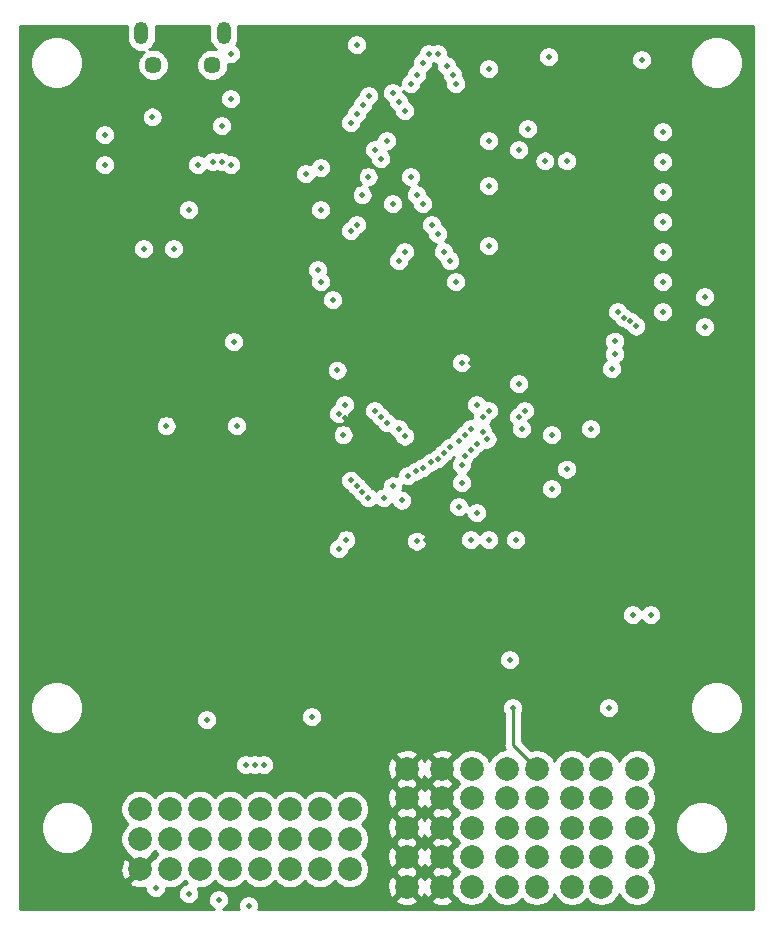
<source format=gbr>
G04 #@! TF.GenerationSoftware,KiCad,Pcbnew,5.1.2*
G04 #@! TF.CreationDate,2019-07-22T21:22:39-05:00*
G04 #@! TF.ProjectId,Raptor2000,52617074-6f72-4323-9030-302e6b696361,A*
G04 #@! TF.SameCoordinates,Original*
G04 #@! TF.FileFunction,Copper,L3,Inr*
G04 #@! TF.FilePolarity,Positive*
%FSLAX46Y46*%
G04 Gerber Fmt 4.6, Leading zero omitted, Abs format (unit mm)*
G04 Created by KiCad (PCBNEW 5.1.2) date 2019-07-22 21:22:39*
%MOMM*%
%LPD*%
G04 APERTURE LIST*
%ADD10O,1.200000X1.900000*%
%ADD11C,1.450000*%
%ADD12C,2.000000*%
%ADD13C,0.508000*%
%ADD14C,0.254000*%
G04 APERTURE END LIST*
D10*
X124897000Y-59278000D03*
X131897000Y-59278000D03*
D11*
X125897000Y-61978000D03*
X130897000Y-61978000D03*
D12*
X166869000Y-121555500D03*
X163869000Y-121555500D03*
X166869000Y-124055500D03*
X163869000Y-124055500D03*
X166869000Y-126555500D03*
X163869000Y-126555500D03*
X166869000Y-129055500D03*
X163869000Y-129055500D03*
X166869000Y-131555500D03*
X163869000Y-131555500D03*
X161369000Y-121555500D03*
X158369000Y-121555500D03*
X161369000Y-124055500D03*
X158369000Y-124055500D03*
X161369000Y-126555500D03*
X158369000Y-126555500D03*
X161369000Y-129055500D03*
X158369000Y-129055500D03*
X161369000Y-131555500D03*
X158369000Y-131555500D03*
X155869000Y-121555500D03*
X152869000Y-121555500D03*
X155869000Y-124055500D03*
X152869000Y-124055500D03*
X155869000Y-126555500D03*
X152869000Y-126555500D03*
X155869000Y-129055500D03*
X152869000Y-129055500D03*
X155869000Y-131555500D03*
X152869000Y-131555500D03*
X150369000Y-121555500D03*
X147369000Y-121555500D03*
X150369000Y-124055500D03*
X147369000Y-124055500D03*
X150369000Y-126555500D03*
X147369000Y-126555500D03*
X150369000Y-129055500D03*
X147369000Y-129055500D03*
X150369000Y-131555500D03*
X147369000Y-131555500D03*
X142559000Y-124975500D03*
X140019000Y-124975500D03*
X137479000Y-124975500D03*
X134939000Y-124975500D03*
X132399000Y-124975500D03*
X129859000Y-124975500D03*
X127319000Y-124975500D03*
X124779000Y-124975500D03*
X142559000Y-127515500D03*
X140019000Y-127515500D03*
X137479000Y-127515500D03*
X134939000Y-127515500D03*
X132399000Y-127515500D03*
X129859000Y-127515500D03*
X127319000Y-127515500D03*
X124779000Y-127515500D03*
X142559000Y-130055500D03*
X140019000Y-130055500D03*
X137479000Y-130055500D03*
X134939000Y-130055500D03*
X132399000Y-130055500D03*
X129859000Y-130055500D03*
X127319000Y-130055500D03*
X124779000Y-130055500D03*
D13*
X140081000Y-70675500D03*
X132715000Y-85407500D03*
X152019000Y-87185500D03*
X167259000Y-61531500D03*
X159385000Y-61277500D03*
X159639000Y-97853500D03*
X128905000Y-74231500D03*
X129667000Y-70421500D03*
X151765000Y-99377500D03*
X169037000Y-67627500D03*
X169037000Y-77787500D03*
X169037000Y-75247500D03*
X169037000Y-72707500D03*
X169037000Y-70167500D03*
X169037000Y-80327500D03*
X169037000Y-82867500D03*
X130429000Y-117411500D03*
X164465000Y-116395500D03*
X159639000Y-93281500D03*
X156083000Y-112331500D03*
X139319000Y-117157500D03*
X141097000Y-81851500D03*
X131699000Y-70167500D03*
X131699000Y-67119500D03*
X125831500Y-66383000D03*
X156591000Y-102171500D03*
X121793000Y-67881500D03*
X121793000Y-70421500D03*
X162941000Y-92773500D03*
X164719000Y-87693500D03*
X154305000Y-102171500D03*
X140081000Y-74231500D03*
X139827000Y-79311500D03*
X143129000Y-60261500D03*
X154305000Y-62293500D03*
X154305000Y-68389500D03*
X154305000Y-72199500D03*
X154305000Y-77279500D03*
X127000000Y-92519500D03*
X132969000Y-92519500D03*
X141986000Y-93281500D03*
X141605000Y-91503500D03*
X141478000Y-87820500D03*
X154178000Y-93662500D03*
X148209000Y-102298500D03*
X159067500Y-70104000D03*
X154305000Y-81089500D03*
X135509000Y-91757500D03*
X134747000Y-82105500D03*
X136271000Y-82105500D03*
X121793000Y-90233500D03*
X154305000Y-89471500D03*
X152781000Y-87185500D03*
X127127000Y-74231500D03*
X148971000Y-102171500D03*
X144145000Y-101917500D03*
X145923000Y-107759500D03*
X141605000Y-89725500D03*
X128905000Y-117411500D03*
X161163000Y-111823500D03*
X137795000Y-117157500D03*
X172593000Y-68897500D03*
X140081000Y-72199500D03*
X139827000Y-77279500D03*
X143129000Y-62293500D03*
X154305000Y-60515500D03*
X154305000Y-70421500D03*
X154305000Y-74485500D03*
X154305000Y-79057500D03*
X136779000Y-93027500D03*
X141351000Y-97218500D03*
X142151100Y-91884500D03*
X156845000Y-94297500D03*
X152209500Y-104267000D03*
X153352500Y-108394500D03*
X148209000Y-107442000D03*
X146685000Y-102489000D03*
X154432000Y-97663000D03*
X164973000Y-86474300D03*
X164973000Y-85356700D03*
X156337000Y-116395500D03*
X134493000Y-121221500D03*
X135255000Y-121221500D03*
X152781000Y-102171500D03*
X160909000Y-96202500D03*
X160909000Y-70104000D03*
X172593000Y-81597500D03*
X145424900Y-98615500D03*
X172593000Y-84137500D03*
X146939000Y-98831400D03*
X166497000Y-108521500D03*
X168021000Y-108521500D03*
X133731000Y-121221500D03*
X165227000Y-82867500D03*
X133985000Y-133159500D03*
X165735000Y-83362790D03*
X131445000Y-132651500D03*
X166293810Y-83667600D03*
X128905000Y-132143500D03*
X166788840Y-84096325D03*
X126111000Y-131635500D03*
X138811000Y-71183500D03*
X153289000Y-99885500D03*
X156845000Y-88963500D03*
X156845000Y-69151500D03*
X156845000Y-91757500D03*
X157607000Y-67373500D03*
X145669000Y-68389500D03*
X145669000Y-92265500D03*
X154305000Y-91249500D03*
X144653000Y-91249500D03*
X144653000Y-69151500D03*
X157099000Y-92773500D03*
X153797000Y-93027500D03*
X153797000Y-91757500D03*
X145161000Y-91757500D03*
X145161000Y-69913500D03*
X153289000Y-94043500D03*
X153289000Y-90741500D03*
X140081000Y-80327500D03*
X142113000Y-90741500D03*
X146685000Y-65087500D03*
X146685000Y-78549500D03*
X146685000Y-92773500D03*
X152781000Y-92773500D03*
X152781000Y-94551500D03*
X147193000Y-77787500D03*
X147193000Y-65849500D03*
X147193000Y-93411600D03*
X152273000Y-93281500D03*
X152273000Y-95059500D03*
X142621000Y-66865500D03*
X142621000Y-76009500D03*
X142621000Y-97151400D03*
X152019000Y-97345500D03*
X152019000Y-95821500D03*
X146177000Y-64325500D03*
X146177000Y-73723500D03*
X146177000Y-97621300D03*
X143129000Y-66103500D03*
X143129000Y-75501500D03*
X143129000Y-97621300D03*
X143637000Y-65341500D03*
X143598900Y-72961500D03*
X143598900Y-98145600D03*
X144145000Y-64579500D03*
X144106900Y-71437500D03*
X144106900Y-98615500D03*
X127635000Y-77533500D03*
X142224900Y-102171500D03*
X125095000Y-77533500D03*
X141605000Y-102933500D03*
X147701000Y-71437500D03*
X147701000Y-63563500D03*
X147447000Y-96751400D03*
X148209000Y-72961500D03*
X148209000Y-62801500D03*
X148149037Y-96359481D03*
X148717000Y-73723500D03*
X148717000Y-61785500D03*
X148717000Y-96075500D03*
X149479000Y-75501500D03*
X149225000Y-61023500D03*
X149419037Y-95597481D03*
X149987000Y-76263500D03*
X149987000Y-61023500D03*
X149987000Y-95313500D03*
X150495000Y-77787500D03*
X150749000Y-62039500D03*
X150495000Y-94821300D03*
X151041100Y-78549500D03*
X151257000Y-62801500D03*
X151003000Y-94351400D03*
X151511000Y-80327500D03*
X151511000Y-63563500D03*
X151765000Y-93789500D03*
X132461000Y-70421500D03*
X130937000Y-70167500D03*
X132461000Y-64833500D03*
X132461000Y-61023500D03*
X157353000Y-91249500D03*
D14*
X156337000Y-119523500D02*
X158369000Y-121555500D01*
X156337000Y-116395500D02*
X156337000Y-119523500D01*
G36*
X123679870Y-58685898D02*
G01*
X123662000Y-58867335D01*
X123662000Y-59688664D01*
X123679870Y-59870101D01*
X123750489Y-60102900D01*
X123865167Y-60317448D01*
X124019498Y-60505502D01*
X124207551Y-60659833D01*
X124422099Y-60774511D01*
X124654898Y-60845130D01*
X124897000Y-60868975D01*
X125139101Y-60845130D01*
X125149035Y-60842116D01*
X125030051Y-60921619D01*
X124840619Y-61111051D01*
X124691784Y-61333799D01*
X124589264Y-61581303D01*
X124537000Y-61844052D01*
X124537000Y-62111948D01*
X124589264Y-62374697D01*
X124691784Y-62622201D01*
X124840619Y-62844949D01*
X125030051Y-63034381D01*
X125252799Y-63183216D01*
X125500303Y-63285736D01*
X125763052Y-63338000D01*
X126030948Y-63338000D01*
X126293697Y-63285736D01*
X126541201Y-63183216D01*
X126763949Y-63034381D01*
X126953381Y-62844949D01*
X127102216Y-62622201D01*
X127204736Y-62374697D01*
X127257000Y-62111948D01*
X127257000Y-61844052D01*
X127204736Y-61581303D01*
X127102216Y-61333799D01*
X126953381Y-61111051D01*
X126763949Y-60921619D01*
X126541201Y-60772784D01*
X126293697Y-60670264D01*
X126030948Y-60618000D01*
X125763052Y-60618000D01*
X125597231Y-60650984D01*
X125774502Y-60505502D01*
X125928833Y-60317449D01*
X126043511Y-60102901D01*
X126114130Y-59870102D01*
X126132000Y-59688665D01*
X126132000Y-58867336D01*
X126114130Y-58685899D01*
X126114009Y-58685500D01*
X130679991Y-58685500D01*
X130679870Y-58685899D01*
X130662000Y-58867336D01*
X130662000Y-59688665D01*
X130679870Y-59870102D01*
X130750489Y-60102901D01*
X130865168Y-60317449D01*
X131019499Y-60505502D01*
X131196769Y-60650984D01*
X131030948Y-60618000D01*
X130763052Y-60618000D01*
X130500303Y-60670264D01*
X130252799Y-60772784D01*
X130030051Y-60921619D01*
X129840619Y-61111051D01*
X129691784Y-61333799D01*
X129589264Y-61581303D01*
X129537000Y-61844052D01*
X129537000Y-62111948D01*
X129589264Y-62374697D01*
X129691784Y-62622201D01*
X129840619Y-62844949D01*
X130030051Y-63034381D01*
X130252799Y-63183216D01*
X130500303Y-63285736D01*
X130763052Y-63338000D01*
X131030948Y-63338000D01*
X131293697Y-63285736D01*
X131541201Y-63183216D01*
X131763949Y-63034381D01*
X131953381Y-62844949D01*
X132102216Y-62622201D01*
X132204736Y-62374697D01*
X132257000Y-62111948D01*
X132257000Y-61889338D01*
X132373441Y-61912500D01*
X132548559Y-61912500D01*
X132720312Y-61878336D01*
X132882099Y-61811321D01*
X133027704Y-61714031D01*
X133151531Y-61590204D01*
X133248821Y-61444599D01*
X133315836Y-61282812D01*
X133350000Y-61111059D01*
X133350000Y-60935941D01*
X133315836Y-60764188D01*
X133248821Y-60602401D01*
X133151531Y-60456796D01*
X133027704Y-60332969D01*
X132948739Y-60280207D01*
X133005539Y-60173941D01*
X142240000Y-60173941D01*
X142240000Y-60349059D01*
X142274164Y-60520812D01*
X142341179Y-60682599D01*
X142438469Y-60828204D01*
X142562296Y-60952031D01*
X142707901Y-61049321D01*
X142869688Y-61116336D01*
X143041441Y-61150500D01*
X143216559Y-61150500D01*
X143388312Y-61116336D01*
X143550099Y-61049321D01*
X143695704Y-60952031D01*
X143819531Y-60828204D01*
X143916821Y-60682599D01*
X143983836Y-60520812D01*
X144018000Y-60349059D01*
X144018000Y-60173941D01*
X143983836Y-60002188D01*
X143916821Y-59840401D01*
X143819531Y-59694796D01*
X143695704Y-59570969D01*
X143550099Y-59473679D01*
X143388312Y-59406664D01*
X143216559Y-59372500D01*
X143041441Y-59372500D01*
X142869688Y-59406664D01*
X142707901Y-59473679D01*
X142562296Y-59570969D01*
X142438469Y-59694796D01*
X142341179Y-59840401D01*
X142274164Y-60002188D01*
X142240000Y-60173941D01*
X133005539Y-60173941D01*
X133043511Y-60102901D01*
X133114130Y-59870101D01*
X133132000Y-59688664D01*
X133132000Y-58867335D01*
X133114130Y-58685898D01*
X133114009Y-58685500D01*
X176709001Y-58685500D01*
X176709000Y-133465500D01*
X134820497Y-133465500D01*
X134839836Y-133418812D01*
X134874000Y-133247059D01*
X134874000Y-133071941D01*
X134839836Y-132900188D01*
X134772821Y-132738401D01*
X134741091Y-132690913D01*
X146413192Y-132690913D01*
X146508956Y-132955314D01*
X146798571Y-133096204D01*
X147110108Y-133177884D01*
X147431595Y-133197218D01*
X147750675Y-133153461D01*
X148055088Y-133048295D01*
X148229044Y-132955314D01*
X148324808Y-132690913D01*
X149413192Y-132690913D01*
X149508956Y-132955314D01*
X149798571Y-133096204D01*
X150110108Y-133177884D01*
X150431595Y-133197218D01*
X150750675Y-133153461D01*
X151055088Y-133048295D01*
X151229044Y-132955314D01*
X151324808Y-132690913D01*
X150369000Y-131735105D01*
X149413192Y-132690913D01*
X148324808Y-132690913D01*
X147369000Y-131735105D01*
X146413192Y-132690913D01*
X134741091Y-132690913D01*
X134675531Y-132592796D01*
X134551704Y-132468969D01*
X134406099Y-132371679D01*
X134244312Y-132304664D01*
X134072559Y-132270500D01*
X133897441Y-132270500D01*
X133725688Y-132304664D01*
X133563901Y-132371679D01*
X133418296Y-132468969D01*
X133294469Y-132592796D01*
X133197179Y-132738401D01*
X133130164Y-132900188D01*
X133096000Y-133071941D01*
X133096000Y-133247059D01*
X133130164Y-133418812D01*
X133149503Y-133465500D01*
X131802898Y-133465500D01*
X131866099Y-133439321D01*
X132011704Y-133342031D01*
X132135531Y-133218204D01*
X132232821Y-133072599D01*
X132299836Y-132910812D01*
X132334000Y-132739059D01*
X132334000Y-132563941D01*
X132299836Y-132392188D01*
X132232821Y-132230401D01*
X132135531Y-132084796D01*
X132011704Y-131960969D01*
X131866099Y-131863679D01*
X131704312Y-131796664D01*
X131532559Y-131762500D01*
X131357441Y-131762500D01*
X131185688Y-131796664D01*
X131023901Y-131863679D01*
X130878296Y-131960969D01*
X130754469Y-132084796D01*
X130657179Y-132230401D01*
X130590164Y-132392188D01*
X130556000Y-132563941D01*
X130556000Y-132739059D01*
X130590164Y-132910812D01*
X130657179Y-133072599D01*
X130754469Y-133218204D01*
X130878296Y-133342031D01*
X131023901Y-133439321D01*
X131087102Y-133465500D01*
X114629000Y-133465500D01*
X114629000Y-130118095D01*
X123137282Y-130118095D01*
X123181039Y-130437175D01*
X123286205Y-130741588D01*
X123379186Y-130915544D01*
X123643587Y-131011308D01*
X124599395Y-130055500D01*
X123643587Y-129099692D01*
X123379186Y-129195456D01*
X123238296Y-129485071D01*
X123156616Y-129796608D01*
X123137282Y-130118095D01*
X114629000Y-130118095D01*
X114629000Y-126335372D01*
X116374000Y-126335372D01*
X116374000Y-126775628D01*
X116459890Y-127207425D01*
X116628369Y-127614169D01*
X116872962Y-127980229D01*
X117184271Y-128291538D01*
X117550331Y-128536131D01*
X117957075Y-128704610D01*
X118388872Y-128790500D01*
X118829128Y-128790500D01*
X119260925Y-128704610D01*
X119667669Y-128536131D01*
X120033729Y-128291538D01*
X120345038Y-127980229D01*
X120589631Y-127614169D01*
X120758110Y-127207425D01*
X120844000Y-126775628D01*
X120844000Y-126335372D01*
X120758110Y-125903575D01*
X120589631Y-125496831D01*
X120345038Y-125130771D01*
X120033729Y-124819462D01*
X120026254Y-124814467D01*
X123144000Y-124814467D01*
X123144000Y-125136533D01*
X123206832Y-125452412D01*
X123330082Y-125749963D01*
X123509013Y-126017752D01*
X123736748Y-126245487D01*
X123736767Y-126245500D01*
X123736748Y-126245513D01*
X123509013Y-126473248D01*
X123330082Y-126741037D01*
X123206832Y-127038588D01*
X123144000Y-127354467D01*
X123144000Y-127676533D01*
X123206832Y-127992412D01*
X123330082Y-128289963D01*
X123509013Y-128557752D01*
X123736748Y-128785487D01*
X123845600Y-128858220D01*
X123823192Y-128920087D01*
X124779000Y-129875895D01*
X125734808Y-128920087D01*
X125712400Y-128858220D01*
X125821252Y-128785487D01*
X126048987Y-128557752D01*
X126049000Y-128557733D01*
X126049013Y-128557752D01*
X126276748Y-128785487D01*
X126276767Y-128785500D01*
X126276748Y-128785513D01*
X126049013Y-129013248D01*
X125976280Y-129122100D01*
X125914413Y-129099692D01*
X124958605Y-130055500D01*
X124972748Y-130069643D01*
X124793143Y-130249248D01*
X124779000Y-130235105D01*
X123823192Y-131190913D01*
X123918956Y-131455314D01*
X124208571Y-131596204D01*
X124520108Y-131677884D01*
X124841595Y-131697218D01*
X125160675Y-131653461D01*
X125222000Y-131632275D01*
X125222000Y-131723059D01*
X125256164Y-131894812D01*
X125323179Y-132056599D01*
X125420469Y-132202204D01*
X125544296Y-132326031D01*
X125689901Y-132423321D01*
X125851688Y-132490336D01*
X126023441Y-132524500D01*
X126198559Y-132524500D01*
X126370312Y-132490336D01*
X126532099Y-132423321D01*
X126677704Y-132326031D01*
X126801531Y-132202204D01*
X126898821Y-132056599D01*
X126965836Y-131894812D01*
X127000000Y-131723059D01*
X127000000Y-131659079D01*
X127157967Y-131690500D01*
X127480033Y-131690500D01*
X127795912Y-131627668D01*
X128093463Y-131504418D01*
X128361252Y-131325487D01*
X128588987Y-131097752D01*
X128589000Y-131097733D01*
X128589013Y-131097752D01*
X128757654Y-131266393D01*
X128645688Y-131288664D01*
X128483901Y-131355679D01*
X128338296Y-131452969D01*
X128214469Y-131576796D01*
X128117179Y-131722401D01*
X128050164Y-131884188D01*
X128016000Y-132055941D01*
X128016000Y-132231059D01*
X128050164Y-132402812D01*
X128117179Y-132564599D01*
X128214469Y-132710204D01*
X128338296Y-132834031D01*
X128483901Y-132931321D01*
X128645688Y-132998336D01*
X128817441Y-133032500D01*
X128992559Y-133032500D01*
X129164312Y-132998336D01*
X129326099Y-132931321D01*
X129471704Y-132834031D01*
X129595531Y-132710204D01*
X129692821Y-132564599D01*
X129759836Y-132402812D01*
X129794000Y-132231059D01*
X129794000Y-132055941D01*
X129759836Y-131884188D01*
X129692821Y-131722401D01*
X129667449Y-131684430D01*
X129697967Y-131690500D01*
X130020033Y-131690500D01*
X130335912Y-131627668D01*
X130633463Y-131504418D01*
X130901252Y-131325487D01*
X131128987Y-131097752D01*
X131129000Y-131097733D01*
X131129013Y-131097752D01*
X131356748Y-131325487D01*
X131624537Y-131504418D01*
X131922088Y-131627668D01*
X132237967Y-131690500D01*
X132560033Y-131690500D01*
X132875912Y-131627668D01*
X133173463Y-131504418D01*
X133441252Y-131325487D01*
X133668987Y-131097752D01*
X133669000Y-131097733D01*
X133669013Y-131097752D01*
X133896748Y-131325487D01*
X134164537Y-131504418D01*
X134462088Y-131627668D01*
X134777967Y-131690500D01*
X135100033Y-131690500D01*
X135415912Y-131627668D01*
X135713463Y-131504418D01*
X135981252Y-131325487D01*
X136208987Y-131097752D01*
X136209000Y-131097733D01*
X136209013Y-131097752D01*
X136436748Y-131325487D01*
X136704537Y-131504418D01*
X137002088Y-131627668D01*
X137317967Y-131690500D01*
X137640033Y-131690500D01*
X137955912Y-131627668D01*
X138253463Y-131504418D01*
X138521252Y-131325487D01*
X138748987Y-131097752D01*
X138749000Y-131097733D01*
X138749013Y-131097752D01*
X138976748Y-131325487D01*
X139244537Y-131504418D01*
X139542088Y-131627668D01*
X139857967Y-131690500D01*
X140180033Y-131690500D01*
X140495912Y-131627668D01*
X140793463Y-131504418D01*
X141061252Y-131325487D01*
X141288987Y-131097752D01*
X141289000Y-131097733D01*
X141289013Y-131097752D01*
X141516748Y-131325487D01*
X141784537Y-131504418D01*
X142082088Y-131627668D01*
X142397967Y-131690500D01*
X142720033Y-131690500D01*
X143035912Y-131627668D01*
X143059023Y-131618095D01*
X145727282Y-131618095D01*
X145771039Y-131937175D01*
X145876205Y-132241588D01*
X145969186Y-132415544D01*
X146233587Y-132511308D01*
X147189395Y-131555500D01*
X147548605Y-131555500D01*
X148504413Y-132511308D01*
X148768814Y-132415544D01*
X148866751Y-132214223D01*
X148876205Y-132241588D01*
X148969186Y-132415544D01*
X149233587Y-132511308D01*
X150189395Y-131555500D01*
X149233587Y-130599692D01*
X148969186Y-130695456D01*
X148871249Y-130896777D01*
X148861795Y-130869412D01*
X148768814Y-130695456D01*
X148504413Y-130599692D01*
X147548605Y-131555500D01*
X147189395Y-131555500D01*
X146233587Y-130599692D01*
X145969186Y-130695456D01*
X145828296Y-130985071D01*
X145746616Y-131296608D01*
X145727282Y-131618095D01*
X143059023Y-131618095D01*
X143333463Y-131504418D01*
X143601252Y-131325487D01*
X143828987Y-131097752D01*
X144007918Y-130829963D01*
X144131168Y-130532412D01*
X144194000Y-130216533D01*
X144194000Y-130190913D01*
X146413192Y-130190913D01*
X146454695Y-130305500D01*
X146413192Y-130420087D01*
X147369000Y-131375895D01*
X148324808Y-130420087D01*
X148283305Y-130305500D01*
X148324808Y-130190913D01*
X149413192Y-130190913D01*
X149454695Y-130305500D01*
X149413192Y-130420087D01*
X150369000Y-131375895D01*
X151324808Y-130420087D01*
X151283305Y-130305500D01*
X151324808Y-130190913D01*
X150369000Y-129235105D01*
X149413192Y-130190913D01*
X148324808Y-130190913D01*
X147369000Y-129235105D01*
X146413192Y-130190913D01*
X144194000Y-130190913D01*
X144194000Y-129894467D01*
X144131168Y-129578588D01*
X144007918Y-129281037D01*
X143899044Y-129118095D01*
X145727282Y-129118095D01*
X145771039Y-129437175D01*
X145876205Y-129741588D01*
X145969186Y-129915544D01*
X146233587Y-130011308D01*
X147189395Y-129055500D01*
X147548605Y-129055500D01*
X148504413Y-130011308D01*
X148768814Y-129915544D01*
X148866751Y-129714223D01*
X148876205Y-129741588D01*
X148969186Y-129915544D01*
X149233587Y-130011308D01*
X150189395Y-129055500D01*
X149233587Y-128099692D01*
X148969186Y-128195456D01*
X148871249Y-128396777D01*
X148861795Y-128369412D01*
X148768814Y-128195456D01*
X148504413Y-128099692D01*
X147548605Y-129055500D01*
X147189395Y-129055500D01*
X146233587Y-128099692D01*
X145969186Y-128195456D01*
X145828296Y-128485071D01*
X145746616Y-128796608D01*
X145727282Y-129118095D01*
X143899044Y-129118095D01*
X143828987Y-129013248D01*
X143601252Y-128785513D01*
X143601233Y-128785500D01*
X143601252Y-128785487D01*
X143828987Y-128557752D01*
X144007918Y-128289963D01*
X144131168Y-127992412D01*
X144191139Y-127690913D01*
X146413192Y-127690913D01*
X146454695Y-127805500D01*
X146413192Y-127920087D01*
X147369000Y-128875895D01*
X148324808Y-127920087D01*
X148283305Y-127805500D01*
X148324808Y-127690913D01*
X149413192Y-127690913D01*
X149454695Y-127805500D01*
X149413192Y-127920087D01*
X150369000Y-128875895D01*
X151324808Y-127920087D01*
X151283305Y-127805500D01*
X151324808Y-127690913D01*
X150369000Y-126735105D01*
X149413192Y-127690913D01*
X148324808Y-127690913D01*
X147369000Y-126735105D01*
X146413192Y-127690913D01*
X144191139Y-127690913D01*
X144194000Y-127676533D01*
X144194000Y-127354467D01*
X144131168Y-127038588D01*
X144007918Y-126741037D01*
X143925771Y-126618095D01*
X145727282Y-126618095D01*
X145771039Y-126937175D01*
X145876205Y-127241588D01*
X145969186Y-127415544D01*
X146233587Y-127511308D01*
X147189395Y-126555500D01*
X147548605Y-126555500D01*
X148504413Y-127511308D01*
X148768814Y-127415544D01*
X148866751Y-127214223D01*
X148876205Y-127241588D01*
X148969186Y-127415544D01*
X149233587Y-127511308D01*
X150189395Y-126555500D01*
X149233587Y-125599692D01*
X148969186Y-125695456D01*
X148871249Y-125896777D01*
X148861795Y-125869412D01*
X148768814Y-125695456D01*
X148504413Y-125599692D01*
X147548605Y-126555500D01*
X147189395Y-126555500D01*
X146233587Y-125599692D01*
X145969186Y-125695456D01*
X145828296Y-125985071D01*
X145746616Y-126296608D01*
X145727282Y-126618095D01*
X143925771Y-126618095D01*
X143828987Y-126473248D01*
X143601252Y-126245513D01*
X143601233Y-126245500D01*
X143601252Y-126245487D01*
X143828987Y-126017752D01*
X144007918Y-125749963D01*
X144131168Y-125452412D01*
X144183183Y-125190913D01*
X146413192Y-125190913D01*
X146454695Y-125305500D01*
X146413192Y-125420087D01*
X147369000Y-126375895D01*
X148324808Y-125420087D01*
X148283305Y-125305500D01*
X148324808Y-125190913D01*
X149413192Y-125190913D01*
X149454695Y-125305500D01*
X149413192Y-125420087D01*
X150369000Y-126375895D01*
X151324808Y-125420087D01*
X151283305Y-125305500D01*
X151324808Y-125190913D01*
X150369000Y-124235105D01*
X149413192Y-125190913D01*
X148324808Y-125190913D01*
X147369000Y-124235105D01*
X146413192Y-125190913D01*
X144183183Y-125190913D01*
X144194000Y-125136533D01*
X144194000Y-124814467D01*
X144131168Y-124498588D01*
X144007918Y-124201037D01*
X143952498Y-124118095D01*
X145727282Y-124118095D01*
X145771039Y-124437175D01*
X145876205Y-124741588D01*
X145969186Y-124915544D01*
X146233587Y-125011308D01*
X147189395Y-124055500D01*
X147548605Y-124055500D01*
X148504413Y-125011308D01*
X148768814Y-124915544D01*
X148866751Y-124714223D01*
X148876205Y-124741588D01*
X148969186Y-124915544D01*
X149233587Y-125011308D01*
X150189395Y-124055500D01*
X149233587Y-123099692D01*
X148969186Y-123195456D01*
X148871249Y-123396777D01*
X148861795Y-123369412D01*
X148768814Y-123195456D01*
X148504413Y-123099692D01*
X147548605Y-124055500D01*
X147189395Y-124055500D01*
X146233587Y-123099692D01*
X145969186Y-123195456D01*
X145828296Y-123485071D01*
X145746616Y-123796608D01*
X145727282Y-124118095D01*
X143952498Y-124118095D01*
X143828987Y-123933248D01*
X143601252Y-123705513D01*
X143333463Y-123526582D01*
X143035912Y-123403332D01*
X142720033Y-123340500D01*
X142397967Y-123340500D01*
X142082088Y-123403332D01*
X141784537Y-123526582D01*
X141516748Y-123705513D01*
X141289013Y-123933248D01*
X141289000Y-123933267D01*
X141288987Y-123933248D01*
X141061252Y-123705513D01*
X140793463Y-123526582D01*
X140495912Y-123403332D01*
X140180033Y-123340500D01*
X139857967Y-123340500D01*
X139542088Y-123403332D01*
X139244537Y-123526582D01*
X138976748Y-123705513D01*
X138749013Y-123933248D01*
X138749000Y-123933267D01*
X138748987Y-123933248D01*
X138521252Y-123705513D01*
X138253463Y-123526582D01*
X137955912Y-123403332D01*
X137640033Y-123340500D01*
X137317967Y-123340500D01*
X137002088Y-123403332D01*
X136704537Y-123526582D01*
X136436748Y-123705513D01*
X136209013Y-123933248D01*
X136209000Y-123933267D01*
X136208987Y-123933248D01*
X135981252Y-123705513D01*
X135713463Y-123526582D01*
X135415912Y-123403332D01*
X135100033Y-123340500D01*
X134777967Y-123340500D01*
X134462088Y-123403332D01*
X134164537Y-123526582D01*
X133896748Y-123705513D01*
X133669013Y-123933248D01*
X133669000Y-123933267D01*
X133668987Y-123933248D01*
X133441252Y-123705513D01*
X133173463Y-123526582D01*
X132875912Y-123403332D01*
X132560033Y-123340500D01*
X132237967Y-123340500D01*
X131922088Y-123403332D01*
X131624537Y-123526582D01*
X131356748Y-123705513D01*
X131129013Y-123933248D01*
X131129000Y-123933267D01*
X131128987Y-123933248D01*
X130901252Y-123705513D01*
X130633463Y-123526582D01*
X130335912Y-123403332D01*
X130020033Y-123340500D01*
X129697967Y-123340500D01*
X129382088Y-123403332D01*
X129084537Y-123526582D01*
X128816748Y-123705513D01*
X128589013Y-123933248D01*
X128589000Y-123933267D01*
X128588987Y-123933248D01*
X128361252Y-123705513D01*
X128093463Y-123526582D01*
X127795912Y-123403332D01*
X127480033Y-123340500D01*
X127157967Y-123340500D01*
X126842088Y-123403332D01*
X126544537Y-123526582D01*
X126276748Y-123705513D01*
X126049013Y-123933248D01*
X126049000Y-123933267D01*
X126048987Y-123933248D01*
X125821252Y-123705513D01*
X125553463Y-123526582D01*
X125255912Y-123403332D01*
X124940033Y-123340500D01*
X124617967Y-123340500D01*
X124302088Y-123403332D01*
X124004537Y-123526582D01*
X123736748Y-123705513D01*
X123509013Y-123933248D01*
X123330082Y-124201037D01*
X123206832Y-124498588D01*
X123144000Y-124814467D01*
X120026254Y-124814467D01*
X119667669Y-124574869D01*
X119260925Y-124406390D01*
X118829128Y-124320500D01*
X118388872Y-124320500D01*
X117957075Y-124406390D01*
X117550331Y-124574869D01*
X117184271Y-124819462D01*
X116872962Y-125130771D01*
X116628369Y-125496831D01*
X116459890Y-125903575D01*
X116374000Y-126335372D01*
X114629000Y-126335372D01*
X114629000Y-122690913D01*
X146413192Y-122690913D01*
X146454695Y-122805500D01*
X146413192Y-122920087D01*
X147369000Y-123875895D01*
X148324808Y-122920087D01*
X148283305Y-122805500D01*
X148324808Y-122690913D01*
X149413192Y-122690913D01*
X149454695Y-122805500D01*
X149413192Y-122920087D01*
X150369000Y-123875895D01*
X151324808Y-122920087D01*
X151283305Y-122805500D01*
X151324808Y-122690913D01*
X150369000Y-121735105D01*
X149413192Y-122690913D01*
X148324808Y-122690913D01*
X147369000Y-121735105D01*
X146413192Y-122690913D01*
X114629000Y-122690913D01*
X114629000Y-121133941D01*
X132842000Y-121133941D01*
X132842000Y-121309059D01*
X132876164Y-121480812D01*
X132943179Y-121642599D01*
X133040469Y-121788204D01*
X133164296Y-121912031D01*
X133309901Y-122009321D01*
X133471688Y-122076336D01*
X133643441Y-122110500D01*
X133818559Y-122110500D01*
X133990312Y-122076336D01*
X134112000Y-122025931D01*
X134233688Y-122076336D01*
X134405441Y-122110500D01*
X134580559Y-122110500D01*
X134752312Y-122076336D01*
X134874000Y-122025931D01*
X134995688Y-122076336D01*
X135167441Y-122110500D01*
X135342559Y-122110500D01*
X135514312Y-122076336D01*
X135676099Y-122009321D01*
X135821704Y-121912031D01*
X135945531Y-121788204D01*
X136042821Y-121642599D01*
X136052970Y-121618095D01*
X145727282Y-121618095D01*
X145771039Y-121937175D01*
X145876205Y-122241588D01*
X145969186Y-122415544D01*
X146233587Y-122511308D01*
X147189395Y-121555500D01*
X147548605Y-121555500D01*
X148504413Y-122511308D01*
X148768814Y-122415544D01*
X148866751Y-122214223D01*
X148876205Y-122241588D01*
X148969186Y-122415544D01*
X149233587Y-122511308D01*
X150189395Y-121555500D01*
X150548605Y-121555500D01*
X151504413Y-122511308D01*
X151534075Y-122500565D01*
X151599013Y-122597752D01*
X151806761Y-122805500D01*
X151599013Y-123013248D01*
X151534075Y-123110435D01*
X151504413Y-123099692D01*
X150548605Y-124055500D01*
X151504413Y-125011308D01*
X151534075Y-125000565D01*
X151599013Y-125097752D01*
X151806761Y-125305500D01*
X151599013Y-125513248D01*
X151534075Y-125610435D01*
X151504413Y-125599692D01*
X150548605Y-126555500D01*
X151504413Y-127511308D01*
X151534075Y-127500565D01*
X151599013Y-127597752D01*
X151806761Y-127805500D01*
X151599013Y-128013248D01*
X151534075Y-128110435D01*
X151504413Y-128099692D01*
X150548605Y-129055500D01*
X151504413Y-130011308D01*
X151534075Y-130000565D01*
X151599013Y-130097752D01*
X151806761Y-130305500D01*
X151599013Y-130513248D01*
X151534075Y-130610435D01*
X151504413Y-130599692D01*
X150548605Y-131555500D01*
X151504413Y-132511308D01*
X151534075Y-132500565D01*
X151599013Y-132597752D01*
X151826748Y-132825487D01*
X152094537Y-133004418D01*
X152392088Y-133127668D01*
X152707967Y-133190500D01*
X153030033Y-133190500D01*
X153345912Y-133127668D01*
X153643463Y-133004418D01*
X153911252Y-132825487D01*
X154138987Y-132597752D01*
X154317918Y-132329963D01*
X154369000Y-132206640D01*
X154420082Y-132329963D01*
X154599013Y-132597752D01*
X154826748Y-132825487D01*
X155094537Y-133004418D01*
X155392088Y-133127668D01*
X155707967Y-133190500D01*
X156030033Y-133190500D01*
X156345912Y-133127668D01*
X156643463Y-133004418D01*
X156911252Y-132825487D01*
X157119000Y-132617739D01*
X157326748Y-132825487D01*
X157594537Y-133004418D01*
X157892088Y-133127668D01*
X158207967Y-133190500D01*
X158530033Y-133190500D01*
X158845912Y-133127668D01*
X159143463Y-133004418D01*
X159411252Y-132825487D01*
X159638987Y-132597752D01*
X159817918Y-132329963D01*
X159869000Y-132206640D01*
X159920082Y-132329963D01*
X160099013Y-132597752D01*
X160326748Y-132825487D01*
X160594537Y-133004418D01*
X160892088Y-133127668D01*
X161207967Y-133190500D01*
X161530033Y-133190500D01*
X161845912Y-133127668D01*
X162143463Y-133004418D01*
X162411252Y-132825487D01*
X162619000Y-132617739D01*
X162826748Y-132825487D01*
X163094537Y-133004418D01*
X163392088Y-133127668D01*
X163707967Y-133190500D01*
X164030033Y-133190500D01*
X164345912Y-133127668D01*
X164643463Y-133004418D01*
X164911252Y-132825487D01*
X165138987Y-132597752D01*
X165317918Y-132329963D01*
X165369000Y-132206640D01*
X165420082Y-132329963D01*
X165599013Y-132597752D01*
X165826748Y-132825487D01*
X166094537Y-133004418D01*
X166392088Y-133127668D01*
X166707967Y-133190500D01*
X167030033Y-133190500D01*
X167345912Y-133127668D01*
X167643463Y-133004418D01*
X167911252Y-132825487D01*
X168138987Y-132597752D01*
X168317918Y-132329963D01*
X168441168Y-132032412D01*
X168504000Y-131716533D01*
X168504000Y-131394467D01*
X168441168Y-131078588D01*
X168317918Y-130781037D01*
X168138987Y-130513248D01*
X167931239Y-130305500D01*
X168138987Y-130097752D01*
X168317918Y-129829963D01*
X168441168Y-129532412D01*
X168504000Y-129216533D01*
X168504000Y-128894467D01*
X168441168Y-128578588D01*
X168317918Y-128281037D01*
X168138987Y-128013248D01*
X167931239Y-127805500D01*
X168138987Y-127597752D01*
X168317918Y-127329963D01*
X168441168Y-127032412D01*
X168504000Y-126716533D01*
X168504000Y-126394467D01*
X168492246Y-126335372D01*
X170134000Y-126335372D01*
X170134000Y-126775628D01*
X170219890Y-127207425D01*
X170388369Y-127614169D01*
X170632962Y-127980229D01*
X170944271Y-128291538D01*
X171310331Y-128536131D01*
X171717075Y-128704610D01*
X172148872Y-128790500D01*
X172589128Y-128790500D01*
X173020925Y-128704610D01*
X173427669Y-128536131D01*
X173793729Y-128291538D01*
X174105038Y-127980229D01*
X174349631Y-127614169D01*
X174518110Y-127207425D01*
X174604000Y-126775628D01*
X174604000Y-126335372D01*
X174518110Y-125903575D01*
X174349631Y-125496831D01*
X174105038Y-125130771D01*
X173793729Y-124819462D01*
X173427669Y-124574869D01*
X173020925Y-124406390D01*
X172589128Y-124320500D01*
X172148872Y-124320500D01*
X171717075Y-124406390D01*
X171310331Y-124574869D01*
X170944271Y-124819462D01*
X170632962Y-125130771D01*
X170388369Y-125496831D01*
X170219890Y-125903575D01*
X170134000Y-126335372D01*
X168492246Y-126335372D01*
X168441168Y-126078588D01*
X168317918Y-125781037D01*
X168138987Y-125513248D01*
X167931239Y-125305500D01*
X168138987Y-125097752D01*
X168317918Y-124829963D01*
X168441168Y-124532412D01*
X168504000Y-124216533D01*
X168504000Y-123894467D01*
X168441168Y-123578588D01*
X168317918Y-123281037D01*
X168138987Y-123013248D01*
X167931239Y-122805500D01*
X168138987Y-122597752D01*
X168317918Y-122329963D01*
X168441168Y-122032412D01*
X168504000Y-121716533D01*
X168504000Y-121394467D01*
X168441168Y-121078588D01*
X168317918Y-120781037D01*
X168138987Y-120513248D01*
X167911252Y-120285513D01*
X167643463Y-120106582D01*
X167345912Y-119983332D01*
X167030033Y-119920500D01*
X166707967Y-119920500D01*
X166392088Y-119983332D01*
X166094537Y-120106582D01*
X165826748Y-120285513D01*
X165599013Y-120513248D01*
X165420082Y-120781037D01*
X165369000Y-120904360D01*
X165317918Y-120781037D01*
X165138987Y-120513248D01*
X164911252Y-120285513D01*
X164643463Y-120106582D01*
X164345912Y-119983332D01*
X164030033Y-119920500D01*
X163707967Y-119920500D01*
X163392088Y-119983332D01*
X163094537Y-120106582D01*
X162826748Y-120285513D01*
X162619000Y-120493261D01*
X162411252Y-120285513D01*
X162143463Y-120106582D01*
X161845912Y-119983332D01*
X161530033Y-119920500D01*
X161207967Y-119920500D01*
X160892088Y-119983332D01*
X160594537Y-120106582D01*
X160326748Y-120285513D01*
X160099013Y-120513248D01*
X159920082Y-120781037D01*
X159869000Y-120904360D01*
X159817918Y-120781037D01*
X159638987Y-120513248D01*
X159411252Y-120285513D01*
X159143463Y-120106582D01*
X158845912Y-119983332D01*
X158530033Y-119920500D01*
X158207967Y-119920500D01*
X157892088Y-119983332D01*
X157879625Y-119988494D01*
X157099000Y-119207870D01*
X157099000Y-116855243D01*
X157124821Y-116816599D01*
X157191836Y-116654812D01*
X157226000Y-116483059D01*
X157226000Y-116307941D01*
X163576000Y-116307941D01*
X163576000Y-116483059D01*
X163610164Y-116654812D01*
X163677179Y-116816599D01*
X163774469Y-116962204D01*
X163898296Y-117086031D01*
X164043901Y-117183321D01*
X164205688Y-117250336D01*
X164377441Y-117284500D01*
X164552559Y-117284500D01*
X164724312Y-117250336D01*
X164886099Y-117183321D01*
X165031704Y-117086031D01*
X165155531Y-116962204D01*
X165252821Y-116816599D01*
X165319836Y-116654812D01*
X165354000Y-116483059D01*
X165354000Y-116307941D01*
X165327631Y-116175372D01*
X171374000Y-116175372D01*
X171374000Y-116615628D01*
X171459890Y-117047425D01*
X171628369Y-117454169D01*
X171872962Y-117820229D01*
X172184271Y-118131538D01*
X172550331Y-118376131D01*
X172957075Y-118544610D01*
X173388872Y-118630500D01*
X173829128Y-118630500D01*
X174260925Y-118544610D01*
X174667669Y-118376131D01*
X175033729Y-118131538D01*
X175345038Y-117820229D01*
X175589631Y-117454169D01*
X175758110Y-117047425D01*
X175844000Y-116615628D01*
X175844000Y-116175372D01*
X175758110Y-115743575D01*
X175589631Y-115336831D01*
X175345038Y-114970771D01*
X175033729Y-114659462D01*
X174667669Y-114414869D01*
X174260925Y-114246390D01*
X173829128Y-114160500D01*
X173388872Y-114160500D01*
X172957075Y-114246390D01*
X172550331Y-114414869D01*
X172184271Y-114659462D01*
X171872962Y-114970771D01*
X171628369Y-115336831D01*
X171459890Y-115743575D01*
X171374000Y-116175372D01*
X165327631Y-116175372D01*
X165319836Y-116136188D01*
X165252821Y-115974401D01*
X165155531Y-115828796D01*
X165031704Y-115704969D01*
X164886099Y-115607679D01*
X164724312Y-115540664D01*
X164552559Y-115506500D01*
X164377441Y-115506500D01*
X164205688Y-115540664D01*
X164043901Y-115607679D01*
X163898296Y-115704969D01*
X163774469Y-115828796D01*
X163677179Y-115974401D01*
X163610164Y-116136188D01*
X163576000Y-116307941D01*
X157226000Y-116307941D01*
X157191836Y-116136188D01*
X157124821Y-115974401D01*
X157027531Y-115828796D01*
X156903704Y-115704969D01*
X156758099Y-115607679D01*
X156596312Y-115540664D01*
X156424559Y-115506500D01*
X156249441Y-115506500D01*
X156077688Y-115540664D01*
X155915901Y-115607679D01*
X155770296Y-115704969D01*
X155646469Y-115828796D01*
X155549179Y-115974401D01*
X155482164Y-116136188D01*
X155448000Y-116307941D01*
X155448000Y-116483059D01*
X155482164Y-116654812D01*
X155549179Y-116816599D01*
X155575000Y-116855243D01*
X155575001Y-119486067D01*
X155571314Y-119523500D01*
X155586027Y-119672878D01*
X155629599Y-119816515D01*
X155687369Y-119924597D01*
X155392088Y-119983332D01*
X155094537Y-120106582D01*
X154826748Y-120285513D01*
X154599013Y-120513248D01*
X154420082Y-120781037D01*
X154369000Y-120904360D01*
X154317918Y-120781037D01*
X154138987Y-120513248D01*
X153911252Y-120285513D01*
X153643463Y-120106582D01*
X153345912Y-119983332D01*
X153030033Y-119920500D01*
X152707967Y-119920500D01*
X152392088Y-119983332D01*
X152094537Y-120106582D01*
X151826748Y-120285513D01*
X151599013Y-120513248D01*
X151534075Y-120610435D01*
X151504413Y-120599692D01*
X150548605Y-121555500D01*
X150189395Y-121555500D01*
X149233587Y-120599692D01*
X148969186Y-120695456D01*
X148871249Y-120896777D01*
X148861795Y-120869412D01*
X148768814Y-120695456D01*
X148504413Y-120599692D01*
X147548605Y-121555500D01*
X147189395Y-121555500D01*
X146233587Y-120599692D01*
X145969186Y-120695456D01*
X145828296Y-120985071D01*
X145746616Y-121296608D01*
X145727282Y-121618095D01*
X136052970Y-121618095D01*
X136109836Y-121480812D01*
X136144000Y-121309059D01*
X136144000Y-121133941D01*
X136109836Y-120962188D01*
X136042821Y-120800401D01*
X135945531Y-120654796D01*
X135821704Y-120530969D01*
X135676099Y-120433679D01*
X135643286Y-120420087D01*
X146413192Y-120420087D01*
X147369000Y-121375895D01*
X148324808Y-120420087D01*
X149413192Y-120420087D01*
X150369000Y-121375895D01*
X151324808Y-120420087D01*
X151229044Y-120155686D01*
X150939429Y-120014796D01*
X150627892Y-119933116D01*
X150306405Y-119913782D01*
X149987325Y-119957539D01*
X149682912Y-120062705D01*
X149508956Y-120155686D01*
X149413192Y-120420087D01*
X148324808Y-120420087D01*
X148229044Y-120155686D01*
X147939429Y-120014796D01*
X147627892Y-119933116D01*
X147306405Y-119913782D01*
X146987325Y-119957539D01*
X146682912Y-120062705D01*
X146508956Y-120155686D01*
X146413192Y-120420087D01*
X135643286Y-120420087D01*
X135514312Y-120366664D01*
X135342559Y-120332500D01*
X135167441Y-120332500D01*
X134995688Y-120366664D01*
X134874000Y-120417069D01*
X134752312Y-120366664D01*
X134580559Y-120332500D01*
X134405441Y-120332500D01*
X134233688Y-120366664D01*
X134112000Y-120417069D01*
X133990312Y-120366664D01*
X133818559Y-120332500D01*
X133643441Y-120332500D01*
X133471688Y-120366664D01*
X133309901Y-120433679D01*
X133164296Y-120530969D01*
X133040469Y-120654796D01*
X132943179Y-120800401D01*
X132876164Y-120962188D01*
X132842000Y-121133941D01*
X114629000Y-121133941D01*
X114629000Y-116175372D01*
X115494000Y-116175372D01*
X115494000Y-116615628D01*
X115579890Y-117047425D01*
X115748369Y-117454169D01*
X115992962Y-117820229D01*
X116304271Y-118131538D01*
X116670331Y-118376131D01*
X117077075Y-118544610D01*
X117508872Y-118630500D01*
X117949128Y-118630500D01*
X118380925Y-118544610D01*
X118787669Y-118376131D01*
X119153729Y-118131538D01*
X119465038Y-117820229D01*
X119709631Y-117454169D01*
X119763573Y-117323941D01*
X129540000Y-117323941D01*
X129540000Y-117499059D01*
X129574164Y-117670812D01*
X129641179Y-117832599D01*
X129738469Y-117978204D01*
X129862296Y-118102031D01*
X130007901Y-118199321D01*
X130169688Y-118266336D01*
X130341441Y-118300500D01*
X130516559Y-118300500D01*
X130688312Y-118266336D01*
X130850099Y-118199321D01*
X130995704Y-118102031D01*
X131119531Y-117978204D01*
X131216821Y-117832599D01*
X131283836Y-117670812D01*
X131318000Y-117499059D01*
X131318000Y-117323941D01*
X131283836Y-117152188D01*
X131249768Y-117069941D01*
X138430000Y-117069941D01*
X138430000Y-117245059D01*
X138464164Y-117416812D01*
X138531179Y-117578599D01*
X138628469Y-117724204D01*
X138752296Y-117848031D01*
X138897901Y-117945321D01*
X139059688Y-118012336D01*
X139231441Y-118046500D01*
X139406559Y-118046500D01*
X139578312Y-118012336D01*
X139740099Y-117945321D01*
X139885704Y-117848031D01*
X140009531Y-117724204D01*
X140106821Y-117578599D01*
X140173836Y-117416812D01*
X140208000Y-117245059D01*
X140208000Y-117069941D01*
X140173836Y-116898188D01*
X140106821Y-116736401D01*
X140009531Y-116590796D01*
X139885704Y-116466969D01*
X139740099Y-116369679D01*
X139578312Y-116302664D01*
X139406559Y-116268500D01*
X139231441Y-116268500D01*
X139059688Y-116302664D01*
X138897901Y-116369679D01*
X138752296Y-116466969D01*
X138628469Y-116590796D01*
X138531179Y-116736401D01*
X138464164Y-116898188D01*
X138430000Y-117069941D01*
X131249768Y-117069941D01*
X131216821Y-116990401D01*
X131119531Y-116844796D01*
X130995704Y-116720969D01*
X130850099Y-116623679D01*
X130688312Y-116556664D01*
X130516559Y-116522500D01*
X130341441Y-116522500D01*
X130169688Y-116556664D01*
X130007901Y-116623679D01*
X129862296Y-116720969D01*
X129738469Y-116844796D01*
X129641179Y-116990401D01*
X129574164Y-117152188D01*
X129540000Y-117323941D01*
X119763573Y-117323941D01*
X119878110Y-117047425D01*
X119964000Y-116615628D01*
X119964000Y-116175372D01*
X119878110Y-115743575D01*
X119709631Y-115336831D01*
X119465038Y-114970771D01*
X119153729Y-114659462D01*
X118787669Y-114414869D01*
X118380925Y-114246390D01*
X117949128Y-114160500D01*
X117508872Y-114160500D01*
X117077075Y-114246390D01*
X116670331Y-114414869D01*
X116304271Y-114659462D01*
X115992962Y-114970771D01*
X115748369Y-115336831D01*
X115579890Y-115743575D01*
X115494000Y-116175372D01*
X114629000Y-116175372D01*
X114629000Y-112243941D01*
X155194000Y-112243941D01*
X155194000Y-112419059D01*
X155228164Y-112590812D01*
X155295179Y-112752599D01*
X155392469Y-112898204D01*
X155516296Y-113022031D01*
X155661901Y-113119321D01*
X155823688Y-113186336D01*
X155995441Y-113220500D01*
X156170559Y-113220500D01*
X156342312Y-113186336D01*
X156504099Y-113119321D01*
X156649704Y-113022031D01*
X156773531Y-112898204D01*
X156870821Y-112752599D01*
X156937836Y-112590812D01*
X156972000Y-112419059D01*
X156972000Y-112243941D01*
X156937836Y-112072188D01*
X156870821Y-111910401D01*
X156773531Y-111764796D01*
X156649704Y-111640969D01*
X156504099Y-111543679D01*
X156342312Y-111476664D01*
X156170559Y-111442500D01*
X155995441Y-111442500D01*
X155823688Y-111476664D01*
X155661901Y-111543679D01*
X155516296Y-111640969D01*
X155392469Y-111764796D01*
X155295179Y-111910401D01*
X155228164Y-112072188D01*
X155194000Y-112243941D01*
X114629000Y-112243941D01*
X114629000Y-108433941D01*
X165608000Y-108433941D01*
X165608000Y-108609059D01*
X165642164Y-108780812D01*
X165709179Y-108942599D01*
X165806469Y-109088204D01*
X165930296Y-109212031D01*
X166075901Y-109309321D01*
X166237688Y-109376336D01*
X166409441Y-109410500D01*
X166584559Y-109410500D01*
X166756312Y-109376336D01*
X166918099Y-109309321D01*
X167063704Y-109212031D01*
X167187531Y-109088204D01*
X167259000Y-108981243D01*
X167330469Y-109088204D01*
X167454296Y-109212031D01*
X167599901Y-109309321D01*
X167761688Y-109376336D01*
X167933441Y-109410500D01*
X168108559Y-109410500D01*
X168280312Y-109376336D01*
X168442099Y-109309321D01*
X168587704Y-109212031D01*
X168711531Y-109088204D01*
X168808821Y-108942599D01*
X168875836Y-108780812D01*
X168910000Y-108609059D01*
X168910000Y-108433941D01*
X168875836Y-108262188D01*
X168808821Y-108100401D01*
X168711531Y-107954796D01*
X168587704Y-107830969D01*
X168442099Y-107733679D01*
X168280312Y-107666664D01*
X168108559Y-107632500D01*
X167933441Y-107632500D01*
X167761688Y-107666664D01*
X167599901Y-107733679D01*
X167454296Y-107830969D01*
X167330469Y-107954796D01*
X167259000Y-108061757D01*
X167187531Y-107954796D01*
X167063704Y-107830969D01*
X166918099Y-107733679D01*
X166756312Y-107666664D01*
X166584559Y-107632500D01*
X166409441Y-107632500D01*
X166237688Y-107666664D01*
X166075901Y-107733679D01*
X165930296Y-107830969D01*
X165806469Y-107954796D01*
X165709179Y-108100401D01*
X165642164Y-108262188D01*
X165608000Y-108433941D01*
X114629000Y-108433941D01*
X114629000Y-102845941D01*
X140716000Y-102845941D01*
X140716000Y-103021059D01*
X140750164Y-103192812D01*
X140817179Y-103354599D01*
X140914469Y-103500204D01*
X141038296Y-103624031D01*
X141183901Y-103721321D01*
X141345688Y-103788336D01*
X141517441Y-103822500D01*
X141692559Y-103822500D01*
X141864312Y-103788336D01*
X142026099Y-103721321D01*
X142171704Y-103624031D01*
X142295531Y-103500204D01*
X142392821Y-103354599D01*
X142459836Y-103192812D01*
X142493735Y-103022391D01*
X142645999Y-102959321D01*
X142791604Y-102862031D01*
X142915431Y-102738204D01*
X143012721Y-102592599D01*
X143079736Y-102430812D01*
X143113900Y-102259059D01*
X143113900Y-102210941D01*
X147320000Y-102210941D01*
X147320000Y-102386059D01*
X147354164Y-102557812D01*
X147421179Y-102719599D01*
X147518469Y-102865204D01*
X147642296Y-102989031D01*
X147787901Y-103086321D01*
X147949688Y-103153336D01*
X148121441Y-103187500D01*
X148296559Y-103187500D01*
X148468312Y-103153336D01*
X148630099Y-103086321D01*
X148775704Y-102989031D01*
X148899531Y-102865204D01*
X148996821Y-102719599D01*
X149063836Y-102557812D01*
X149098000Y-102386059D01*
X149098000Y-102210941D01*
X149072738Y-102083941D01*
X151892000Y-102083941D01*
X151892000Y-102259059D01*
X151926164Y-102430812D01*
X151993179Y-102592599D01*
X152090469Y-102738204D01*
X152214296Y-102862031D01*
X152359901Y-102959321D01*
X152521688Y-103026336D01*
X152693441Y-103060500D01*
X152868559Y-103060500D01*
X153040312Y-103026336D01*
X153202099Y-102959321D01*
X153347704Y-102862031D01*
X153471531Y-102738204D01*
X153543000Y-102631243D01*
X153614469Y-102738204D01*
X153738296Y-102862031D01*
X153883901Y-102959321D01*
X154045688Y-103026336D01*
X154217441Y-103060500D01*
X154392559Y-103060500D01*
X154564312Y-103026336D01*
X154726099Y-102959321D01*
X154871704Y-102862031D01*
X154995531Y-102738204D01*
X155092821Y-102592599D01*
X155159836Y-102430812D01*
X155194000Y-102259059D01*
X155194000Y-102083941D01*
X155702000Y-102083941D01*
X155702000Y-102259059D01*
X155736164Y-102430812D01*
X155803179Y-102592599D01*
X155900469Y-102738204D01*
X156024296Y-102862031D01*
X156169901Y-102959321D01*
X156331688Y-103026336D01*
X156503441Y-103060500D01*
X156678559Y-103060500D01*
X156850312Y-103026336D01*
X157012099Y-102959321D01*
X157157704Y-102862031D01*
X157281531Y-102738204D01*
X157378821Y-102592599D01*
X157445836Y-102430812D01*
X157480000Y-102259059D01*
X157480000Y-102083941D01*
X157445836Y-101912188D01*
X157378821Y-101750401D01*
X157281531Y-101604796D01*
X157157704Y-101480969D01*
X157012099Y-101383679D01*
X156850312Y-101316664D01*
X156678559Y-101282500D01*
X156503441Y-101282500D01*
X156331688Y-101316664D01*
X156169901Y-101383679D01*
X156024296Y-101480969D01*
X155900469Y-101604796D01*
X155803179Y-101750401D01*
X155736164Y-101912188D01*
X155702000Y-102083941D01*
X155194000Y-102083941D01*
X155159836Y-101912188D01*
X155092821Y-101750401D01*
X154995531Y-101604796D01*
X154871704Y-101480969D01*
X154726099Y-101383679D01*
X154564312Y-101316664D01*
X154392559Y-101282500D01*
X154217441Y-101282500D01*
X154045688Y-101316664D01*
X153883901Y-101383679D01*
X153738296Y-101480969D01*
X153614469Y-101604796D01*
X153543000Y-101711757D01*
X153471531Y-101604796D01*
X153347704Y-101480969D01*
X153202099Y-101383679D01*
X153040312Y-101316664D01*
X152868559Y-101282500D01*
X152693441Y-101282500D01*
X152521688Y-101316664D01*
X152359901Y-101383679D01*
X152214296Y-101480969D01*
X152090469Y-101604796D01*
X151993179Y-101750401D01*
X151926164Y-101912188D01*
X151892000Y-102083941D01*
X149072738Y-102083941D01*
X149063836Y-102039188D01*
X148996821Y-101877401D01*
X148899531Y-101731796D01*
X148775704Y-101607969D01*
X148630099Y-101510679D01*
X148468312Y-101443664D01*
X148296559Y-101409500D01*
X148121441Y-101409500D01*
X147949688Y-101443664D01*
X147787901Y-101510679D01*
X147642296Y-101607969D01*
X147518469Y-101731796D01*
X147421179Y-101877401D01*
X147354164Y-102039188D01*
X147320000Y-102210941D01*
X143113900Y-102210941D01*
X143113900Y-102083941D01*
X143079736Y-101912188D01*
X143012721Y-101750401D01*
X142915431Y-101604796D01*
X142791604Y-101480969D01*
X142645999Y-101383679D01*
X142484212Y-101316664D01*
X142312459Y-101282500D01*
X142137341Y-101282500D01*
X141965588Y-101316664D01*
X141803801Y-101383679D01*
X141658196Y-101480969D01*
X141534369Y-101604796D01*
X141437079Y-101750401D01*
X141370064Y-101912188D01*
X141336165Y-102082609D01*
X141183901Y-102145679D01*
X141038296Y-102242969D01*
X140914469Y-102366796D01*
X140817179Y-102512401D01*
X140750164Y-102674188D01*
X140716000Y-102845941D01*
X114629000Y-102845941D01*
X114629000Y-97063841D01*
X141732000Y-97063841D01*
X141732000Y-97238959D01*
X141766164Y-97410712D01*
X141833179Y-97572499D01*
X141930469Y-97718104D01*
X142054296Y-97841931D01*
X142199901Y-97939221D01*
X142318850Y-97988492D01*
X142341179Y-98042399D01*
X142438469Y-98188004D01*
X142562296Y-98311831D01*
X142707901Y-98409121D01*
X142753658Y-98428074D01*
X142811079Y-98566699D01*
X142908369Y-98712304D01*
X143032196Y-98836131D01*
X143177801Y-98933421D01*
X143296750Y-98982692D01*
X143319079Y-99036599D01*
X143416369Y-99182204D01*
X143540196Y-99306031D01*
X143685801Y-99403321D01*
X143847588Y-99470336D01*
X144019341Y-99504500D01*
X144194459Y-99504500D01*
X144366212Y-99470336D01*
X144527999Y-99403321D01*
X144673604Y-99306031D01*
X144765900Y-99213735D01*
X144858196Y-99306031D01*
X145003801Y-99403321D01*
X145165588Y-99470336D01*
X145337341Y-99504500D01*
X145512459Y-99504500D01*
X145684212Y-99470336D01*
X145845999Y-99403321D01*
X145991604Y-99306031D01*
X146115431Y-99182204D01*
X146119524Y-99176078D01*
X146151179Y-99252499D01*
X146248469Y-99398104D01*
X146372296Y-99521931D01*
X146517901Y-99619221D01*
X146679688Y-99686236D01*
X146851441Y-99720400D01*
X147026559Y-99720400D01*
X147198312Y-99686236D01*
X147360099Y-99619221D01*
X147505704Y-99521931D01*
X147629531Y-99398104D01*
X147701803Y-99289941D01*
X150876000Y-99289941D01*
X150876000Y-99465059D01*
X150910164Y-99636812D01*
X150977179Y-99798599D01*
X151074469Y-99944204D01*
X151198296Y-100068031D01*
X151343901Y-100165321D01*
X151505688Y-100232336D01*
X151677441Y-100266500D01*
X151852559Y-100266500D01*
X152024312Y-100232336D01*
X152186099Y-100165321D01*
X152331704Y-100068031D01*
X152404426Y-99995309D01*
X152434164Y-100144812D01*
X152501179Y-100306599D01*
X152598469Y-100452204D01*
X152722296Y-100576031D01*
X152867901Y-100673321D01*
X153029688Y-100740336D01*
X153201441Y-100774500D01*
X153376559Y-100774500D01*
X153548312Y-100740336D01*
X153710099Y-100673321D01*
X153855704Y-100576031D01*
X153979531Y-100452204D01*
X154076821Y-100306599D01*
X154143836Y-100144812D01*
X154178000Y-99973059D01*
X154178000Y-99797941D01*
X154143836Y-99626188D01*
X154076821Y-99464401D01*
X153979531Y-99318796D01*
X153855704Y-99194969D01*
X153710099Y-99097679D01*
X153548312Y-99030664D01*
X153376559Y-98996500D01*
X153201441Y-98996500D01*
X153029688Y-99030664D01*
X152867901Y-99097679D01*
X152722296Y-99194969D01*
X152649574Y-99267691D01*
X152619836Y-99118188D01*
X152552821Y-98956401D01*
X152455531Y-98810796D01*
X152331704Y-98686969D01*
X152186099Y-98589679D01*
X152024312Y-98522664D01*
X151852559Y-98488500D01*
X151677441Y-98488500D01*
X151505688Y-98522664D01*
X151343901Y-98589679D01*
X151198296Y-98686969D01*
X151074469Y-98810796D01*
X150977179Y-98956401D01*
X150910164Y-99118188D01*
X150876000Y-99289941D01*
X147701803Y-99289941D01*
X147726821Y-99252499D01*
X147793836Y-99090712D01*
X147828000Y-98918959D01*
X147828000Y-98743841D01*
X147793836Y-98572088D01*
X147726821Y-98410301D01*
X147629531Y-98264696D01*
X147505704Y-98140869D01*
X147360099Y-98043579D01*
X147198312Y-97976564D01*
X147026559Y-97942400D01*
X147006242Y-97942400D01*
X147031836Y-97880612D01*
X147066000Y-97708859D01*
X147066000Y-97555831D01*
X147187688Y-97606236D01*
X147359441Y-97640400D01*
X147534559Y-97640400D01*
X147706312Y-97606236D01*
X147868099Y-97539221D01*
X148013704Y-97441931D01*
X148137531Y-97318104D01*
X148184052Y-97248481D01*
X148236596Y-97248481D01*
X148408349Y-97214317D01*
X148570136Y-97147302D01*
X148715741Y-97050012D01*
X148801253Y-96964500D01*
X148804559Y-96964500D01*
X148976312Y-96930336D01*
X149138099Y-96863321D01*
X149283704Y-96766031D01*
X149407531Y-96642204D01*
X149504821Y-96496599D01*
X149509229Y-96485957D01*
X149678349Y-96452317D01*
X149840136Y-96385302D01*
X149985741Y-96288012D01*
X150071253Y-96202500D01*
X150074559Y-96202500D01*
X150246312Y-96168336D01*
X150408099Y-96101321D01*
X150553704Y-96004031D01*
X150677531Y-95880204D01*
X150774821Y-95734599D01*
X150808301Y-95653773D01*
X150916099Y-95609121D01*
X151061704Y-95511831D01*
X151185531Y-95388004D01*
X151282821Y-95242399D01*
X151305150Y-95188492D01*
X151385612Y-95155163D01*
X151392662Y-95190603D01*
X151328469Y-95254796D01*
X151231179Y-95400401D01*
X151164164Y-95562188D01*
X151130000Y-95733941D01*
X151130000Y-95909059D01*
X151164164Y-96080812D01*
X151231179Y-96242599D01*
X151328469Y-96388204D01*
X151452296Y-96512031D01*
X151559257Y-96583500D01*
X151452296Y-96654969D01*
X151328469Y-96778796D01*
X151231179Y-96924401D01*
X151164164Y-97086188D01*
X151130000Y-97257941D01*
X151130000Y-97433059D01*
X151164164Y-97604812D01*
X151231179Y-97766599D01*
X151328469Y-97912204D01*
X151452296Y-98036031D01*
X151597901Y-98133321D01*
X151759688Y-98200336D01*
X151931441Y-98234500D01*
X152106559Y-98234500D01*
X152278312Y-98200336D01*
X152440099Y-98133321D01*
X152585704Y-98036031D01*
X152709531Y-97912204D01*
X152806821Y-97766599D01*
X152807093Y-97765941D01*
X158750000Y-97765941D01*
X158750000Y-97941059D01*
X158784164Y-98112812D01*
X158851179Y-98274599D01*
X158948469Y-98420204D01*
X159072296Y-98544031D01*
X159217901Y-98641321D01*
X159379688Y-98708336D01*
X159551441Y-98742500D01*
X159726559Y-98742500D01*
X159898312Y-98708336D01*
X160060099Y-98641321D01*
X160205704Y-98544031D01*
X160329531Y-98420204D01*
X160426821Y-98274599D01*
X160493836Y-98112812D01*
X160528000Y-97941059D01*
X160528000Y-97765941D01*
X160493836Y-97594188D01*
X160426821Y-97432401D01*
X160329531Y-97286796D01*
X160205704Y-97162969D01*
X160060099Y-97065679D01*
X159898312Y-96998664D01*
X159726559Y-96964500D01*
X159551441Y-96964500D01*
X159379688Y-96998664D01*
X159217901Y-97065679D01*
X159072296Y-97162969D01*
X158948469Y-97286796D01*
X158851179Y-97432401D01*
X158784164Y-97594188D01*
X158750000Y-97765941D01*
X152807093Y-97765941D01*
X152873836Y-97604812D01*
X152908000Y-97433059D01*
X152908000Y-97257941D01*
X152873836Y-97086188D01*
X152806821Y-96924401D01*
X152709531Y-96778796D01*
X152585704Y-96654969D01*
X152478743Y-96583500D01*
X152585704Y-96512031D01*
X152709531Y-96388204D01*
X152806821Y-96242599D01*
X152859699Y-96114941D01*
X160020000Y-96114941D01*
X160020000Y-96290059D01*
X160054164Y-96461812D01*
X160121179Y-96623599D01*
X160218469Y-96769204D01*
X160342296Y-96893031D01*
X160487901Y-96990321D01*
X160649688Y-97057336D01*
X160821441Y-97091500D01*
X160996559Y-97091500D01*
X161168312Y-97057336D01*
X161330099Y-96990321D01*
X161475704Y-96893031D01*
X161599531Y-96769204D01*
X161696821Y-96623599D01*
X161763836Y-96461812D01*
X161798000Y-96290059D01*
X161798000Y-96114941D01*
X161763836Y-95943188D01*
X161696821Y-95781401D01*
X161599531Y-95635796D01*
X161475704Y-95511969D01*
X161330099Y-95414679D01*
X161168312Y-95347664D01*
X160996559Y-95313500D01*
X160821441Y-95313500D01*
X160649688Y-95347664D01*
X160487901Y-95414679D01*
X160342296Y-95511969D01*
X160218469Y-95635796D01*
X160121179Y-95781401D01*
X160054164Y-95943188D01*
X160020000Y-96114941D01*
X152859699Y-96114941D01*
X152873836Y-96080812D01*
X152908000Y-95909059D01*
X152908000Y-95733941D01*
X152899338Y-95690397D01*
X152963531Y-95626204D01*
X153060821Y-95480599D01*
X153102201Y-95380701D01*
X153202099Y-95339321D01*
X153347704Y-95242031D01*
X153471531Y-95118204D01*
X153568821Y-94972599D01*
X153610201Y-94872701D01*
X153710099Y-94831321D01*
X153855704Y-94734031D01*
X153979531Y-94610204D01*
X154027166Y-94538914D01*
X154090441Y-94551500D01*
X154265559Y-94551500D01*
X154437312Y-94517336D01*
X154599099Y-94450321D01*
X154744704Y-94353031D01*
X154868531Y-94229204D01*
X154965821Y-94083599D01*
X155032836Y-93921812D01*
X155067000Y-93750059D01*
X155067000Y-93574941D01*
X155032836Y-93403188D01*
X154965821Y-93241401D01*
X154868531Y-93095796D01*
X154744704Y-92971969D01*
X154684349Y-92931641D01*
X154651836Y-92768188D01*
X154584821Y-92606401D01*
X154487531Y-92460796D01*
X154419235Y-92392500D01*
X154487531Y-92324204D01*
X154584821Y-92178599D01*
X154626201Y-92078701D01*
X154726099Y-92037321D01*
X154871704Y-91940031D01*
X154995531Y-91816204D01*
X155092821Y-91670599D01*
X155093093Y-91669941D01*
X155956000Y-91669941D01*
X155956000Y-91845059D01*
X155990164Y-92016812D01*
X156057179Y-92178599D01*
X156154469Y-92324204D01*
X156273538Y-92443273D01*
X156244164Y-92514188D01*
X156210000Y-92685941D01*
X156210000Y-92861059D01*
X156244164Y-93032812D01*
X156311179Y-93194599D01*
X156408469Y-93340204D01*
X156532296Y-93464031D01*
X156677901Y-93561321D01*
X156839688Y-93628336D01*
X157011441Y-93662500D01*
X157186559Y-93662500D01*
X157358312Y-93628336D01*
X157520099Y-93561321D01*
X157665704Y-93464031D01*
X157789531Y-93340204D01*
X157886821Y-93194599D01*
X157887093Y-93193941D01*
X158750000Y-93193941D01*
X158750000Y-93369059D01*
X158784164Y-93540812D01*
X158851179Y-93702599D01*
X158948469Y-93848204D01*
X159072296Y-93972031D01*
X159217901Y-94069321D01*
X159379688Y-94136336D01*
X159551441Y-94170500D01*
X159726559Y-94170500D01*
X159898312Y-94136336D01*
X160060099Y-94069321D01*
X160205704Y-93972031D01*
X160329531Y-93848204D01*
X160426821Y-93702599D01*
X160493836Y-93540812D01*
X160528000Y-93369059D01*
X160528000Y-93193941D01*
X160493836Y-93022188D01*
X160426821Y-92860401D01*
X160329531Y-92714796D01*
X160300676Y-92685941D01*
X162052000Y-92685941D01*
X162052000Y-92861059D01*
X162086164Y-93032812D01*
X162153179Y-93194599D01*
X162250469Y-93340204D01*
X162374296Y-93464031D01*
X162519901Y-93561321D01*
X162681688Y-93628336D01*
X162853441Y-93662500D01*
X163028559Y-93662500D01*
X163200312Y-93628336D01*
X163362099Y-93561321D01*
X163507704Y-93464031D01*
X163631531Y-93340204D01*
X163728821Y-93194599D01*
X163795836Y-93032812D01*
X163830000Y-92861059D01*
X163830000Y-92685941D01*
X163795836Y-92514188D01*
X163728821Y-92352401D01*
X163631531Y-92206796D01*
X163507704Y-92082969D01*
X163362099Y-91985679D01*
X163200312Y-91918664D01*
X163028559Y-91884500D01*
X162853441Y-91884500D01*
X162681688Y-91918664D01*
X162519901Y-91985679D01*
X162374296Y-92082969D01*
X162250469Y-92206796D01*
X162153179Y-92352401D01*
X162086164Y-92514188D01*
X162052000Y-92685941D01*
X160300676Y-92685941D01*
X160205704Y-92590969D01*
X160060099Y-92493679D01*
X159898312Y-92426664D01*
X159726559Y-92392500D01*
X159551441Y-92392500D01*
X159379688Y-92426664D01*
X159217901Y-92493679D01*
X159072296Y-92590969D01*
X158948469Y-92714796D01*
X158851179Y-92860401D01*
X158784164Y-93022188D01*
X158750000Y-93193941D01*
X157887093Y-93193941D01*
X157953836Y-93032812D01*
X157988000Y-92861059D01*
X157988000Y-92685941D01*
X157953836Y-92514188D01*
X157886821Y-92352401D01*
X157789531Y-92206796D01*
X157670462Y-92087727D01*
X157674201Y-92078701D01*
X157774099Y-92037321D01*
X157919704Y-91940031D01*
X158043531Y-91816204D01*
X158140821Y-91670599D01*
X158207836Y-91508812D01*
X158242000Y-91337059D01*
X158242000Y-91161941D01*
X158207836Y-90990188D01*
X158140821Y-90828401D01*
X158043531Y-90682796D01*
X157919704Y-90558969D01*
X157774099Y-90461679D01*
X157612312Y-90394664D01*
X157440559Y-90360500D01*
X157265441Y-90360500D01*
X157093688Y-90394664D01*
X156931901Y-90461679D01*
X156786296Y-90558969D01*
X156662469Y-90682796D01*
X156565179Y-90828401D01*
X156523799Y-90928299D01*
X156423901Y-90969679D01*
X156278296Y-91066969D01*
X156154469Y-91190796D01*
X156057179Y-91336401D01*
X155990164Y-91498188D01*
X155956000Y-91669941D01*
X155093093Y-91669941D01*
X155159836Y-91508812D01*
X155194000Y-91337059D01*
X155194000Y-91161941D01*
X155159836Y-90990188D01*
X155092821Y-90828401D01*
X154995531Y-90682796D01*
X154871704Y-90558969D01*
X154726099Y-90461679D01*
X154564312Y-90394664D01*
X154392559Y-90360500D01*
X154217441Y-90360500D01*
X154102871Y-90383290D01*
X154076821Y-90320401D01*
X153979531Y-90174796D01*
X153855704Y-90050969D01*
X153710099Y-89953679D01*
X153548312Y-89886664D01*
X153376559Y-89852500D01*
X153201441Y-89852500D01*
X153029688Y-89886664D01*
X152867901Y-89953679D01*
X152722296Y-90050969D01*
X152598469Y-90174796D01*
X152501179Y-90320401D01*
X152434164Y-90482188D01*
X152400000Y-90653941D01*
X152400000Y-90829059D01*
X152434164Y-91000812D01*
X152501179Y-91162599D01*
X152598469Y-91308204D01*
X152722296Y-91432031D01*
X152867901Y-91529321D01*
X152930790Y-91555371D01*
X152908000Y-91669941D01*
X152908000Y-91845059D01*
X152917793Y-91894293D01*
X152868559Y-91884500D01*
X152693441Y-91884500D01*
X152521688Y-91918664D01*
X152359901Y-91985679D01*
X152214296Y-92082969D01*
X152090469Y-92206796D01*
X151993179Y-92352401D01*
X151951799Y-92452299D01*
X151851901Y-92493679D01*
X151706296Y-92590969D01*
X151582469Y-92714796D01*
X151485179Y-92860401D01*
X151443799Y-92960299D01*
X151343901Y-93001679D01*
X151198296Y-93098969D01*
X151074469Y-93222796D01*
X150977179Y-93368401D01*
X150938243Y-93462400D01*
X150915441Y-93462400D01*
X150743688Y-93496564D01*
X150581901Y-93563579D01*
X150436296Y-93660869D01*
X150312469Y-93784696D01*
X150215179Y-93930301D01*
X150192850Y-93984208D01*
X150073901Y-94033479D01*
X149928296Y-94130769D01*
X149804469Y-94254596D01*
X149707179Y-94400201D01*
X149673699Y-94481027D01*
X149565901Y-94525679D01*
X149420296Y-94622969D01*
X149334784Y-94708481D01*
X149331478Y-94708481D01*
X149159725Y-94742645D01*
X148997938Y-94809660D01*
X148852333Y-94906950D01*
X148728506Y-95030777D01*
X148631216Y-95176382D01*
X148626808Y-95187024D01*
X148457688Y-95220664D01*
X148295901Y-95287679D01*
X148150296Y-95384969D01*
X148064784Y-95470481D01*
X148061478Y-95470481D01*
X147889725Y-95504645D01*
X147727938Y-95571660D01*
X147582333Y-95668950D01*
X147458506Y-95792777D01*
X147411985Y-95862400D01*
X147359441Y-95862400D01*
X147187688Y-95896564D01*
X147025901Y-95963579D01*
X146880296Y-96060869D01*
X146756469Y-96184696D01*
X146659179Y-96330301D01*
X146592164Y-96492088D01*
X146558000Y-96663841D01*
X146558000Y-96816869D01*
X146436312Y-96766464D01*
X146264559Y-96732300D01*
X146089441Y-96732300D01*
X145917688Y-96766464D01*
X145755901Y-96833479D01*
X145610296Y-96930769D01*
X145486469Y-97054596D01*
X145389179Y-97200201D01*
X145322164Y-97361988D01*
X145288000Y-97533741D01*
X145288000Y-97708859D01*
X145293253Y-97735270D01*
X145165588Y-97760664D01*
X145003801Y-97827679D01*
X144858196Y-97924969D01*
X144765900Y-98017265D01*
X144673604Y-97924969D01*
X144527999Y-97827679D01*
X144409050Y-97778408D01*
X144386721Y-97724501D01*
X144289431Y-97578896D01*
X144165604Y-97455069D01*
X144019999Y-97357779D01*
X143974242Y-97338826D01*
X143916821Y-97200201D01*
X143819531Y-97054596D01*
X143695704Y-96930769D01*
X143550099Y-96833479D01*
X143431150Y-96784208D01*
X143408821Y-96730301D01*
X143311531Y-96584696D01*
X143187704Y-96460869D01*
X143042099Y-96363579D01*
X142880312Y-96296564D01*
X142708559Y-96262400D01*
X142533441Y-96262400D01*
X142361688Y-96296564D01*
X142199901Y-96363579D01*
X142054296Y-96460869D01*
X141930469Y-96584696D01*
X141833179Y-96730301D01*
X141766164Y-96892088D01*
X141732000Y-97063841D01*
X114629000Y-97063841D01*
X114629000Y-92431941D01*
X126111000Y-92431941D01*
X126111000Y-92607059D01*
X126145164Y-92778812D01*
X126212179Y-92940599D01*
X126309469Y-93086204D01*
X126433296Y-93210031D01*
X126578901Y-93307321D01*
X126740688Y-93374336D01*
X126912441Y-93408500D01*
X127087559Y-93408500D01*
X127259312Y-93374336D01*
X127421099Y-93307321D01*
X127566704Y-93210031D01*
X127690531Y-93086204D01*
X127787821Y-92940599D01*
X127854836Y-92778812D01*
X127889000Y-92607059D01*
X127889000Y-92431941D01*
X132080000Y-92431941D01*
X132080000Y-92607059D01*
X132114164Y-92778812D01*
X132181179Y-92940599D01*
X132278469Y-93086204D01*
X132402296Y-93210031D01*
X132547901Y-93307321D01*
X132709688Y-93374336D01*
X132881441Y-93408500D01*
X133056559Y-93408500D01*
X133228312Y-93374336D01*
X133390099Y-93307321D01*
X133535704Y-93210031D01*
X133551794Y-93193941D01*
X141097000Y-93193941D01*
X141097000Y-93369059D01*
X141131164Y-93540812D01*
X141198179Y-93702599D01*
X141295469Y-93848204D01*
X141419296Y-93972031D01*
X141564901Y-94069321D01*
X141726688Y-94136336D01*
X141898441Y-94170500D01*
X142073559Y-94170500D01*
X142245312Y-94136336D01*
X142407099Y-94069321D01*
X142552704Y-93972031D01*
X142676531Y-93848204D01*
X142773821Y-93702599D01*
X142840836Y-93540812D01*
X142875000Y-93369059D01*
X142875000Y-93193941D01*
X142840836Y-93022188D01*
X142773821Y-92860401D01*
X142676531Y-92714796D01*
X142552704Y-92590969D01*
X142407099Y-92493679D01*
X142245312Y-92426664D01*
X142073559Y-92392500D01*
X141898441Y-92392500D01*
X141726688Y-92426664D01*
X141564901Y-92493679D01*
X141419296Y-92590969D01*
X141295469Y-92714796D01*
X141198179Y-92860401D01*
X141131164Y-93022188D01*
X141097000Y-93193941D01*
X133551794Y-93193941D01*
X133659531Y-93086204D01*
X133756821Y-92940599D01*
X133823836Y-92778812D01*
X133858000Y-92607059D01*
X133858000Y-92431941D01*
X133823836Y-92260188D01*
X133756821Y-92098401D01*
X133659531Y-91952796D01*
X133535704Y-91828969D01*
X133390099Y-91731679D01*
X133228312Y-91664664D01*
X133056559Y-91630500D01*
X132881441Y-91630500D01*
X132709688Y-91664664D01*
X132547901Y-91731679D01*
X132402296Y-91828969D01*
X132278469Y-91952796D01*
X132181179Y-92098401D01*
X132114164Y-92260188D01*
X132080000Y-92431941D01*
X127889000Y-92431941D01*
X127854836Y-92260188D01*
X127787821Y-92098401D01*
X127690531Y-91952796D01*
X127566704Y-91828969D01*
X127421099Y-91731679D01*
X127259312Y-91664664D01*
X127087559Y-91630500D01*
X126912441Y-91630500D01*
X126740688Y-91664664D01*
X126578901Y-91731679D01*
X126433296Y-91828969D01*
X126309469Y-91952796D01*
X126212179Y-92098401D01*
X126145164Y-92260188D01*
X126111000Y-92431941D01*
X114629000Y-92431941D01*
X114629000Y-91415941D01*
X140716000Y-91415941D01*
X140716000Y-91591059D01*
X140750164Y-91762812D01*
X140817179Y-91924599D01*
X140914469Y-92070204D01*
X141038296Y-92194031D01*
X141183901Y-92291321D01*
X141345688Y-92358336D01*
X141517441Y-92392500D01*
X141692559Y-92392500D01*
X141864312Y-92358336D01*
X142026099Y-92291321D01*
X142171704Y-92194031D01*
X142295531Y-92070204D01*
X142392821Y-91924599D01*
X142459836Y-91762812D01*
X142494000Y-91591059D01*
X142494000Y-91545931D01*
X142534099Y-91529321D01*
X142679704Y-91432031D01*
X142803531Y-91308204D01*
X142900821Y-91162599D01*
X142901093Y-91161941D01*
X143764000Y-91161941D01*
X143764000Y-91337059D01*
X143798164Y-91508812D01*
X143865179Y-91670599D01*
X143962469Y-91816204D01*
X144086296Y-91940031D01*
X144231901Y-92037321D01*
X144331799Y-92078701D01*
X144373179Y-92178599D01*
X144470469Y-92324204D01*
X144594296Y-92448031D01*
X144739901Y-92545321D01*
X144839799Y-92586701D01*
X144881179Y-92686599D01*
X144978469Y-92832204D01*
X145102296Y-92956031D01*
X145247901Y-93053321D01*
X145409688Y-93120336D01*
X145581441Y-93154500D01*
X145756559Y-93154500D01*
X145871129Y-93131710D01*
X145897179Y-93194599D01*
X145994469Y-93340204D01*
X146118296Y-93464031D01*
X146263901Y-93561321D01*
X146321076Y-93585004D01*
X146338164Y-93670912D01*
X146405179Y-93832699D01*
X146502469Y-93978304D01*
X146626296Y-94102131D01*
X146771901Y-94199421D01*
X146933688Y-94266436D01*
X147105441Y-94300600D01*
X147280559Y-94300600D01*
X147452312Y-94266436D01*
X147614099Y-94199421D01*
X147759704Y-94102131D01*
X147883531Y-93978304D01*
X147980821Y-93832699D01*
X148047836Y-93670912D01*
X148082000Y-93499159D01*
X148082000Y-93324041D01*
X148047836Y-93152288D01*
X147980821Y-92990501D01*
X147883531Y-92844896D01*
X147759704Y-92721069D01*
X147614099Y-92623779D01*
X147556924Y-92600096D01*
X147539836Y-92514188D01*
X147472821Y-92352401D01*
X147375531Y-92206796D01*
X147251704Y-92082969D01*
X147106099Y-91985679D01*
X146944312Y-91918664D01*
X146772559Y-91884500D01*
X146597441Y-91884500D01*
X146482871Y-91907290D01*
X146456821Y-91844401D01*
X146359531Y-91698796D01*
X146235704Y-91574969D01*
X146090099Y-91477679D01*
X145990201Y-91436299D01*
X145948821Y-91336401D01*
X145851531Y-91190796D01*
X145727704Y-91066969D01*
X145582099Y-90969679D01*
X145482201Y-90928299D01*
X145440821Y-90828401D01*
X145343531Y-90682796D01*
X145219704Y-90558969D01*
X145074099Y-90461679D01*
X144912312Y-90394664D01*
X144740559Y-90360500D01*
X144565441Y-90360500D01*
X144393688Y-90394664D01*
X144231901Y-90461679D01*
X144086296Y-90558969D01*
X143962469Y-90682796D01*
X143865179Y-90828401D01*
X143798164Y-90990188D01*
X143764000Y-91161941D01*
X142901093Y-91161941D01*
X142967836Y-91000812D01*
X143002000Y-90829059D01*
X143002000Y-90653941D01*
X142967836Y-90482188D01*
X142900821Y-90320401D01*
X142803531Y-90174796D01*
X142679704Y-90050969D01*
X142534099Y-89953679D01*
X142372312Y-89886664D01*
X142200559Y-89852500D01*
X142025441Y-89852500D01*
X141853688Y-89886664D01*
X141691901Y-89953679D01*
X141546296Y-90050969D01*
X141422469Y-90174796D01*
X141325179Y-90320401D01*
X141258164Y-90482188D01*
X141224000Y-90653941D01*
X141224000Y-90699069D01*
X141183901Y-90715679D01*
X141038296Y-90812969D01*
X140914469Y-90936796D01*
X140817179Y-91082401D01*
X140750164Y-91244188D01*
X140716000Y-91415941D01*
X114629000Y-91415941D01*
X114629000Y-88875941D01*
X155956000Y-88875941D01*
X155956000Y-89051059D01*
X155990164Y-89222812D01*
X156057179Y-89384599D01*
X156154469Y-89530204D01*
X156278296Y-89654031D01*
X156423901Y-89751321D01*
X156585688Y-89818336D01*
X156757441Y-89852500D01*
X156932559Y-89852500D01*
X157104312Y-89818336D01*
X157266099Y-89751321D01*
X157411704Y-89654031D01*
X157535531Y-89530204D01*
X157632821Y-89384599D01*
X157699836Y-89222812D01*
X157734000Y-89051059D01*
X157734000Y-88875941D01*
X157699836Y-88704188D01*
X157632821Y-88542401D01*
X157535531Y-88396796D01*
X157411704Y-88272969D01*
X157266099Y-88175679D01*
X157104312Y-88108664D01*
X156932559Y-88074500D01*
X156757441Y-88074500D01*
X156585688Y-88108664D01*
X156423901Y-88175679D01*
X156278296Y-88272969D01*
X156154469Y-88396796D01*
X156057179Y-88542401D01*
X155990164Y-88704188D01*
X155956000Y-88875941D01*
X114629000Y-88875941D01*
X114629000Y-87732941D01*
X140589000Y-87732941D01*
X140589000Y-87908059D01*
X140623164Y-88079812D01*
X140690179Y-88241599D01*
X140787469Y-88387204D01*
X140911296Y-88511031D01*
X141056901Y-88608321D01*
X141218688Y-88675336D01*
X141390441Y-88709500D01*
X141565559Y-88709500D01*
X141737312Y-88675336D01*
X141899099Y-88608321D01*
X142044704Y-88511031D01*
X142168531Y-88387204D01*
X142265821Y-88241599D01*
X142332836Y-88079812D01*
X142367000Y-87908059D01*
X142367000Y-87732941D01*
X142332836Y-87561188D01*
X142265821Y-87399401D01*
X142168531Y-87253796D01*
X142044704Y-87129969D01*
X141996771Y-87097941D01*
X151130000Y-87097941D01*
X151130000Y-87273059D01*
X151164164Y-87444812D01*
X151231179Y-87606599D01*
X151328469Y-87752204D01*
X151452296Y-87876031D01*
X151597901Y-87973321D01*
X151759688Y-88040336D01*
X151931441Y-88074500D01*
X152106559Y-88074500D01*
X152278312Y-88040336D01*
X152440099Y-87973321D01*
X152585704Y-87876031D01*
X152709531Y-87752204D01*
X152806821Y-87606599D01*
X152807093Y-87605941D01*
X163830000Y-87605941D01*
X163830000Y-87781059D01*
X163864164Y-87952812D01*
X163931179Y-88114599D01*
X164028469Y-88260204D01*
X164152296Y-88384031D01*
X164297901Y-88481321D01*
X164459688Y-88548336D01*
X164631441Y-88582500D01*
X164806559Y-88582500D01*
X164978312Y-88548336D01*
X165140099Y-88481321D01*
X165285704Y-88384031D01*
X165409531Y-88260204D01*
X165506821Y-88114599D01*
X165573836Y-87952812D01*
X165608000Y-87781059D01*
X165608000Y-87605941D01*
X165573836Y-87434188D01*
X165506821Y-87272401D01*
X165467280Y-87213223D01*
X165539704Y-87164831D01*
X165663531Y-87041004D01*
X165760821Y-86895399D01*
X165827836Y-86733612D01*
X165862000Y-86561859D01*
X165862000Y-86386741D01*
X165827836Y-86214988D01*
X165760821Y-86053201D01*
X165668812Y-85915500D01*
X165760821Y-85777799D01*
X165827836Y-85616012D01*
X165862000Y-85444259D01*
X165862000Y-85269141D01*
X165827836Y-85097388D01*
X165760821Y-84935601D01*
X165663531Y-84789996D01*
X165539704Y-84666169D01*
X165394099Y-84568879D01*
X165232312Y-84501864D01*
X165060559Y-84467700D01*
X164885441Y-84467700D01*
X164713688Y-84501864D01*
X164551901Y-84568879D01*
X164406296Y-84666169D01*
X164282469Y-84789996D01*
X164185179Y-84935601D01*
X164118164Y-85097388D01*
X164084000Y-85269141D01*
X164084000Y-85444259D01*
X164118164Y-85616012D01*
X164185179Y-85777799D01*
X164277188Y-85915500D01*
X164185179Y-86053201D01*
X164118164Y-86214988D01*
X164084000Y-86386741D01*
X164084000Y-86561859D01*
X164118164Y-86733612D01*
X164185179Y-86895399D01*
X164224720Y-86954577D01*
X164152296Y-87002969D01*
X164028469Y-87126796D01*
X163931179Y-87272401D01*
X163864164Y-87434188D01*
X163830000Y-87605941D01*
X152807093Y-87605941D01*
X152873836Y-87444812D01*
X152908000Y-87273059D01*
X152908000Y-87097941D01*
X152873836Y-86926188D01*
X152806821Y-86764401D01*
X152709531Y-86618796D01*
X152585704Y-86494969D01*
X152440099Y-86397679D01*
X152278312Y-86330664D01*
X152106559Y-86296500D01*
X151931441Y-86296500D01*
X151759688Y-86330664D01*
X151597901Y-86397679D01*
X151452296Y-86494969D01*
X151328469Y-86618796D01*
X151231179Y-86764401D01*
X151164164Y-86926188D01*
X151130000Y-87097941D01*
X141996771Y-87097941D01*
X141899099Y-87032679D01*
X141737312Y-86965664D01*
X141565559Y-86931500D01*
X141390441Y-86931500D01*
X141218688Y-86965664D01*
X141056901Y-87032679D01*
X140911296Y-87129969D01*
X140787469Y-87253796D01*
X140690179Y-87399401D01*
X140623164Y-87561188D01*
X140589000Y-87732941D01*
X114629000Y-87732941D01*
X114629000Y-85319941D01*
X131826000Y-85319941D01*
X131826000Y-85495059D01*
X131860164Y-85666812D01*
X131927179Y-85828599D01*
X132024469Y-85974204D01*
X132148296Y-86098031D01*
X132293901Y-86195321D01*
X132455688Y-86262336D01*
X132627441Y-86296500D01*
X132802559Y-86296500D01*
X132974312Y-86262336D01*
X133136099Y-86195321D01*
X133281704Y-86098031D01*
X133405531Y-85974204D01*
X133502821Y-85828599D01*
X133569836Y-85666812D01*
X133604000Y-85495059D01*
X133604000Y-85319941D01*
X133569836Y-85148188D01*
X133502821Y-84986401D01*
X133405531Y-84840796D01*
X133281704Y-84716969D01*
X133136099Y-84619679D01*
X132974312Y-84552664D01*
X132802559Y-84518500D01*
X132627441Y-84518500D01*
X132455688Y-84552664D01*
X132293901Y-84619679D01*
X132148296Y-84716969D01*
X132024469Y-84840796D01*
X131927179Y-84986401D01*
X131860164Y-85148188D01*
X131826000Y-85319941D01*
X114629000Y-85319941D01*
X114629000Y-82779941D01*
X164338000Y-82779941D01*
X164338000Y-82955059D01*
X164372164Y-83126812D01*
X164439179Y-83288599D01*
X164536469Y-83434204D01*
X164660296Y-83558031D01*
X164805901Y-83655321D01*
X164912154Y-83699333D01*
X164947179Y-83783889D01*
X165044469Y-83929494D01*
X165168296Y-84053321D01*
X165313901Y-84150611D01*
X165475688Y-84217626D01*
X165614141Y-84245166D01*
X165727106Y-84358131D01*
X165872711Y-84455421D01*
X165996591Y-84506734D01*
X166001019Y-84517424D01*
X166098309Y-84663029D01*
X166222136Y-84786856D01*
X166367741Y-84884146D01*
X166529528Y-84951161D01*
X166701281Y-84985325D01*
X166876399Y-84985325D01*
X167048152Y-84951161D01*
X167209939Y-84884146D01*
X167355544Y-84786856D01*
X167479371Y-84663029D01*
X167576661Y-84517424D01*
X167643676Y-84355637D01*
X167677840Y-84183884D01*
X167677840Y-84049941D01*
X171704000Y-84049941D01*
X171704000Y-84225059D01*
X171738164Y-84396812D01*
X171805179Y-84558599D01*
X171902469Y-84704204D01*
X172026296Y-84828031D01*
X172171901Y-84925321D01*
X172333688Y-84992336D01*
X172505441Y-85026500D01*
X172680559Y-85026500D01*
X172852312Y-84992336D01*
X173014099Y-84925321D01*
X173159704Y-84828031D01*
X173283531Y-84704204D01*
X173380821Y-84558599D01*
X173447836Y-84396812D01*
X173482000Y-84225059D01*
X173482000Y-84049941D01*
X173447836Y-83878188D01*
X173380821Y-83716401D01*
X173283531Y-83570796D01*
X173159704Y-83446969D01*
X173014099Y-83349679D01*
X172852312Y-83282664D01*
X172680559Y-83248500D01*
X172505441Y-83248500D01*
X172333688Y-83282664D01*
X172171901Y-83349679D01*
X172026296Y-83446969D01*
X171902469Y-83570796D01*
X171805179Y-83716401D01*
X171738164Y-83878188D01*
X171704000Y-84049941D01*
X167677840Y-84049941D01*
X167677840Y-84008766D01*
X167643676Y-83837013D01*
X167576661Y-83675226D01*
X167479371Y-83529621D01*
X167355544Y-83405794D01*
X167209939Y-83308504D01*
X167086059Y-83257191D01*
X167081631Y-83246501D01*
X166984341Y-83100896D01*
X166860514Y-82977069D01*
X166714909Y-82879779D01*
X166553122Y-82812764D01*
X166414669Y-82785224D01*
X166409386Y-82779941D01*
X168148000Y-82779941D01*
X168148000Y-82955059D01*
X168182164Y-83126812D01*
X168249179Y-83288599D01*
X168346469Y-83434204D01*
X168470296Y-83558031D01*
X168615901Y-83655321D01*
X168777688Y-83722336D01*
X168949441Y-83756500D01*
X169124559Y-83756500D01*
X169296312Y-83722336D01*
X169458099Y-83655321D01*
X169603704Y-83558031D01*
X169727531Y-83434204D01*
X169824821Y-83288599D01*
X169891836Y-83126812D01*
X169926000Y-82955059D01*
X169926000Y-82779941D01*
X169891836Y-82608188D01*
X169824821Y-82446401D01*
X169727531Y-82300796D01*
X169603704Y-82176969D01*
X169458099Y-82079679D01*
X169296312Y-82012664D01*
X169124559Y-81978500D01*
X168949441Y-81978500D01*
X168777688Y-82012664D01*
X168615901Y-82079679D01*
X168470296Y-82176969D01*
X168346469Y-82300796D01*
X168249179Y-82446401D01*
X168182164Y-82608188D01*
X168148000Y-82779941D01*
X166409386Y-82779941D01*
X166301704Y-82672259D01*
X166156099Y-82574969D01*
X166049846Y-82530957D01*
X166014821Y-82446401D01*
X165917531Y-82300796D01*
X165793704Y-82176969D01*
X165648099Y-82079679D01*
X165486312Y-82012664D01*
X165314559Y-81978500D01*
X165139441Y-81978500D01*
X164967688Y-82012664D01*
X164805901Y-82079679D01*
X164660296Y-82176969D01*
X164536469Y-82300796D01*
X164439179Y-82446401D01*
X164372164Y-82608188D01*
X164338000Y-82779941D01*
X114629000Y-82779941D01*
X114629000Y-81763941D01*
X140208000Y-81763941D01*
X140208000Y-81939059D01*
X140242164Y-82110812D01*
X140309179Y-82272599D01*
X140406469Y-82418204D01*
X140530296Y-82542031D01*
X140675901Y-82639321D01*
X140837688Y-82706336D01*
X141009441Y-82740500D01*
X141184559Y-82740500D01*
X141356312Y-82706336D01*
X141518099Y-82639321D01*
X141663704Y-82542031D01*
X141787531Y-82418204D01*
X141884821Y-82272599D01*
X141951836Y-82110812D01*
X141986000Y-81939059D01*
X141986000Y-81763941D01*
X141951836Y-81592188D01*
X141917768Y-81509941D01*
X171704000Y-81509941D01*
X171704000Y-81685059D01*
X171738164Y-81856812D01*
X171805179Y-82018599D01*
X171902469Y-82164204D01*
X172026296Y-82288031D01*
X172171901Y-82385321D01*
X172333688Y-82452336D01*
X172505441Y-82486500D01*
X172680559Y-82486500D01*
X172852312Y-82452336D01*
X173014099Y-82385321D01*
X173159704Y-82288031D01*
X173283531Y-82164204D01*
X173380821Y-82018599D01*
X173447836Y-81856812D01*
X173482000Y-81685059D01*
X173482000Y-81509941D01*
X173447836Y-81338188D01*
X173380821Y-81176401D01*
X173283531Y-81030796D01*
X173159704Y-80906969D01*
X173014099Y-80809679D01*
X172852312Y-80742664D01*
X172680559Y-80708500D01*
X172505441Y-80708500D01*
X172333688Y-80742664D01*
X172171901Y-80809679D01*
X172026296Y-80906969D01*
X171902469Y-81030796D01*
X171805179Y-81176401D01*
X171738164Y-81338188D01*
X171704000Y-81509941D01*
X141917768Y-81509941D01*
X141884821Y-81430401D01*
X141787531Y-81284796D01*
X141663704Y-81160969D01*
X141518099Y-81063679D01*
X141356312Y-80996664D01*
X141184559Y-80962500D01*
X141009441Y-80962500D01*
X140837688Y-80996664D01*
X140675901Y-81063679D01*
X140530296Y-81160969D01*
X140406469Y-81284796D01*
X140309179Y-81430401D01*
X140242164Y-81592188D01*
X140208000Y-81763941D01*
X114629000Y-81763941D01*
X114629000Y-79223941D01*
X138938000Y-79223941D01*
X138938000Y-79399059D01*
X138972164Y-79570812D01*
X139039179Y-79732599D01*
X139136469Y-79878204D01*
X139255538Y-79997273D01*
X139226164Y-80068188D01*
X139192000Y-80239941D01*
X139192000Y-80415059D01*
X139226164Y-80586812D01*
X139293179Y-80748599D01*
X139390469Y-80894204D01*
X139514296Y-81018031D01*
X139659901Y-81115321D01*
X139821688Y-81182336D01*
X139993441Y-81216500D01*
X140168559Y-81216500D01*
X140340312Y-81182336D01*
X140502099Y-81115321D01*
X140647704Y-81018031D01*
X140771531Y-80894204D01*
X140868821Y-80748599D01*
X140935836Y-80586812D01*
X140970000Y-80415059D01*
X140970000Y-80239941D01*
X150622000Y-80239941D01*
X150622000Y-80415059D01*
X150656164Y-80586812D01*
X150723179Y-80748599D01*
X150820469Y-80894204D01*
X150944296Y-81018031D01*
X151089901Y-81115321D01*
X151251688Y-81182336D01*
X151423441Y-81216500D01*
X151598559Y-81216500D01*
X151770312Y-81182336D01*
X151932099Y-81115321D01*
X152077704Y-81018031D01*
X152201531Y-80894204D01*
X152298821Y-80748599D01*
X152365836Y-80586812D01*
X152400000Y-80415059D01*
X152400000Y-80239941D01*
X168148000Y-80239941D01*
X168148000Y-80415059D01*
X168182164Y-80586812D01*
X168249179Y-80748599D01*
X168346469Y-80894204D01*
X168470296Y-81018031D01*
X168615901Y-81115321D01*
X168777688Y-81182336D01*
X168949441Y-81216500D01*
X169124559Y-81216500D01*
X169296312Y-81182336D01*
X169458099Y-81115321D01*
X169603704Y-81018031D01*
X169727531Y-80894204D01*
X169824821Y-80748599D01*
X169891836Y-80586812D01*
X169926000Y-80415059D01*
X169926000Y-80239941D01*
X169891836Y-80068188D01*
X169824821Y-79906401D01*
X169727531Y-79760796D01*
X169603704Y-79636969D01*
X169458099Y-79539679D01*
X169296312Y-79472664D01*
X169124559Y-79438500D01*
X168949441Y-79438500D01*
X168777688Y-79472664D01*
X168615901Y-79539679D01*
X168470296Y-79636969D01*
X168346469Y-79760796D01*
X168249179Y-79906401D01*
X168182164Y-80068188D01*
X168148000Y-80239941D01*
X152400000Y-80239941D01*
X152365836Y-80068188D01*
X152298821Y-79906401D01*
X152201531Y-79760796D01*
X152077704Y-79636969D01*
X151932099Y-79539679D01*
X151770312Y-79472664D01*
X151598559Y-79438500D01*
X151423441Y-79438500D01*
X151251688Y-79472664D01*
X151089901Y-79539679D01*
X150944296Y-79636969D01*
X150820469Y-79760796D01*
X150723179Y-79906401D01*
X150656164Y-80068188D01*
X150622000Y-80239941D01*
X140970000Y-80239941D01*
X140935836Y-80068188D01*
X140868821Y-79906401D01*
X140771531Y-79760796D01*
X140652462Y-79641727D01*
X140681836Y-79570812D01*
X140716000Y-79399059D01*
X140716000Y-79223941D01*
X140681836Y-79052188D01*
X140614821Y-78890401D01*
X140517531Y-78744796D01*
X140393704Y-78620969D01*
X140248099Y-78523679D01*
X140099052Y-78461941D01*
X145796000Y-78461941D01*
X145796000Y-78637059D01*
X145830164Y-78808812D01*
X145897179Y-78970599D01*
X145994469Y-79116204D01*
X146118296Y-79240031D01*
X146263901Y-79337321D01*
X146425688Y-79404336D01*
X146597441Y-79438500D01*
X146772559Y-79438500D01*
X146944312Y-79404336D01*
X147106099Y-79337321D01*
X147251704Y-79240031D01*
X147375531Y-79116204D01*
X147472821Y-78970599D01*
X147539836Y-78808812D01*
X147574000Y-78637059D01*
X147574000Y-78591931D01*
X147614099Y-78575321D01*
X147759704Y-78478031D01*
X147883531Y-78354204D01*
X147980821Y-78208599D01*
X148047836Y-78046812D01*
X148082000Y-77875059D01*
X148082000Y-77699941D01*
X148047836Y-77528188D01*
X147980821Y-77366401D01*
X147883531Y-77220796D01*
X147759704Y-77096969D01*
X147614099Y-76999679D01*
X147452312Y-76932664D01*
X147280559Y-76898500D01*
X147105441Y-76898500D01*
X146933688Y-76932664D01*
X146771901Y-76999679D01*
X146626296Y-77096969D01*
X146502469Y-77220796D01*
X146405179Y-77366401D01*
X146338164Y-77528188D01*
X146304000Y-77699941D01*
X146304000Y-77745069D01*
X146263901Y-77761679D01*
X146118296Y-77858969D01*
X145994469Y-77982796D01*
X145897179Y-78128401D01*
X145830164Y-78290188D01*
X145796000Y-78461941D01*
X140099052Y-78461941D01*
X140086312Y-78456664D01*
X139914559Y-78422500D01*
X139739441Y-78422500D01*
X139567688Y-78456664D01*
X139405901Y-78523679D01*
X139260296Y-78620969D01*
X139136469Y-78744796D01*
X139039179Y-78890401D01*
X138972164Y-79052188D01*
X138938000Y-79223941D01*
X114629000Y-79223941D01*
X114629000Y-77445941D01*
X124206000Y-77445941D01*
X124206000Y-77621059D01*
X124240164Y-77792812D01*
X124307179Y-77954599D01*
X124404469Y-78100204D01*
X124528296Y-78224031D01*
X124673901Y-78321321D01*
X124835688Y-78388336D01*
X125007441Y-78422500D01*
X125182559Y-78422500D01*
X125354312Y-78388336D01*
X125516099Y-78321321D01*
X125661704Y-78224031D01*
X125785531Y-78100204D01*
X125882821Y-77954599D01*
X125949836Y-77792812D01*
X125984000Y-77621059D01*
X125984000Y-77445941D01*
X126746000Y-77445941D01*
X126746000Y-77621059D01*
X126780164Y-77792812D01*
X126847179Y-77954599D01*
X126944469Y-78100204D01*
X127068296Y-78224031D01*
X127213901Y-78321321D01*
X127375688Y-78388336D01*
X127547441Y-78422500D01*
X127722559Y-78422500D01*
X127894312Y-78388336D01*
X128056099Y-78321321D01*
X128201704Y-78224031D01*
X128325531Y-78100204D01*
X128422821Y-77954599D01*
X128489836Y-77792812D01*
X128524000Y-77621059D01*
X128524000Y-77445941D01*
X128489836Y-77274188D01*
X128422821Y-77112401D01*
X128325531Y-76966796D01*
X128201704Y-76842969D01*
X128056099Y-76745679D01*
X127894312Y-76678664D01*
X127722559Y-76644500D01*
X127547441Y-76644500D01*
X127375688Y-76678664D01*
X127213901Y-76745679D01*
X127068296Y-76842969D01*
X126944469Y-76966796D01*
X126847179Y-77112401D01*
X126780164Y-77274188D01*
X126746000Y-77445941D01*
X125984000Y-77445941D01*
X125949836Y-77274188D01*
X125882821Y-77112401D01*
X125785531Y-76966796D01*
X125661704Y-76842969D01*
X125516099Y-76745679D01*
X125354312Y-76678664D01*
X125182559Y-76644500D01*
X125007441Y-76644500D01*
X124835688Y-76678664D01*
X124673901Y-76745679D01*
X124528296Y-76842969D01*
X124404469Y-76966796D01*
X124307179Y-77112401D01*
X124240164Y-77274188D01*
X124206000Y-77445941D01*
X114629000Y-77445941D01*
X114629000Y-75921941D01*
X141732000Y-75921941D01*
X141732000Y-76097059D01*
X141766164Y-76268812D01*
X141833179Y-76430599D01*
X141930469Y-76576204D01*
X142054296Y-76700031D01*
X142199901Y-76797321D01*
X142361688Y-76864336D01*
X142533441Y-76898500D01*
X142708559Y-76898500D01*
X142880312Y-76864336D01*
X143042099Y-76797321D01*
X143187704Y-76700031D01*
X143311531Y-76576204D01*
X143408821Y-76430599D01*
X143450201Y-76330701D01*
X143550099Y-76289321D01*
X143695704Y-76192031D01*
X143819531Y-76068204D01*
X143916821Y-75922599D01*
X143983836Y-75760812D01*
X144018000Y-75589059D01*
X144018000Y-75413941D01*
X148590000Y-75413941D01*
X148590000Y-75589059D01*
X148624164Y-75760812D01*
X148691179Y-75922599D01*
X148788469Y-76068204D01*
X148912296Y-76192031D01*
X149057901Y-76289321D01*
X149098000Y-76305931D01*
X149098000Y-76351059D01*
X149132164Y-76522812D01*
X149199179Y-76684599D01*
X149296469Y-76830204D01*
X149420296Y-76954031D01*
X149565901Y-77051321D01*
X149727688Y-77118336D01*
X149877191Y-77148074D01*
X149804469Y-77220796D01*
X149707179Y-77366401D01*
X149640164Y-77528188D01*
X149606000Y-77699941D01*
X149606000Y-77875059D01*
X149640164Y-78046812D01*
X149707179Y-78208599D01*
X149804469Y-78354204D01*
X149928296Y-78478031D01*
X150073901Y-78575321D01*
X150152100Y-78607712D01*
X150152100Y-78637059D01*
X150186264Y-78808812D01*
X150253279Y-78970599D01*
X150350569Y-79116204D01*
X150474396Y-79240031D01*
X150620001Y-79337321D01*
X150781788Y-79404336D01*
X150953541Y-79438500D01*
X151128659Y-79438500D01*
X151300412Y-79404336D01*
X151462199Y-79337321D01*
X151607804Y-79240031D01*
X151731631Y-79116204D01*
X151828921Y-78970599D01*
X151895936Y-78808812D01*
X151930100Y-78637059D01*
X151930100Y-78461941D01*
X151895936Y-78290188D01*
X151828921Y-78128401D01*
X151731631Y-77982796D01*
X151607804Y-77858969D01*
X151462199Y-77761679D01*
X151384000Y-77729288D01*
X151384000Y-77699941D01*
X151349836Y-77528188D01*
X151282821Y-77366401D01*
X151185531Y-77220796D01*
X151156676Y-77191941D01*
X153416000Y-77191941D01*
X153416000Y-77367059D01*
X153450164Y-77538812D01*
X153517179Y-77700599D01*
X153614469Y-77846204D01*
X153738296Y-77970031D01*
X153883901Y-78067321D01*
X154045688Y-78134336D01*
X154217441Y-78168500D01*
X154392559Y-78168500D01*
X154564312Y-78134336D01*
X154726099Y-78067321D01*
X154871704Y-77970031D01*
X154995531Y-77846204D01*
X155092821Y-77700599D01*
X155093093Y-77699941D01*
X168148000Y-77699941D01*
X168148000Y-77875059D01*
X168182164Y-78046812D01*
X168249179Y-78208599D01*
X168346469Y-78354204D01*
X168470296Y-78478031D01*
X168615901Y-78575321D01*
X168777688Y-78642336D01*
X168949441Y-78676500D01*
X169124559Y-78676500D01*
X169296312Y-78642336D01*
X169458099Y-78575321D01*
X169603704Y-78478031D01*
X169727531Y-78354204D01*
X169824821Y-78208599D01*
X169891836Y-78046812D01*
X169926000Y-77875059D01*
X169926000Y-77699941D01*
X169891836Y-77528188D01*
X169824821Y-77366401D01*
X169727531Y-77220796D01*
X169603704Y-77096969D01*
X169458099Y-76999679D01*
X169296312Y-76932664D01*
X169124559Y-76898500D01*
X168949441Y-76898500D01*
X168777688Y-76932664D01*
X168615901Y-76999679D01*
X168470296Y-77096969D01*
X168346469Y-77220796D01*
X168249179Y-77366401D01*
X168182164Y-77528188D01*
X168148000Y-77699941D01*
X155093093Y-77699941D01*
X155159836Y-77538812D01*
X155194000Y-77367059D01*
X155194000Y-77191941D01*
X155159836Y-77020188D01*
X155092821Y-76858401D01*
X154995531Y-76712796D01*
X154871704Y-76588969D01*
X154726099Y-76491679D01*
X154564312Y-76424664D01*
X154392559Y-76390500D01*
X154217441Y-76390500D01*
X154045688Y-76424664D01*
X153883901Y-76491679D01*
X153738296Y-76588969D01*
X153614469Y-76712796D01*
X153517179Y-76858401D01*
X153450164Y-77020188D01*
X153416000Y-77191941D01*
X151156676Y-77191941D01*
X151061704Y-77096969D01*
X150916099Y-76999679D01*
X150754312Y-76932664D01*
X150604809Y-76902926D01*
X150677531Y-76830204D01*
X150774821Y-76684599D01*
X150841836Y-76522812D01*
X150876000Y-76351059D01*
X150876000Y-76175941D01*
X150841836Y-76004188D01*
X150774821Y-75842401D01*
X150677531Y-75696796D01*
X150553704Y-75572969D01*
X150408099Y-75475679D01*
X150368000Y-75459069D01*
X150368000Y-75413941D01*
X150333836Y-75242188D01*
X150299768Y-75159941D01*
X168148000Y-75159941D01*
X168148000Y-75335059D01*
X168182164Y-75506812D01*
X168249179Y-75668599D01*
X168346469Y-75814204D01*
X168470296Y-75938031D01*
X168615901Y-76035321D01*
X168777688Y-76102336D01*
X168949441Y-76136500D01*
X169124559Y-76136500D01*
X169296312Y-76102336D01*
X169458099Y-76035321D01*
X169603704Y-75938031D01*
X169727531Y-75814204D01*
X169824821Y-75668599D01*
X169891836Y-75506812D01*
X169926000Y-75335059D01*
X169926000Y-75159941D01*
X169891836Y-74988188D01*
X169824821Y-74826401D01*
X169727531Y-74680796D01*
X169603704Y-74556969D01*
X169458099Y-74459679D01*
X169296312Y-74392664D01*
X169124559Y-74358500D01*
X168949441Y-74358500D01*
X168777688Y-74392664D01*
X168615901Y-74459679D01*
X168470296Y-74556969D01*
X168346469Y-74680796D01*
X168249179Y-74826401D01*
X168182164Y-74988188D01*
X168148000Y-75159941D01*
X150299768Y-75159941D01*
X150266821Y-75080401D01*
X150169531Y-74934796D01*
X150045704Y-74810969D01*
X149900099Y-74713679D01*
X149738312Y-74646664D01*
X149566559Y-74612500D01*
X149391441Y-74612500D01*
X149219688Y-74646664D01*
X149057901Y-74713679D01*
X148912296Y-74810969D01*
X148788469Y-74934796D01*
X148691179Y-75080401D01*
X148624164Y-75242188D01*
X148590000Y-75413941D01*
X144018000Y-75413941D01*
X143983836Y-75242188D01*
X143916821Y-75080401D01*
X143819531Y-74934796D01*
X143695704Y-74810969D01*
X143550099Y-74713679D01*
X143388312Y-74646664D01*
X143216559Y-74612500D01*
X143041441Y-74612500D01*
X142869688Y-74646664D01*
X142707901Y-74713679D01*
X142562296Y-74810969D01*
X142438469Y-74934796D01*
X142341179Y-75080401D01*
X142299799Y-75180299D01*
X142199901Y-75221679D01*
X142054296Y-75318969D01*
X141930469Y-75442796D01*
X141833179Y-75588401D01*
X141766164Y-75750188D01*
X141732000Y-75921941D01*
X114629000Y-75921941D01*
X114629000Y-74143941D01*
X128016000Y-74143941D01*
X128016000Y-74319059D01*
X128050164Y-74490812D01*
X128117179Y-74652599D01*
X128214469Y-74798204D01*
X128338296Y-74922031D01*
X128483901Y-75019321D01*
X128645688Y-75086336D01*
X128817441Y-75120500D01*
X128992559Y-75120500D01*
X129164312Y-75086336D01*
X129326099Y-75019321D01*
X129471704Y-74922031D01*
X129595531Y-74798204D01*
X129692821Y-74652599D01*
X129759836Y-74490812D01*
X129794000Y-74319059D01*
X129794000Y-74143941D01*
X139192000Y-74143941D01*
X139192000Y-74319059D01*
X139226164Y-74490812D01*
X139293179Y-74652599D01*
X139390469Y-74798204D01*
X139514296Y-74922031D01*
X139659901Y-75019321D01*
X139821688Y-75086336D01*
X139993441Y-75120500D01*
X140168559Y-75120500D01*
X140340312Y-75086336D01*
X140502099Y-75019321D01*
X140647704Y-74922031D01*
X140771531Y-74798204D01*
X140868821Y-74652599D01*
X140935836Y-74490812D01*
X140970000Y-74319059D01*
X140970000Y-74143941D01*
X140935836Y-73972188D01*
X140868821Y-73810401D01*
X140771531Y-73664796D01*
X140647704Y-73540969D01*
X140502099Y-73443679D01*
X140340312Y-73376664D01*
X140168559Y-73342500D01*
X139993441Y-73342500D01*
X139821688Y-73376664D01*
X139659901Y-73443679D01*
X139514296Y-73540969D01*
X139390469Y-73664796D01*
X139293179Y-73810401D01*
X139226164Y-73972188D01*
X139192000Y-74143941D01*
X129794000Y-74143941D01*
X129759836Y-73972188D01*
X129692821Y-73810401D01*
X129595531Y-73664796D01*
X129471704Y-73540969D01*
X129326099Y-73443679D01*
X129164312Y-73376664D01*
X128992559Y-73342500D01*
X128817441Y-73342500D01*
X128645688Y-73376664D01*
X128483901Y-73443679D01*
X128338296Y-73540969D01*
X128214469Y-73664796D01*
X128117179Y-73810401D01*
X128050164Y-73972188D01*
X128016000Y-74143941D01*
X114629000Y-74143941D01*
X114629000Y-72873941D01*
X142709900Y-72873941D01*
X142709900Y-73049059D01*
X142744064Y-73220812D01*
X142811079Y-73382599D01*
X142908369Y-73528204D01*
X143032196Y-73652031D01*
X143177801Y-73749321D01*
X143339588Y-73816336D01*
X143511341Y-73850500D01*
X143686459Y-73850500D01*
X143858212Y-73816336D01*
X144019999Y-73749321D01*
X144165604Y-73652031D01*
X144181694Y-73635941D01*
X145288000Y-73635941D01*
X145288000Y-73811059D01*
X145322164Y-73982812D01*
X145389179Y-74144599D01*
X145486469Y-74290204D01*
X145610296Y-74414031D01*
X145755901Y-74511321D01*
X145917688Y-74578336D01*
X146089441Y-74612500D01*
X146264559Y-74612500D01*
X146436312Y-74578336D01*
X146598099Y-74511321D01*
X146743704Y-74414031D01*
X146867531Y-74290204D01*
X146964821Y-74144599D01*
X147031836Y-73982812D01*
X147066000Y-73811059D01*
X147066000Y-73635941D01*
X147031836Y-73464188D01*
X146964821Y-73302401D01*
X146867531Y-73156796D01*
X146743704Y-73032969D01*
X146598099Y-72935679D01*
X146436312Y-72868664D01*
X146264559Y-72834500D01*
X146089441Y-72834500D01*
X145917688Y-72868664D01*
X145755901Y-72935679D01*
X145610296Y-73032969D01*
X145486469Y-73156796D01*
X145389179Y-73302401D01*
X145322164Y-73464188D01*
X145288000Y-73635941D01*
X144181694Y-73635941D01*
X144289431Y-73528204D01*
X144386721Y-73382599D01*
X144453736Y-73220812D01*
X144487900Y-73049059D01*
X144487900Y-72873941D01*
X144453736Y-72702188D01*
X144386721Y-72540401D01*
X144289431Y-72394796D01*
X144216709Y-72322074D01*
X144366212Y-72292336D01*
X144527999Y-72225321D01*
X144673604Y-72128031D01*
X144797431Y-72004204D01*
X144894721Y-71858599D01*
X144961736Y-71696812D01*
X144995900Y-71525059D01*
X144995900Y-71349941D01*
X146812000Y-71349941D01*
X146812000Y-71525059D01*
X146846164Y-71696812D01*
X146913179Y-71858599D01*
X147010469Y-72004204D01*
X147134296Y-72128031D01*
X147279901Y-72225321D01*
X147441688Y-72292336D01*
X147591191Y-72322074D01*
X147518469Y-72394796D01*
X147421179Y-72540401D01*
X147354164Y-72702188D01*
X147320000Y-72873941D01*
X147320000Y-73049059D01*
X147354164Y-73220812D01*
X147421179Y-73382599D01*
X147518469Y-73528204D01*
X147642296Y-73652031D01*
X147787901Y-73749321D01*
X147828000Y-73765931D01*
X147828000Y-73811059D01*
X147862164Y-73982812D01*
X147929179Y-74144599D01*
X148026469Y-74290204D01*
X148150296Y-74414031D01*
X148295901Y-74511321D01*
X148457688Y-74578336D01*
X148629441Y-74612500D01*
X148804559Y-74612500D01*
X148976312Y-74578336D01*
X149138099Y-74511321D01*
X149283704Y-74414031D01*
X149407531Y-74290204D01*
X149504821Y-74144599D01*
X149571836Y-73982812D01*
X149606000Y-73811059D01*
X149606000Y-73635941D01*
X149571836Y-73464188D01*
X149504821Y-73302401D01*
X149407531Y-73156796D01*
X149283704Y-73032969D01*
X149138099Y-72935679D01*
X149098000Y-72919069D01*
X149098000Y-72873941D01*
X149063836Y-72702188D01*
X148996821Y-72540401D01*
X148899531Y-72394796D01*
X148775704Y-72270969D01*
X148630099Y-72173679D01*
X148481052Y-72111941D01*
X153416000Y-72111941D01*
X153416000Y-72287059D01*
X153450164Y-72458812D01*
X153517179Y-72620599D01*
X153614469Y-72766204D01*
X153738296Y-72890031D01*
X153883901Y-72987321D01*
X154045688Y-73054336D01*
X154217441Y-73088500D01*
X154392559Y-73088500D01*
X154564312Y-73054336D01*
X154726099Y-72987321D01*
X154871704Y-72890031D01*
X154995531Y-72766204D01*
X155092821Y-72620599D01*
X155093093Y-72619941D01*
X168148000Y-72619941D01*
X168148000Y-72795059D01*
X168182164Y-72966812D01*
X168249179Y-73128599D01*
X168346469Y-73274204D01*
X168470296Y-73398031D01*
X168615901Y-73495321D01*
X168777688Y-73562336D01*
X168949441Y-73596500D01*
X169124559Y-73596500D01*
X169296312Y-73562336D01*
X169458099Y-73495321D01*
X169603704Y-73398031D01*
X169727531Y-73274204D01*
X169824821Y-73128599D01*
X169891836Y-72966812D01*
X169926000Y-72795059D01*
X169926000Y-72619941D01*
X169891836Y-72448188D01*
X169824821Y-72286401D01*
X169727531Y-72140796D01*
X169603704Y-72016969D01*
X169458099Y-71919679D01*
X169296312Y-71852664D01*
X169124559Y-71818500D01*
X168949441Y-71818500D01*
X168777688Y-71852664D01*
X168615901Y-71919679D01*
X168470296Y-72016969D01*
X168346469Y-72140796D01*
X168249179Y-72286401D01*
X168182164Y-72448188D01*
X168148000Y-72619941D01*
X155093093Y-72619941D01*
X155159836Y-72458812D01*
X155194000Y-72287059D01*
X155194000Y-72111941D01*
X155159836Y-71940188D01*
X155092821Y-71778401D01*
X154995531Y-71632796D01*
X154871704Y-71508969D01*
X154726099Y-71411679D01*
X154564312Y-71344664D01*
X154392559Y-71310500D01*
X154217441Y-71310500D01*
X154045688Y-71344664D01*
X153883901Y-71411679D01*
X153738296Y-71508969D01*
X153614469Y-71632796D01*
X153517179Y-71778401D01*
X153450164Y-71940188D01*
X153416000Y-72111941D01*
X148481052Y-72111941D01*
X148468312Y-72106664D01*
X148318809Y-72076926D01*
X148391531Y-72004204D01*
X148488821Y-71858599D01*
X148555836Y-71696812D01*
X148590000Y-71525059D01*
X148590000Y-71349941D01*
X148555836Y-71178188D01*
X148488821Y-71016401D01*
X148391531Y-70870796D01*
X148267704Y-70746969D01*
X148122099Y-70649679D01*
X147960312Y-70582664D01*
X147788559Y-70548500D01*
X147613441Y-70548500D01*
X147441688Y-70582664D01*
X147279901Y-70649679D01*
X147134296Y-70746969D01*
X147010469Y-70870796D01*
X146913179Y-71016401D01*
X146846164Y-71178188D01*
X146812000Y-71349941D01*
X144995900Y-71349941D01*
X144961736Y-71178188D01*
X144894721Y-71016401D01*
X144797431Y-70870796D01*
X144673604Y-70746969D01*
X144527999Y-70649679D01*
X144366212Y-70582664D01*
X144194459Y-70548500D01*
X144019341Y-70548500D01*
X143847588Y-70582664D01*
X143685801Y-70649679D01*
X143540196Y-70746969D01*
X143416369Y-70870796D01*
X143319079Y-71016401D01*
X143252064Y-71178188D01*
X143217900Y-71349941D01*
X143217900Y-71525059D01*
X143252064Y-71696812D01*
X143319079Y-71858599D01*
X143416369Y-72004204D01*
X143489091Y-72076926D01*
X143339588Y-72106664D01*
X143177801Y-72173679D01*
X143032196Y-72270969D01*
X142908369Y-72394796D01*
X142811079Y-72540401D01*
X142744064Y-72702188D01*
X142709900Y-72873941D01*
X114629000Y-72873941D01*
X114629000Y-70333941D01*
X120904000Y-70333941D01*
X120904000Y-70509059D01*
X120938164Y-70680812D01*
X121005179Y-70842599D01*
X121102469Y-70988204D01*
X121226296Y-71112031D01*
X121371901Y-71209321D01*
X121533688Y-71276336D01*
X121705441Y-71310500D01*
X121880559Y-71310500D01*
X122052312Y-71276336D01*
X122214099Y-71209321D01*
X122359704Y-71112031D01*
X122483531Y-70988204D01*
X122580821Y-70842599D01*
X122647836Y-70680812D01*
X122682000Y-70509059D01*
X122682000Y-70333941D01*
X128778000Y-70333941D01*
X128778000Y-70509059D01*
X128812164Y-70680812D01*
X128879179Y-70842599D01*
X128976469Y-70988204D01*
X129100296Y-71112031D01*
X129245901Y-71209321D01*
X129407688Y-71276336D01*
X129579441Y-71310500D01*
X129754559Y-71310500D01*
X129926312Y-71276336D01*
X130088099Y-71209321D01*
X130233704Y-71112031D01*
X130357531Y-70988204D01*
X130421603Y-70892313D01*
X130515901Y-70955321D01*
X130677688Y-71022336D01*
X130849441Y-71056500D01*
X131024559Y-71056500D01*
X131196312Y-71022336D01*
X131318000Y-70971931D01*
X131439688Y-71022336D01*
X131611441Y-71056500D01*
X131786559Y-71056500D01*
X131830103Y-71047838D01*
X131894296Y-71112031D01*
X132039901Y-71209321D01*
X132201688Y-71276336D01*
X132373441Y-71310500D01*
X132548559Y-71310500D01*
X132720312Y-71276336D01*
X132882099Y-71209321D01*
X133027704Y-71112031D01*
X133043794Y-71095941D01*
X137922000Y-71095941D01*
X137922000Y-71271059D01*
X137956164Y-71442812D01*
X138023179Y-71604599D01*
X138120469Y-71750204D01*
X138244296Y-71874031D01*
X138389901Y-71971321D01*
X138551688Y-72038336D01*
X138723441Y-72072500D01*
X138898559Y-72072500D01*
X139070312Y-72038336D01*
X139232099Y-71971321D01*
X139377704Y-71874031D01*
X139501531Y-71750204D01*
X139598821Y-71604599D01*
X139657896Y-71461981D01*
X139659901Y-71463321D01*
X139821688Y-71530336D01*
X139993441Y-71564500D01*
X140168559Y-71564500D01*
X140340312Y-71530336D01*
X140502099Y-71463321D01*
X140647704Y-71366031D01*
X140771531Y-71242204D01*
X140868821Y-71096599D01*
X140935836Y-70934812D01*
X140970000Y-70763059D01*
X140970000Y-70587941D01*
X140935836Y-70416188D01*
X140868821Y-70254401D01*
X140771531Y-70108796D01*
X140647704Y-69984969D01*
X140502099Y-69887679D01*
X140340312Y-69820664D01*
X140168559Y-69786500D01*
X139993441Y-69786500D01*
X139821688Y-69820664D01*
X139659901Y-69887679D01*
X139514296Y-69984969D01*
X139390469Y-70108796D01*
X139293179Y-70254401D01*
X139234104Y-70397019D01*
X139232099Y-70395679D01*
X139070312Y-70328664D01*
X138898559Y-70294500D01*
X138723441Y-70294500D01*
X138551688Y-70328664D01*
X138389901Y-70395679D01*
X138244296Y-70492969D01*
X138120469Y-70616796D01*
X138023179Y-70762401D01*
X137956164Y-70924188D01*
X137922000Y-71095941D01*
X133043794Y-71095941D01*
X133151531Y-70988204D01*
X133248821Y-70842599D01*
X133315836Y-70680812D01*
X133350000Y-70509059D01*
X133350000Y-70333941D01*
X133315836Y-70162188D01*
X133248821Y-70000401D01*
X133151531Y-69854796D01*
X133027704Y-69730969D01*
X132882099Y-69633679D01*
X132720312Y-69566664D01*
X132548559Y-69532500D01*
X132373441Y-69532500D01*
X132329897Y-69541162D01*
X132265704Y-69476969D01*
X132120099Y-69379679D01*
X131958312Y-69312664D01*
X131786559Y-69278500D01*
X131611441Y-69278500D01*
X131439688Y-69312664D01*
X131318000Y-69363069D01*
X131196312Y-69312664D01*
X131024559Y-69278500D01*
X130849441Y-69278500D01*
X130677688Y-69312664D01*
X130515901Y-69379679D01*
X130370296Y-69476969D01*
X130246469Y-69600796D01*
X130182397Y-69696687D01*
X130088099Y-69633679D01*
X129926312Y-69566664D01*
X129754559Y-69532500D01*
X129579441Y-69532500D01*
X129407688Y-69566664D01*
X129245901Y-69633679D01*
X129100296Y-69730969D01*
X128976469Y-69854796D01*
X128879179Y-70000401D01*
X128812164Y-70162188D01*
X128778000Y-70333941D01*
X122682000Y-70333941D01*
X122647836Y-70162188D01*
X122580821Y-70000401D01*
X122483531Y-69854796D01*
X122359704Y-69730969D01*
X122214099Y-69633679D01*
X122052312Y-69566664D01*
X121880559Y-69532500D01*
X121705441Y-69532500D01*
X121533688Y-69566664D01*
X121371901Y-69633679D01*
X121226296Y-69730969D01*
X121102469Y-69854796D01*
X121005179Y-70000401D01*
X120938164Y-70162188D01*
X120904000Y-70333941D01*
X114629000Y-70333941D01*
X114629000Y-69063941D01*
X143764000Y-69063941D01*
X143764000Y-69239059D01*
X143798164Y-69410812D01*
X143865179Y-69572599D01*
X143962469Y-69718204D01*
X144086296Y-69842031D01*
X144231901Y-69939321D01*
X144272000Y-69955931D01*
X144272000Y-70001059D01*
X144306164Y-70172812D01*
X144373179Y-70334599D01*
X144470469Y-70480204D01*
X144594296Y-70604031D01*
X144739901Y-70701321D01*
X144901688Y-70768336D01*
X145073441Y-70802500D01*
X145248559Y-70802500D01*
X145420312Y-70768336D01*
X145582099Y-70701321D01*
X145727704Y-70604031D01*
X145851531Y-70480204D01*
X145948821Y-70334599D01*
X146015836Y-70172812D01*
X146050000Y-70001059D01*
X146050000Y-69825941D01*
X146015836Y-69654188D01*
X145948821Y-69492401D01*
X145851531Y-69346796D01*
X145778809Y-69274074D01*
X145928312Y-69244336D01*
X146090099Y-69177321D01*
X146235704Y-69080031D01*
X146359531Y-68956204D01*
X146456821Y-68810599D01*
X146523836Y-68648812D01*
X146558000Y-68477059D01*
X146558000Y-68301941D01*
X153416000Y-68301941D01*
X153416000Y-68477059D01*
X153450164Y-68648812D01*
X153517179Y-68810599D01*
X153614469Y-68956204D01*
X153738296Y-69080031D01*
X153883901Y-69177321D01*
X154045688Y-69244336D01*
X154217441Y-69278500D01*
X154392559Y-69278500D01*
X154564312Y-69244336D01*
X154726099Y-69177321D01*
X154871704Y-69080031D01*
X154887794Y-69063941D01*
X155956000Y-69063941D01*
X155956000Y-69239059D01*
X155990164Y-69410812D01*
X156057179Y-69572599D01*
X156154469Y-69718204D01*
X156278296Y-69842031D01*
X156423901Y-69939321D01*
X156585688Y-70006336D01*
X156757441Y-70040500D01*
X156932559Y-70040500D01*
X157053511Y-70016441D01*
X158178500Y-70016441D01*
X158178500Y-70191559D01*
X158212664Y-70363312D01*
X158279679Y-70525099D01*
X158376969Y-70670704D01*
X158500796Y-70794531D01*
X158646401Y-70891821D01*
X158808188Y-70958836D01*
X158979941Y-70993000D01*
X159155059Y-70993000D01*
X159326812Y-70958836D01*
X159488599Y-70891821D01*
X159634204Y-70794531D01*
X159758031Y-70670704D01*
X159855321Y-70525099D01*
X159922336Y-70363312D01*
X159956500Y-70191559D01*
X159956500Y-70016441D01*
X160020000Y-70016441D01*
X160020000Y-70191559D01*
X160054164Y-70363312D01*
X160121179Y-70525099D01*
X160218469Y-70670704D01*
X160342296Y-70794531D01*
X160487901Y-70891821D01*
X160649688Y-70958836D01*
X160821441Y-70993000D01*
X160996559Y-70993000D01*
X161168312Y-70958836D01*
X161330099Y-70891821D01*
X161475704Y-70794531D01*
X161599531Y-70670704D01*
X161696821Y-70525099D01*
X161763836Y-70363312D01*
X161798000Y-70191559D01*
X161798000Y-70079941D01*
X168148000Y-70079941D01*
X168148000Y-70255059D01*
X168182164Y-70426812D01*
X168249179Y-70588599D01*
X168346469Y-70734204D01*
X168470296Y-70858031D01*
X168615901Y-70955321D01*
X168777688Y-71022336D01*
X168949441Y-71056500D01*
X169124559Y-71056500D01*
X169296312Y-71022336D01*
X169458099Y-70955321D01*
X169603704Y-70858031D01*
X169727531Y-70734204D01*
X169824821Y-70588599D01*
X169891836Y-70426812D01*
X169926000Y-70255059D01*
X169926000Y-70079941D01*
X169891836Y-69908188D01*
X169824821Y-69746401D01*
X169727531Y-69600796D01*
X169603704Y-69476969D01*
X169458099Y-69379679D01*
X169296312Y-69312664D01*
X169124559Y-69278500D01*
X168949441Y-69278500D01*
X168777688Y-69312664D01*
X168615901Y-69379679D01*
X168470296Y-69476969D01*
X168346469Y-69600796D01*
X168249179Y-69746401D01*
X168182164Y-69908188D01*
X168148000Y-70079941D01*
X161798000Y-70079941D01*
X161798000Y-70016441D01*
X161763836Y-69844688D01*
X161696821Y-69682901D01*
X161599531Y-69537296D01*
X161475704Y-69413469D01*
X161330099Y-69316179D01*
X161168312Y-69249164D01*
X160996559Y-69215000D01*
X160821441Y-69215000D01*
X160649688Y-69249164D01*
X160487901Y-69316179D01*
X160342296Y-69413469D01*
X160218469Y-69537296D01*
X160121179Y-69682901D01*
X160054164Y-69844688D01*
X160020000Y-70016441D01*
X159956500Y-70016441D01*
X159922336Y-69844688D01*
X159855321Y-69682901D01*
X159758031Y-69537296D01*
X159634204Y-69413469D01*
X159488599Y-69316179D01*
X159326812Y-69249164D01*
X159155059Y-69215000D01*
X158979941Y-69215000D01*
X158808188Y-69249164D01*
X158646401Y-69316179D01*
X158500796Y-69413469D01*
X158376969Y-69537296D01*
X158279679Y-69682901D01*
X158212664Y-69844688D01*
X158178500Y-70016441D01*
X157053511Y-70016441D01*
X157104312Y-70006336D01*
X157266099Y-69939321D01*
X157411704Y-69842031D01*
X157535531Y-69718204D01*
X157632821Y-69572599D01*
X157699836Y-69410812D01*
X157734000Y-69239059D01*
X157734000Y-69063941D01*
X157699836Y-68892188D01*
X157632821Y-68730401D01*
X157535531Y-68584796D01*
X157411704Y-68460969D01*
X157266099Y-68363679D01*
X157104312Y-68296664D01*
X156932559Y-68262500D01*
X156757441Y-68262500D01*
X156585688Y-68296664D01*
X156423901Y-68363679D01*
X156278296Y-68460969D01*
X156154469Y-68584796D01*
X156057179Y-68730401D01*
X155990164Y-68892188D01*
X155956000Y-69063941D01*
X154887794Y-69063941D01*
X154995531Y-68956204D01*
X155092821Y-68810599D01*
X155159836Y-68648812D01*
X155194000Y-68477059D01*
X155194000Y-68301941D01*
X155159836Y-68130188D01*
X155092821Y-67968401D01*
X154995531Y-67822796D01*
X154871704Y-67698969D01*
X154726099Y-67601679D01*
X154564312Y-67534664D01*
X154392559Y-67500500D01*
X154217441Y-67500500D01*
X154045688Y-67534664D01*
X153883901Y-67601679D01*
X153738296Y-67698969D01*
X153614469Y-67822796D01*
X153517179Y-67968401D01*
X153450164Y-68130188D01*
X153416000Y-68301941D01*
X146558000Y-68301941D01*
X146523836Y-68130188D01*
X146456821Y-67968401D01*
X146359531Y-67822796D01*
X146235704Y-67698969D01*
X146090099Y-67601679D01*
X145928312Y-67534664D01*
X145756559Y-67500500D01*
X145581441Y-67500500D01*
X145409688Y-67534664D01*
X145247901Y-67601679D01*
X145102296Y-67698969D01*
X144978469Y-67822796D01*
X144881179Y-67968401D01*
X144814164Y-68130188D01*
X144786046Y-68271548D01*
X144740559Y-68262500D01*
X144565441Y-68262500D01*
X144393688Y-68296664D01*
X144231901Y-68363679D01*
X144086296Y-68460969D01*
X143962469Y-68584796D01*
X143865179Y-68730401D01*
X143798164Y-68892188D01*
X143764000Y-69063941D01*
X114629000Y-69063941D01*
X114629000Y-67793941D01*
X120904000Y-67793941D01*
X120904000Y-67969059D01*
X120938164Y-68140812D01*
X121005179Y-68302599D01*
X121102469Y-68448204D01*
X121226296Y-68572031D01*
X121371901Y-68669321D01*
X121533688Y-68736336D01*
X121705441Y-68770500D01*
X121880559Y-68770500D01*
X122052312Y-68736336D01*
X122214099Y-68669321D01*
X122359704Y-68572031D01*
X122483531Y-68448204D01*
X122580821Y-68302599D01*
X122647836Y-68140812D01*
X122682000Y-67969059D01*
X122682000Y-67793941D01*
X122647836Y-67622188D01*
X122580821Y-67460401D01*
X122483531Y-67314796D01*
X122359704Y-67190969D01*
X122214099Y-67093679D01*
X122052312Y-67026664D01*
X121880559Y-66992500D01*
X121705441Y-66992500D01*
X121533688Y-67026664D01*
X121371901Y-67093679D01*
X121226296Y-67190969D01*
X121102469Y-67314796D01*
X121005179Y-67460401D01*
X120938164Y-67622188D01*
X120904000Y-67793941D01*
X114629000Y-67793941D01*
X114629000Y-66295441D01*
X124942500Y-66295441D01*
X124942500Y-66470559D01*
X124976664Y-66642312D01*
X125043679Y-66804099D01*
X125140969Y-66949704D01*
X125264796Y-67073531D01*
X125410401Y-67170821D01*
X125572188Y-67237836D01*
X125743941Y-67272000D01*
X125919059Y-67272000D01*
X126090812Y-67237836D01*
X126252599Y-67170821D01*
X126398204Y-67073531D01*
X126439794Y-67031941D01*
X130810000Y-67031941D01*
X130810000Y-67207059D01*
X130844164Y-67378812D01*
X130911179Y-67540599D01*
X131008469Y-67686204D01*
X131132296Y-67810031D01*
X131277901Y-67907321D01*
X131439688Y-67974336D01*
X131611441Y-68008500D01*
X131786559Y-68008500D01*
X131958312Y-67974336D01*
X132120099Y-67907321D01*
X132265704Y-67810031D01*
X132389531Y-67686204D01*
X132486821Y-67540599D01*
X132553836Y-67378812D01*
X132588000Y-67207059D01*
X132588000Y-67031941D01*
X132553836Y-66860188D01*
X132519768Y-66777941D01*
X141732000Y-66777941D01*
X141732000Y-66953059D01*
X141766164Y-67124812D01*
X141833179Y-67286599D01*
X141930469Y-67432204D01*
X142054296Y-67556031D01*
X142199901Y-67653321D01*
X142361688Y-67720336D01*
X142533441Y-67754500D01*
X142708559Y-67754500D01*
X142880312Y-67720336D01*
X143042099Y-67653321D01*
X143187704Y-67556031D01*
X143311531Y-67432204D01*
X143408821Y-67286599D01*
X143409093Y-67285941D01*
X156718000Y-67285941D01*
X156718000Y-67461059D01*
X156752164Y-67632812D01*
X156819179Y-67794599D01*
X156916469Y-67940204D01*
X157040296Y-68064031D01*
X157185901Y-68161321D01*
X157347688Y-68228336D01*
X157519441Y-68262500D01*
X157694559Y-68262500D01*
X157866312Y-68228336D01*
X158028099Y-68161321D01*
X158173704Y-68064031D01*
X158297531Y-67940204D01*
X158394821Y-67794599D01*
X158461836Y-67632812D01*
X158480309Y-67539941D01*
X168148000Y-67539941D01*
X168148000Y-67715059D01*
X168182164Y-67886812D01*
X168249179Y-68048599D01*
X168346469Y-68194204D01*
X168470296Y-68318031D01*
X168615901Y-68415321D01*
X168777688Y-68482336D01*
X168949441Y-68516500D01*
X169124559Y-68516500D01*
X169296312Y-68482336D01*
X169458099Y-68415321D01*
X169603704Y-68318031D01*
X169727531Y-68194204D01*
X169824821Y-68048599D01*
X169891836Y-67886812D01*
X169926000Y-67715059D01*
X169926000Y-67539941D01*
X169891836Y-67368188D01*
X169824821Y-67206401D01*
X169727531Y-67060796D01*
X169603704Y-66936969D01*
X169458099Y-66839679D01*
X169296312Y-66772664D01*
X169124559Y-66738500D01*
X168949441Y-66738500D01*
X168777688Y-66772664D01*
X168615901Y-66839679D01*
X168470296Y-66936969D01*
X168346469Y-67060796D01*
X168249179Y-67206401D01*
X168182164Y-67368188D01*
X168148000Y-67539941D01*
X158480309Y-67539941D01*
X158496000Y-67461059D01*
X158496000Y-67285941D01*
X158461836Y-67114188D01*
X158394821Y-66952401D01*
X158297531Y-66806796D01*
X158173704Y-66682969D01*
X158028099Y-66585679D01*
X157866312Y-66518664D01*
X157694559Y-66484500D01*
X157519441Y-66484500D01*
X157347688Y-66518664D01*
X157185901Y-66585679D01*
X157040296Y-66682969D01*
X156916469Y-66806796D01*
X156819179Y-66952401D01*
X156752164Y-67114188D01*
X156718000Y-67285941D01*
X143409093Y-67285941D01*
X143475836Y-67124812D01*
X143510000Y-66953059D01*
X143510000Y-66907931D01*
X143550099Y-66891321D01*
X143695704Y-66794031D01*
X143819531Y-66670204D01*
X143916821Y-66524599D01*
X143983836Y-66362812D01*
X144018000Y-66191059D01*
X144018000Y-66145931D01*
X144058099Y-66129321D01*
X144203704Y-66032031D01*
X144327531Y-65908204D01*
X144424821Y-65762599D01*
X144491836Y-65600812D01*
X144526000Y-65429059D01*
X144526000Y-65383931D01*
X144566099Y-65367321D01*
X144711704Y-65270031D01*
X144835531Y-65146204D01*
X144932821Y-65000599D01*
X144999836Y-64838812D01*
X145034000Y-64667059D01*
X145034000Y-64491941D01*
X144999836Y-64320188D01*
X144965768Y-64237941D01*
X145288000Y-64237941D01*
X145288000Y-64413059D01*
X145322164Y-64584812D01*
X145389179Y-64746599D01*
X145486469Y-64892204D01*
X145610296Y-65016031D01*
X145755901Y-65113321D01*
X145796000Y-65129931D01*
X145796000Y-65175059D01*
X145830164Y-65346812D01*
X145897179Y-65508599D01*
X145994469Y-65654204D01*
X146118296Y-65778031D01*
X146263901Y-65875321D01*
X146304000Y-65891931D01*
X146304000Y-65937059D01*
X146338164Y-66108812D01*
X146405179Y-66270599D01*
X146502469Y-66416204D01*
X146626296Y-66540031D01*
X146771901Y-66637321D01*
X146933688Y-66704336D01*
X147105441Y-66738500D01*
X147280559Y-66738500D01*
X147452312Y-66704336D01*
X147614099Y-66637321D01*
X147759704Y-66540031D01*
X147883531Y-66416204D01*
X147980821Y-66270599D01*
X148047836Y-66108812D01*
X148082000Y-65937059D01*
X148082000Y-65761941D01*
X148047836Y-65590188D01*
X147980821Y-65428401D01*
X147883531Y-65282796D01*
X147759704Y-65158969D01*
X147614099Y-65061679D01*
X147574000Y-65045069D01*
X147574000Y-64999941D01*
X147539836Y-64828188D01*
X147472821Y-64666401D01*
X147375531Y-64520796D01*
X147251704Y-64396969D01*
X147106099Y-64299679D01*
X147066000Y-64283069D01*
X147066000Y-64237941D01*
X147053037Y-64172772D01*
X147134296Y-64254031D01*
X147279901Y-64351321D01*
X147441688Y-64418336D01*
X147613441Y-64452500D01*
X147788559Y-64452500D01*
X147960312Y-64418336D01*
X148122099Y-64351321D01*
X148267704Y-64254031D01*
X148391531Y-64130204D01*
X148488821Y-63984599D01*
X148555836Y-63822812D01*
X148590000Y-63651059D01*
X148590000Y-63605931D01*
X148630099Y-63589321D01*
X148775704Y-63492031D01*
X148899531Y-63368204D01*
X148996821Y-63222599D01*
X149063836Y-63060812D01*
X149098000Y-62889059D01*
X149098000Y-62713941D01*
X149075210Y-62599371D01*
X149138099Y-62573321D01*
X149283704Y-62476031D01*
X149407531Y-62352204D01*
X149504821Y-62206599D01*
X149571836Y-62044812D01*
X149606000Y-61873059D01*
X149606000Y-61827931D01*
X149727688Y-61878336D01*
X149869048Y-61906454D01*
X149860000Y-61951941D01*
X149860000Y-62127059D01*
X149894164Y-62298812D01*
X149961179Y-62460599D01*
X150058469Y-62606204D01*
X150182296Y-62730031D01*
X150327901Y-62827321D01*
X150368000Y-62843931D01*
X150368000Y-62889059D01*
X150402164Y-63060812D01*
X150469179Y-63222599D01*
X150566469Y-63368204D01*
X150630662Y-63432397D01*
X150622000Y-63475941D01*
X150622000Y-63651059D01*
X150656164Y-63822812D01*
X150723179Y-63984599D01*
X150820469Y-64130204D01*
X150944296Y-64254031D01*
X151089901Y-64351321D01*
X151251688Y-64418336D01*
X151423441Y-64452500D01*
X151598559Y-64452500D01*
X151770312Y-64418336D01*
X151932099Y-64351321D01*
X152077704Y-64254031D01*
X152201531Y-64130204D01*
X152298821Y-63984599D01*
X152365836Y-63822812D01*
X152400000Y-63651059D01*
X152400000Y-63475941D01*
X152365836Y-63304188D01*
X152298821Y-63142401D01*
X152201531Y-62996796D01*
X152137338Y-62932603D01*
X152146000Y-62889059D01*
X152146000Y-62713941D01*
X152111836Y-62542188D01*
X152044821Y-62380401D01*
X151947531Y-62234796D01*
X151918676Y-62205941D01*
X153416000Y-62205941D01*
X153416000Y-62381059D01*
X153450164Y-62552812D01*
X153517179Y-62714599D01*
X153614469Y-62860204D01*
X153738296Y-62984031D01*
X153883901Y-63081321D01*
X154045688Y-63148336D01*
X154217441Y-63182500D01*
X154392559Y-63182500D01*
X154564312Y-63148336D01*
X154726099Y-63081321D01*
X154871704Y-62984031D01*
X154995531Y-62860204D01*
X155092821Y-62714599D01*
X155159836Y-62552812D01*
X155194000Y-62381059D01*
X155194000Y-62205941D01*
X155159836Y-62034188D01*
X155092821Y-61872401D01*
X154995531Y-61726796D01*
X154871704Y-61602969D01*
X154726099Y-61505679D01*
X154564312Y-61438664D01*
X154392559Y-61404500D01*
X154217441Y-61404500D01*
X154045688Y-61438664D01*
X153883901Y-61505679D01*
X153738296Y-61602969D01*
X153614469Y-61726796D01*
X153517179Y-61872401D01*
X153450164Y-62034188D01*
X153416000Y-62205941D01*
X151918676Y-62205941D01*
X151823704Y-62110969D01*
X151678099Y-62013679D01*
X151638000Y-61997069D01*
X151638000Y-61951941D01*
X151603836Y-61780188D01*
X151536821Y-61618401D01*
X151439531Y-61472796D01*
X151315704Y-61348969D01*
X151170099Y-61251679D01*
X151021052Y-61189941D01*
X158496000Y-61189941D01*
X158496000Y-61365059D01*
X158530164Y-61536812D01*
X158597179Y-61698599D01*
X158694469Y-61844204D01*
X158818296Y-61968031D01*
X158963901Y-62065321D01*
X159125688Y-62132336D01*
X159297441Y-62166500D01*
X159472559Y-62166500D01*
X159644312Y-62132336D01*
X159806099Y-62065321D01*
X159951704Y-61968031D01*
X160075531Y-61844204D01*
X160172821Y-61698599D01*
X160239836Y-61536812D01*
X160258309Y-61443941D01*
X166370000Y-61443941D01*
X166370000Y-61619059D01*
X166404164Y-61790812D01*
X166471179Y-61952599D01*
X166568469Y-62098204D01*
X166692296Y-62222031D01*
X166837901Y-62319321D01*
X166999688Y-62386336D01*
X167171441Y-62420500D01*
X167346559Y-62420500D01*
X167518312Y-62386336D01*
X167680099Y-62319321D01*
X167825704Y-62222031D01*
X167949531Y-62098204D01*
X168046821Y-61952599D01*
X168113836Y-61790812D01*
X168148000Y-61619059D01*
X168148000Y-61565372D01*
X171374000Y-61565372D01*
X171374000Y-62005628D01*
X171459890Y-62437425D01*
X171628369Y-62844169D01*
X171872962Y-63210229D01*
X172184271Y-63521538D01*
X172550331Y-63766131D01*
X172957075Y-63934610D01*
X173388872Y-64020500D01*
X173829128Y-64020500D01*
X174260925Y-63934610D01*
X174667669Y-63766131D01*
X175033729Y-63521538D01*
X175345038Y-63210229D01*
X175589631Y-62844169D01*
X175758110Y-62437425D01*
X175844000Y-62005628D01*
X175844000Y-61565372D01*
X175758110Y-61133575D01*
X175589631Y-60726831D01*
X175345038Y-60360771D01*
X175033729Y-60049462D01*
X174667669Y-59804869D01*
X174260925Y-59636390D01*
X173829128Y-59550500D01*
X173388872Y-59550500D01*
X172957075Y-59636390D01*
X172550331Y-59804869D01*
X172184271Y-60049462D01*
X171872962Y-60360771D01*
X171628369Y-60726831D01*
X171459890Y-61133575D01*
X171374000Y-61565372D01*
X168148000Y-61565372D01*
X168148000Y-61443941D01*
X168113836Y-61272188D01*
X168046821Y-61110401D01*
X167949531Y-60964796D01*
X167825704Y-60840969D01*
X167680099Y-60743679D01*
X167518312Y-60676664D01*
X167346559Y-60642500D01*
X167171441Y-60642500D01*
X166999688Y-60676664D01*
X166837901Y-60743679D01*
X166692296Y-60840969D01*
X166568469Y-60964796D01*
X166471179Y-61110401D01*
X166404164Y-61272188D01*
X166370000Y-61443941D01*
X160258309Y-61443941D01*
X160274000Y-61365059D01*
X160274000Y-61189941D01*
X160239836Y-61018188D01*
X160172821Y-60856401D01*
X160075531Y-60710796D01*
X159951704Y-60586969D01*
X159806099Y-60489679D01*
X159644312Y-60422664D01*
X159472559Y-60388500D01*
X159297441Y-60388500D01*
X159125688Y-60422664D01*
X158963901Y-60489679D01*
X158818296Y-60586969D01*
X158694469Y-60710796D01*
X158597179Y-60856401D01*
X158530164Y-61018188D01*
X158496000Y-61189941D01*
X151021052Y-61189941D01*
X151008312Y-61184664D01*
X150866952Y-61156546D01*
X150876000Y-61111059D01*
X150876000Y-60935941D01*
X150841836Y-60764188D01*
X150774821Y-60602401D01*
X150677531Y-60456796D01*
X150553704Y-60332969D01*
X150408099Y-60235679D01*
X150246312Y-60168664D01*
X150074559Y-60134500D01*
X149899441Y-60134500D01*
X149727688Y-60168664D01*
X149606000Y-60219069D01*
X149484312Y-60168664D01*
X149312559Y-60134500D01*
X149137441Y-60134500D01*
X148965688Y-60168664D01*
X148803901Y-60235679D01*
X148658296Y-60332969D01*
X148534469Y-60456796D01*
X148437179Y-60602401D01*
X148370164Y-60764188D01*
X148336000Y-60935941D01*
X148336000Y-60981069D01*
X148295901Y-60997679D01*
X148150296Y-61094969D01*
X148026469Y-61218796D01*
X147929179Y-61364401D01*
X147862164Y-61526188D01*
X147828000Y-61697941D01*
X147828000Y-61873059D01*
X147850790Y-61987629D01*
X147787901Y-62013679D01*
X147642296Y-62110969D01*
X147518469Y-62234796D01*
X147421179Y-62380401D01*
X147354164Y-62542188D01*
X147320000Y-62713941D01*
X147320000Y-62759069D01*
X147279901Y-62775679D01*
X147134296Y-62872969D01*
X147010469Y-62996796D01*
X146913179Y-63142401D01*
X146846164Y-63304188D01*
X146812000Y-63475941D01*
X146812000Y-63651059D01*
X146824963Y-63716228D01*
X146743704Y-63634969D01*
X146598099Y-63537679D01*
X146436312Y-63470664D01*
X146264559Y-63436500D01*
X146089441Y-63436500D01*
X145917688Y-63470664D01*
X145755901Y-63537679D01*
X145610296Y-63634969D01*
X145486469Y-63758796D01*
X145389179Y-63904401D01*
X145322164Y-64066188D01*
X145288000Y-64237941D01*
X144965768Y-64237941D01*
X144932821Y-64158401D01*
X144835531Y-64012796D01*
X144711704Y-63888969D01*
X144566099Y-63791679D01*
X144404312Y-63724664D01*
X144232559Y-63690500D01*
X144057441Y-63690500D01*
X143885688Y-63724664D01*
X143723901Y-63791679D01*
X143578296Y-63888969D01*
X143454469Y-64012796D01*
X143357179Y-64158401D01*
X143290164Y-64320188D01*
X143256000Y-64491941D01*
X143256000Y-64537069D01*
X143215901Y-64553679D01*
X143070296Y-64650969D01*
X142946469Y-64774796D01*
X142849179Y-64920401D01*
X142782164Y-65082188D01*
X142748000Y-65253941D01*
X142748000Y-65299069D01*
X142707901Y-65315679D01*
X142562296Y-65412969D01*
X142438469Y-65536796D01*
X142341179Y-65682401D01*
X142274164Y-65844188D01*
X142240000Y-66015941D01*
X142240000Y-66061069D01*
X142199901Y-66077679D01*
X142054296Y-66174969D01*
X141930469Y-66298796D01*
X141833179Y-66444401D01*
X141766164Y-66606188D01*
X141732000Y-66777941D01*
X132519768Y-66777941D01*
X132486821Y-66698401D01*
X132389531Y-66552796D01*
X132265704Y-66428969D01*
X132120099Y-66331679D01*
X131958312Y-66264664D01*
X131786559Y-66230500D01*
X131611441Y-66230500D01*
X131439688Y-66264664D01*
X131277901Y-66331679D01*
X131132296Y-66428969D01*
X131008469Y-66552796D01*
X130911179Y-66698401D01*
X130844164Y-66860188D01*
X130810000Y-67031941D01*
X126439794Y-67031941D01*
X126522031Y-66949704D01*
X126619321Y-66804099D01*
X126686336Y-66642312D01*
X126720500Y-66470559D01*
X126720500Y-66295441D01*
X126686336Y-66123688D01*
X126619321Y-65961901D01*
X126522031Y-65816296D01*
X126398204Y-65692469D01*
X126252599Y-65595179D01*
X126090812Y-65528164D01*
X125919059Y-65494000D01*
X125743941Y-65494000D01*
X125572188Y-65528164D01*
X125410401Y-65595179D01*
X125264796Y-65692469D01*
X125140969Y-65816296D01*
X125043679Y-65961901D01*
X124976664Y-66123688D01*
X124942500Y-66295441D01*
X114629000Y-66295441D01*
X114629000Y-64745941D01*
X131572000Y-64745941D01*
X131572000Y-64921059D01*
X131606164Y-65092812D01*
X131673179Y-65254599D01*
X131770469Y-65400204D01*
X131894296Y-65524031D01*
X132039901Y-65621321D01*
X132201688Y-65688336D01*
X132373441Y-65722500D01*
X132548559Y-65722500D01*
X132720312Y-65688336D01*
X132882099Y-65621321D01*
X133027704Y-65524031D01*
X133151531Y-65400204D01*
X133248821Y-65254599D01*
X133315836Y-65092812D01*
X133350000Y-64921059D01*
X133350000Y-64745941D01*
X133315836Y-64574188D01*
X133248821Y-64412401D01*
X133151531Y-64266796D01*
X133027704Y-64142969D01*
X132882099Y-64045679D01*
X132720312Y-63978664D01*
X132548559Y-63944500D01*
X132373441Y-63944500D01*
X132201688Y-63978664D01*
X132039901Y-64045679D01*
X131894296Y-64142969D01*
X131770469Y-64266796D01*
X131673179Y-64412401D01*
X131606164Y-64574188D01*
X131572000Y-64745941D01*
X114629000Y-64745941D01*
X114629000Y-61565372D01*
X115494000Y-61565372D01*
X115494000Y-62005628D01*
X115579890Y-62437425D01*
X115748369Y-62844169D01*
X115992962Y-63210229D01*
X116304271Y-63521538D01*
X116670331Y-63766131D01*
X117077075Y-63934610D01*
X117508872Y-64020500D01*
X117949128Y-64020500D01*
X118380925Y-63934610D01*
X118787669Y-63766131D01*
X119153729Y-63521538D01*
X119465038Y-63210229D01*
X119709631Y-62844169D01*
X119878110Y-62437425D01*
X119964000Y-62005628D01*
X119964000Y-61565372D01*
X119878110Y-61133575D01*
X119709631Y-60726831D01*
X119465038Y-60360771D01*
X119153729Y-60049462D01*
X118787669Y-59804869D01*
X118380925Y-59636390D01*
X117949128Y-59550500D01*
X117508872Y-59550500D01*
X117077075Y-59636390D01*
X116670331Y-59804869D01*
X116304271Y-60049462D01*
X115992962Y-60360771D01*
X115748369Y-60726831D01*
X115579890Y-61133575D01*
X115494000Y-61565372D01*
X114629000Y-61565372D01*
X114629000Y-58685500D01*
X123679991Y-58685500D01*
X123679870Y-58685898D01*
X123679870Y-58685898D01*
G37*
X123679870Y-58685898D02*
X123662000Y-58867335D01*
X123662000Y-59688664D01*
X123679870Y-59870101D01*
X123750489Y-60102900D01*
X123865167Y-60317448D01*
X124019498Y-60505502D01*
X124207551Y-60659833D01*
X124422099Y-60774511D01*
X124654898Y-60845130D01*
X124897000Y-60868975D01*
X125139101Y-60845130D01*
X125149035Y-60842116D01*
X125030051Y-60921619D01*
X124840619Y-61111051D01*
X124691784Y-61333799D01*
X124589264Y-61581303D01*
X124537000Y-61844052D01*
X124537000Y-62111948D01*
X124589264Y-62374697D01*
X124691784Y-62622201D01*
X124840619Y-62844949D01*
X125030051Y-63034381D01*
X125252799Y-63183216D01*
X125500303Y-63285736D01*
X125763052Y-63338000D01*
X126030948Y-63338000D01*
X126293697Y-63285736D01*
X126541201Y-63183216D01*
X126763949Y-63034381D01*
X126953381Y-62844949D01*
X127102216Y-62622201D01*
X127204736Y-62374697D01*
X127257000Y-62111948D01*
X127257000Y-61844052D01*
X127204736Y-61581303D01*
X127102216Y-61333799D01*
X126953381Y-61111051D01*
X126763949Y-60921619D01*
X126541201Y-60772784D01*
X126293697Y-60670264D01*
X126030948Y-60618000D01*
X125763052Y-60618000D01*
X125597231Y-60650984D01*
X125774502Y-60505502D01*
X125928833Y-60317449D01*
X126043511Y-60102901D01*
X126114130Y-59870102D01*
X126132000Y-59688665D01*
X126132000Y-58867336D01*
X126114130Y-58685899D01*
X126114009Y-58685500D01*
X130679991Y-58685500D01*
X130679870Y-58685899D01*
X130662000Y-58867336D01*
X130662000Y-59688665D01*
X130679870Y-59870102D01*
X130750489Y-60102901D01*
X130865168Y-60317449D01*
X131019499Y-60505502D01*
X131196769Y-60650984D01*
X131030948Y-60618000D01*
X130763052Y-60618000D01*
X130500303Y-60670264D01*
X130252799Y-60772784D01*
X130030051Y-60921619D01*
X129840619Y-61111051D01*
X129691784Y-61333799D01*
X129589264Y-61581303D01*
X129537000Y-61844052D01*
X129537000Y-62111948D01*
X129589264Y-62374697D01*
X129691784Y-62622201D01*
X129840619Y-62844949D01*
X130030051Y-63034381D01*
X130252799Y-63183216D01*
X130500303Y-63285736D01*
X130763052Y-63338000D01*
X131030948Y-63338000D01*
X131293697Y-63285736D01*
X131541201Y-63183216D01*
X131763949Y-63034381D01*
X131953381Y-62844949D01*
X132102216Y-62622201D01*
X132204736Y-62374697D01*
X132257000Y-62111948D01*
X132257000Y-61889338D01*
X132373441Y-61912500D01*
X132548559Y-61912500D01*
X132720312Y-61878336D01*
X132882099Y-61811321D01*
X133027704Y-61714031D01*
X133151531Y-61590204D01*
X133248821Y-61444599D01*
X133315836Y-61282812D01*
X133350000Y-61111059D01*
X133350000Y-60935941D01*
X133315836Y-60764188D01*
X133248821Y-60602401D01*
X133151531Y-60456796D01*
X133027704Y-60332969D01*
X132948739Y-60280207D01*
X133005539Y-60173941D01*
X142240000Y-60173941D01*
X142240000Y-60349059D01*
X142274164Y-60520812D01*
X142341179Y-60682599D01*
X142438469Y-60828204D01*
X142562296Y-60952031D01*
X142707901Y-61049321D01*
X142869688Y-61116336D01*
X143041441Y-61150500D01*
X143216559Y-61150500D01*
X143388312Y-61116336D01*
X143550099Y-61049321D01*
X143695704Y-60952031D01*
X143819531Y-60828204D01*
X143916821Y-60682599D01*
X143983836Y-60520812D01*
X144018000Y-60349059D01*
X144018000Y-60173941D01*
X143983836Y-60002188D01*
X143916821Y-59840401D01*
X143819531Y-59694796D01*
X143695704Y-59570969D01*
X143550099Y-59473679D01*
X143388312Y-59406664D01*
X143216559Y-59372500D01*
X143041441Y-59372500D01*
X142869688Y-59406664D01*
X142707901Y-59473679D01*
X142562296Y-59570969D01*
X142438469Y-59694796D01*
X142341179Y-59840401D01*
X142274164Y-60002188D01*
X142240000Y-60173941D01*
X133005539Y-60173941D01*
X133043511Y-60102901D01*
X133114130Y-59870101D01*
X133132000Y-59688664D01*
X133132000Y-58867335D01*
X133114130Y-58685898D01*
X133114009Y-58685500D01*
X176709001Y-58685500D01*
X176709000Y-133465500D01*
X134820497Y-133465500D01*
X134839836Y-133418812D01*
X134874000Y-133247059D01*
X134874000Y-133071941D01*
X134839836Y-132900188D01*
X134772821Y-132738401D01*
X134741091Y-132690913D01*
X146413192Y-132690913D01*
X146508956Y-132955314D01*
X146798571Y-133096204D01*
X147110108Y-133177884D01*
X147431595Y-133197218D01*
X147750675Y-133153461D01*
X148055088Y-133048295D01*
X148229044Y-132955314D01*
X148324808Y-132690913D01*
X149413192Y-132690913D01*
X149508956Y-132955314D01*
X149798571Y-133096204D01*
X150110108Y-133177884D01*
X150431595Y-133197218D01*
X150750675Y-133153461D01*
X151055088Y-133048295D01*
X151229044Y-132955314D01*
X151324808Y-132690913D01*
X150369000Y-131735105D01*
X149413192Y-132690913D01*
X148324808Y-132690913D01*
X147369000Y-131735105D01*
X146413192Y-132690913D01*
X134741091Y-132690913D01*
X134675531Y-132592796D01*
X134551704Y-132468969D01*
X134406099Y-132371679D01*
X134244312Y-132304664D01*
X134072559Y-132270500D01*
X133897441Y-132270500D01*
X133725688Y-132304664D01*
X133563901Y-132371679D01*
X133418296Y-132468969D01*
X133294469Y-132592796D01*
X133197179Y-132738401D01*
X133130164Y-132900188D01*
X133096000Y-133071941D01*
X133096000Y-133247059D01*
X133130164Y-133418812D01*
X133149503Y-133465500D01*
X131802898Y-133465500D01*
X131866099Y-133439321D01*
X132011704Y-133342031D01*
X132135531Y-133218204D01*
X132232821Y-133072599D01*
X132299836Y-132910812D01*
X132334000Y-132739059D01*
X132334000Y-132563941D01*
X132299836Y-132392188D01*
X132232821Y-132230401D01*
X132135531Y-132084796D01*
X132011704Y-131960969D01*
X131866099Y-131863679D01*
X131704312Y-131796664D01*
X131532559Y-131762500D01*
X131357441Y-131762500D01*
X131185688Y-131796664D01*
X131023901Y-131863679D01*
X130878296Y-131960969D01*
X130754469Y-132084796D01*
X130657179Y-132230401D01*
X130590164Y-132392188D01*
X130556000Y-132563941D01*
X130556000Y-132739059D01*
X130590164Y-132910812D01*
X130657179Y-133072599D01*
X130754469Y-133218204D01*
X130878296Y-133342031D01*
X131023901Y-133439321D01*
X131087102Y-133465500D01*
X114629000Y-133465500D01*
X114629000Y-130118095D01*
X123137282Y-130118095D01*
X123181039Y-130437175D01*
X123286205Y-130741588D01*
X123379186Y-130915544D01*
X123643587Y-131011308D01*
X124599395Y-130055500D01*
X123643587Y-129099692D01*
X123379186Y-129195456D01*
X123238296Y-129485071D01*
X123156616Y-129796608D01*
X123137282Y-130118095D01*
X114629000Y-130118095D01*
X114629000Y-126335372D01*
X116374000Y-126335372D01*
X116374000Y-126775628D01*
X116459890Y-127207425D01*
X116628369Y-127614169D01*
X116872962Y-127980229D01*
X117184271Y-128291538D01*
X117550331Y-128536131D01*
X117957075Y-128704610D01*
X118388872Y-128790500D01*
X118829128Y-128790500D01*
X119260925Y-128704610D01*
X119667669Y-128536131D01*
X120033729Y-128291538D01*
X120345038Y-127980229D01*
X120589631Y-127614169D01*
X120758110Y-127207425D01*
X120844000Y-126775628D01*
X120844000Y-126335372D01*
X120758110Y-125903575D01*
X120589631Y-125496831D01*
X120345038Y-125130771D01*
X120033729Y-124819462D01*
X120026254Y-124814467D01*
X123144000Y-124814467D01*
X123144000Y-125136533D01*
X123206832Y-125452412D01*
X123330082Y-125749963D01*
X123509013Y-126017752D01*
X123736748Y-126245487D01*
X123736767Y-126245500D01*
X123736748Y-126245513D01*
X123509013Y-126473248D01*
X123330082Y-126741037D01*
X123206832Y-127038588D01*
X123144000Y-127354467D01*
X123144000Y-127676533D01*
X123206832Y-127992412D01*
X123330082Y-128289963D01*
X123509013Y-128557752D01*
X123736748Y-128785487D01*
X123845600Y-128858220D01*
X123823192Y-128920087D01*
X124779000Y-129875895D01*
X125734808Y-128920087D01*
X125712400Y-128858220D01*
X125821252Y-128785487D01*
X126048987Y-128557752D01*
X126049000Y-128557733D01*
X126049013Y-128557752D01*
X126276748Y-128785487D01*
X126276767Y-128785500D01*
X126276748Y-128785513D01*
X126049013Y-129013248D01*
X125976280Y-129122100D01*
X125914413Y-129099692D01*
X124958605Y-130055500D01*
X124972748Y-130069643D01*
X124793143Y-130249248D01*
X124779000Y-130235105D01*
X123823192Y-131190913D01*
X123918956Y-131455314D01*
X124208571Y-131596204D01*
X124520108Y-131677884D01*
X124841595Y-131697218D01*
X125160675Y-131653461D01*
X125222000Y-131632275D01*
X125222000Y-131723059D01*
X125256164Y-131894812D01*
X125323179Y-132056599D01*
X125420469Y-132202204D01*
X125544296Y-132326031D01*
X125689901Y-132423321D01*
X125851688Y-132490336D01*
X126023441Y-132524500D01*
X126198559Y-132524500D01*
X126370312Y-132490336D01*
X126532099Y-132423321D01*
X126677704Y-132326031D01*
X126801531Y-132202204D01*
X126898821Y-132056599D01*
X126965836Y-131894812D01*
X127000000Y-131723059D01*
X127000000Y-131659079D01*
X127157967Y-131690500D01*
X127480033Y-131690500D01*
X127795912Y-131627668D01*
X128093463Y-131504418D01*
X128361252Y-131325487D01*
X128588987Y-131097752D01*
X128589000Y-131097733D01*
X128589013Y-131097752D01*
X128757654Y-131266393D01*
X128645688Y-131288664D01*
X128483901Y-131355679D01*
X128338296Y-131452969D01*
X128214469Y-131576796D01*
X128117179Y-131722401D01*
X128050164Y-131884188D01*
X128016000Y-132055941D01*
X128016000Y-132231059D01*
X128050164Y-132402812D01*
X128117179Y-132564599D01*
X128214469Y-132710204D01*
X128338296Y-132834031D01*
X128483901Y-132931321D01*
X128645688Y-132998336D01*
X128817441Y-133032500D01*
X128992559Y-133032500D01*
X129164312Y-132998336D01*
X129326099Y-132931321D01*
X129471704Y-132834031D01*
X129595531Y-132710204D01*
X129692821Y-132564599D01*
X129759836Y-132402812D01*
X129794000Y-132231059D01*
X129794000Y-132055941D01*
X129759836Y-131884188D01*
X129692821Y-131722401D01*
X129667449Y-131684430D01*
X129697967Y-131690500D01*
X130020033Y-131690500D01*
X130335912Y-131627668D01*
X130633463Y-131504418D01*
X130901252Y-131325487D01*
X131128987Y-131097752D01*
X131129000Y-131097733D01*
X131129013Y-131097752D01*
X131356748Y-131325487D01*
X131624537Y-131504418D01*
X131922088Y-131627668D01*
X132237967Y-131690500D01*
X132560033Y-131690500D01*
X132875912Y-131627668D01*
X133173463Y-131504418D01*
X133441252Y-131325487D01*
X133668987Y-131097752D01*
X133669000Y-131097733D01*
X133669013Y-131097752D01*
X133896748Y-131325487D01*
X134164537Y-131504418D01*
X134462088Y-131627668D01*
X134777967Y-131690500D01*
X135100033Y-131690500D01*
X135415912Y-131627668D01*
X135713463Y-131504418D01*
X135981252Y-131325487D01*
X136208987Y-131097752D01*
X136209000Y-131097733D01*
X136209013Y-131097752D01*
X136436748Y-131325487D01*
X136704537Y-131504418D01*
X137002088Y-131627668D01*
X137317967Y-131690500D01*
X137640033Y-131690500D01*
X137955912Y-131627668D01*
X138253463Y-131504418D01*
X138521252Y-131325487D01*
X138748987Y-131097752D01*
X138749000Y-131097733D01*
X138749013Y-131097752D01*
X138976748Y-131325487D01*
X139244537Y-131504418D01*
X139542088Y-131627668D01*
X139857967Y-131690500D01*
X140180033Y-131690500D01*
X140495912Y-131627668D01*
X140793463Y-131504418D01*
X141061252Y-131325487D01*
X141288987Y-131097752D01*
X141289000Y-131097733D01*
X141289013Y-131097752D01*
X141516748Y-131325487D01*
X141784537Y-131504418D01*
X142082088Y-131627668D01*
X142397967Y-131690500D01*
X142720033Y-131690500D01*
X143035912Y-131627668D01*
X143059023Y-131618095D01*
X145727282Y-131618095D01*
X145771039Y-131937175D01*
X145876205Y-132241588D01*
X145969186Y-132415544D01*
X146233587Y-132511308D01*
X147189395Y-131555500D01*
X147548605Y-131555500D01*
X148504413Y-132511308D01*
X148768814Y-132415544D01*
X148866751Y-132214223D01*
X148876205Y-132241588D01*
X148969186Y-132415544D01*
X149233587Y-132511308D01*
X150189395Y-131555500D01*
X149233587Y-130599692D01*
X148969186Y-130695456D01*
X148871249Y-130896777D01*
X148861795Y-130869412D01*
X148768814Y-130695456D01*
X148504413Y-130599692D01*
X147548605Y-131555500D01*
X147189395Y-131555500D01*
X146233587Y-130599692D01*
X145969186Y-130695456D01*
X145828296Y-130985071D01*
X145746616Y-131296608D01*
X145727282Y-131618095D01*
X143059023Y-131618095D01*
X143333463Y-131504418D01*
X143601252Y-131325487D01*
X143828987Y-131097752D01*
X144007918Y-130829963D01*
X144131168Y-130532412D01*
X144194000Y-130216533D01*
X144194000Y-130190913D01*
X146413192Y-130190913D01*
X146454695Y-130305500D01*
X146413192Y-130420087D01*
X147369000Y-131375895D01*
X148324808Y-130420087D01*
X148283305Y-130305500D01*
X148324808Y-130190913D01*
X149413192Y-130190913D01*
X149454695Y-130305500D01*
X149413192Y-130420087D01*
X150369000Y-131375895D01*
X151324808Y-130420087D01*
X151283305Y-130305500D01*
X151324808Y-130190913D01*
X150369000Y-129235105D01*
X149413192Y-130190913D01*
X148324808Y-130190913D01*
X147369000Y-129235105D01*
X146413192Y-130190913D01*
X144194000Y-130190913D01*
X144194000Y-129894467D01*
X144131168Y-129578588D01*
X144007918Y-129281037D01*
X143899044Y-129118095D01*
X145727282Y-129118095D01*
X145771039Y-129437175D01*
X145876205Y-129741588D01*
X145969186Y-129915544D01*
X146233587Y-130011308D01*
X147189395Y-129055500D01*
X147548605Y-129055500D01*
X148504413Y-130011308D01*
X148768814Y-129915544D01*
X148866751Y-129714223D01*
X148876205Y-129741588D01*
X148969186Y-129915544D01*
X149233587Y-130011308D01*
X150189395Y-129055500D01*
X149233587Y-128099692D01*
X148969186Y-128195456D01*
X148871249Y-128396777D01*
X148861795Y-128369412D01*
X148768814Y-128195456D01*
X148504413Y-128099692D01*
X147548605Y-129055500D01*
X147189395Y-129055500D01*
X146233587Y-128099692D01*
X145969186Y-128195456D01*
X145828296Y-128485071D01*
X145746616Y-128796608D01*
X145727282Y-129118095D01*
X143899044Y-129118095D01*
X143828987Y-129013248D01*
X143601252Y-128785513D01*
X143601233Y-128785500D01*
X143601252Y-128785487D01*
X143828987Y-128557752D01*
X144007918Y-128289963D01*
X144131168Y-127992412D01*
X144191139Y-127690913D01*
X146413192Y-127690913D01*
X146454695Y-127805500D01*
X146413192Y-127920087D01*
X147369000Y-128875895D01*
X148324808Y-127920087D01*
X148283305Y-127805500D01*
X148324808Y-127690913D01*
X149413192Y-127690913D01*
X149454695Y-127805500D01*
X149413192Y-127920087D01*
X150369000Y-128875895D01*
X151324808Y-127920087D01*
X151283305Y-127805500D01*
X151324808Y-127690913D01*
X150369000Y-126735105D01*
X149413192Y-127690913D01*
X148324808Y-127690913D01*
X147369000Y-126735105D01*
X146413192Y-127690913D01*
X144191139Y-127690913D01*
X144194000Y-127676533D01*
X144194000Y-127354467D01*
X144131168Y-127038588D01*
X144007918Y-126741037D01*
X143925771Y-126618095D01*
X145727282Y-126618095D01*
X145771039Y-126937175D01*
X145876205Y-127241588D01*
X145969186Y-127415544D01*
X146233587Y-127511308D01*
X147189395Y-126555500D01*
X147548605Y-126555500D01*
X148504413Y-127511308D01*
X148768814Y-127415544D01*
X148866751Y-127214223D01*
X148876205Y-127241588D01*
X148969186Y-127415544D01*
X149233587Y-127511308D01*
X150189395Y-126555500D01*
X149233587Y-125599692D01*
X148969186Y-125695456D01*
X148871249Y-125896777D01*
X148861795Y-125869412D01*
X148768814Y-125695456D01*
X148504413Y-125599692D01*
X147548605Y-126555500D01*
X147189395Y-126555500D01*
X146233587Y-125599692D01*
X145969186Y-125695456D01*
X145828296Y-125985071D01*
X145746616Y-126296608D01*
X145727282Y-126618095D01*
X143925771Y-126618095D01*
X143828987Y-126473248D01*
X143601252Y-126245513D01*
X143601233Y-126245500D01*
X143601252Y-126245487D01*
X143828987Y-126017752D01*
X144007918Y-125749963D01*
X144131168Y-125452412D01*
X144183183Y-125190913D01*
X146413192Y-125190913D01*
X146454695Y-125305500D01*
X146413192Y-125420087D01*
X147369000Y-126375895D01*
X148324808Y-125420087D01*
X148283305Y-125305500D01*
X148324808Y-125190913D01*
X149413192Y-125190913D01*
X149454695Y-125305500D01*
X149413192Y-125420087D01*
X150369000Y-126375895D01*
X151324808Y-125420087D01*
X151283305Y-125305500D01*
X151324808Y-125190913D01*
X150369000Y-124235105D01*
X149413192Y-125190913D01*
X148324808Y-125190913D01*
X147369000Y-124235105D01*
X146413192Y-125190913D01*
X144183183Y-125190913D01*
X144194000Y-125136533D01*
X144194000Y-124814467D01*
X144131168Y-124498588D01*
X144007918Y-124201037D01*
X143952498Y-124118095D01*
X145727282Y-124118095D01*
X145771039Y-124437175D01*
X145876205Y-124741588D01*
X145969186Y-124915544D01*
X146233587Y-125011308D01*
X147189395Y-124055500D01*
X147548605Y-124055500D01*
X148504413Y-125011308D01*
X148768814Y-124915544D01*
X148866751Y-124714223D01*
X148876205Y-124741588D01*
X148969186Y-124915544D01*
X149233587Y-125011308D01*
X150189395Y-124055500D01*
X149233587Y-123099692D01*
X148969186Y-123195456D01*
X148871249Y-123396777D01*
X148861795Y-123369412D01*
X148768814Y-123195456D01*
X148504413Y-123099692D01*
X147548605Y-124055500D01*
X147189395Y-124055500D01*
X146233587Y-123099692D01*
X145969186Y-123195456D01*
X145828296Y-123485071D01*
X145746616Y-123796608D01*
X145727282Y-124118095D01*
X143952498Y-124118095D01*
X143828987Y-123933248D01*
X143601252Y-123705513D01*
X143333463Y-123526582D01*
X143035912Y-123403332D01*
X142720033Y-123340500D01*
X142397967Y-123340500D01*
X142082088Y-123403332D01*
X141784537Y-123526582D01*
X141516748Y-123705513D01*
X141289013Y-123933248D01*
X141289000Y-123933267D01*
X141288987Y-123933248D01*
X141061252Y-123705513D01*
X140793463Y-123526582D01*
X140495912Y-123403332D01*
X140180033Y-123340500D01*
X139857967Y-123340500D01*
X139542088Y-123403332D01*
X139244537Y-123526582D01*
X138976748Y-123705513D01*
X138749013Y-123933248D01*
X138749000Y-123933267D01*
X138748987Y-123933248D01*
X138521252Y-123705513D01*
X138253463Y-123526582D01*
X137955912Y-123403332D01*
X137640033Y-123340500D01*
X137317967Y-123340500D01*
X137002088Y-123403332D01*
X136704537Y-123526582D01*
X136436748Y-123705513D01*
X136209013Y-123933248D01*
X136209000Y-123933267D01*
X136208987Y-123933248D01*
X135981252Y-123705513D01*
X135713463Y-123526582D01*
X135415912Y-123403332D01*
X135100033Y-123340500D01*
X134777967Y-123340500D01*
X134462088Y-123403332D01*
X134164537Y-123526582D01*
X133896748Y-123705513D01*
X133669013Y-123933248D01*
X133669000Y-123933267D01*
X133668987Y-123933248D01*
X133441252Y-123705513D01*
X133173463Y-123526582D01*
X132875912Y-123403332D01*
X132560033Y-123340500D01*
X132237967Y-123340500D01*
X131922088Y-123403332D01*
X131624537Y-123526582D01*
X131356748Y-123705513D01*
X131129013Y-123933248D01*
X131129000Y-123933267D01*
X131128987Y-123933248D01*
X130901252Y-123705513D01*
X130633463Y-123526582D01*
X130335912Y-123403332D01*
X130020033Y-123340500D01*
X129697967Y-123340500D01*
X129382088Y-123403332D01*
X129084537Y-123526582D01*
X128816748Y-123705513D01*
X128589013Y-123933248D01*
X128589000Y-123933267D01*
X128588987Y-123933248D01*
X128361252Y-123705513D01*
X128093463Y-123526582D01*
X127795912Y-123403332D01*
X127480033Y-123340500D01*
X127157967Y-123340500D01*
X126842088Y-123403332D01*
X126544537Y-123526582D01*
X126276748Y-123705513D01*
X126049013Y-123933248D01*
X126049000Y-123933267D01*
X126048987Y-123933248D01*
X125821252Y-123705513D01*
X125553463Y-123526582D01*
X125255912Y-123403332D01*
X124940033Y-123340500D01*
X124617967Y-123340500D01*
X124302088Y-123403332D01*
X124004537Y-123526582D01*
X123736748Y-123705513D01*
X123509013Y-123933248D01*
X123330082Y-124201037D01*
X123206832Y-124498588D01*
X123144000Y-124814467D01*
X120026254Y-124814467D01*
X119667669Y-124574869D01*
X119260925Y-124406390D01*
X118829128Y-124320500D01*
X118388872Y-124320500D01*
X117957075Y-124406390D01*
X117550331Y-124574869D01*
X117184271Y-124819462D01*
X116872962Y-125130771D01*
X116628369Y-125496831D01*
X116459890Y-125903575D01*
X116374000Y-126335372D01*
X114629000Y-126335372D01*
X114629000Y-122690913D01*
X146413192Y-122690913D01*
X146454695Y-122805500D01*
X146413192Y-122920087D01*
X147369000Y-123875895D01*
X148324808Y-122920087D01*
X148283305Y-122805500D01*
X148324808Y-122690913D01*
X149413192Y-122690913D01*
X149454695Y-122805500D01*
X149413192Y-122920087D01*
X150369000Y-123875895D01*
X151324808Y-122920087D01*
X151283305Y-122805500D01*
X151324808Y-122690913D01*
X150369000Y-121735105D01*
X149413192Y-122690913D01*
X148324808Y-122690913D01*
X147369000Y-121735105D01*
X146413192Y-122690913D01*
X114629000Y-122690913D01*
X114629000Y-121133941D01*
X132842000Y-121133941D01*
X132842000Y-121309059D01*
X132876164Y-121480812D01*
X132943179Y-121642599D01*
X133040469Y-121788204D01*
X133164296Y-121912031D01*
X133309901Y-122009321D01*
X133471688Y-122076336D01*
X133643441Y-122110500D01*
X133818559Y-122110500D01*
X133990312Y-122076336D01*
X134112000Y-122025931D01*
X134233688Y-122076336D01*
X134405441Y-122110500D01*
X134580559Y-122110500D01*
X134752312Y-122076336D01*
X134874000Y-122025931D01*
X134995688Y-122076336D01*
X135167441Y-122110500D01*
X135342559Y-122110500D01*
X135514312Y-122076336D01*
X135676099Y-122009321D01*
X135821704Y-121912031D01*
X135945531Y-121788204D01*
X136042821Y-121642599D01*
X136052970Y-121618095D01*
X145727282Y-121618095D01*
X145771039Y-121937175D01*
X145876205Y-122241588D01*
X145969186Y-122415544D01*
X146233587Y-122511308D01*
X147189395Y-121555500D01*
X147548605Y-121555500D01*
X148504413Y-122511308D01*
X148768814Y-122415544D01*
X148866751Y-122214223D01*
X148876205Y-122241588D01*
X148969186Y-122415544D01*
X149233587Y-122511308D01*
X150189395Y-121555500D01*
X150548605Y-121555500D01*
X151504413Y-122511308D01*
X151534075Y-122500565D01*
X151599013Y-122597752D01*
X151806761Y-122805500D01*
X151599013Y-123013248D01*
X151534075Y-123110435D01*
X151504413Y-123099692D01*
X150548605Y-124055500D01*
X151504413Y-125011308D01*
X151534075Y-125000565D01*
X151599013Y-125097752D01*
X151806761Y-125305500D01*
X151599013Y-125513248D01*
X151534075Y-125610435D01*
X151504413Y-125599692D01*
X150548605Y-126555500D01*
X151504413Y-127511308D01*
X151534075Y-127500565D01*
X151599013Y-127597752D01*
X151806761Y-127805500D01*
X151599013Y-128013248D01*
X151534075Y-128110435D01*
X151504413Y-128099692D01*
X150548605Y-129055500D01*
X151504413Y-130011308D01*
X151534075Y-130000565D01*
X151599013Y-130097752D01*
X151806761Y-130305500D01*
X151599013Y-130513248D01*
X151534075Y-130610435D01*
X151504413Y-130599692D01*
X150548605Y-131555500D01*
X151504413Y-132511308D01*
X151534075Y-132500565D01*
X151599013Y-132597752D01*
X151826748Y-132825487D01*
X152094537Y-133004418D01*
X152392088Y-133127668D01*
X152707967Y-133190500D01*
X153030033Y-133190500D01*
X153345912Y-133127668D01*
X153643463Y-133004418D01*
X153911252Y-132825487D01*
X154138987Y-132597752D01*
X154317918Y-132329963D01*
X154369000Y-132206640D01*
X154420082Y-132329963D01*
X154599013Y-132597752D01*
X154826748Y-132825487D01*
X155094537Y-133004418D01*
X155392088Y-133127668D01*
X155707967Y-133190500D01*
X156030033Y-133190500D01*
X156345912Y-133127668D01*
X156643463Y-133004418D01*
X156911252Y-132825487D01*
X157119000Y-132617739D01*
X157326748Y-132825487D01*
X157594537Y-133004418D01*
X157892088Y-133127668D01*
X158207967Y-133190500D01*
X158530033Y-133190500D01*
X158845912Y-133127668D01*
X159143463Y-133004418D01*
X159411252Y-132825487D01*
X159638987Y-132597752D01*
X159817918Y-132329963D01*
X159869000Y-132206640D01*
X159920082Y-132329963D01*
X160099013Y-132597752D01*
X160326748Y-132825487D01*
X160594537Y-133004418D01*
X160892088Y-133127668D01*
X161207967Y-133190500D01*
X161530033Y-133190500D01*
X161845912Y-133127668D01*
X162143463Y-133004418D01*
X162411252Y-132825487D01*
X162619000Y-132617739D01*
X162826748Y-132825487D01*
X163094537Y-133004418D01*
X163392088Y-133127668D01*
X163707967Y-133190500D01*
X164030033Y-133190500D01*
X164345912Y-133127668D01*
X164643463Y-133004418D01*
X164911252Y-132825487D01*
X165138987Y-132597752D01*
X165317918Y-132329963D01*
X165369000Y-132206640D01*
X165420082Y-132329963D01*
X165599013Y-132597752D01*
X165826748Y-132825487D01*
X166094537Y-133004418D01*
X166392088Y-133127668D01*
X166707967Y-133190500D01*
X167030033Y-133190500D01*
X167345912Y-133127668D01*
X167643463Y-133004418D01*
X167911252Y-132825487D01*
X168138987Y-132597752D01*
X168317918Y-132329963D01*
X168441168Y-132032412D01*
X168504000Y-131716533D01*
X168504000Y-131394467D01*
X168441168Y-131078588D01*
X168317918Y-130781037D01*
X168138987Y-130513248D01*
X167931239Y-130305500D01*
X168138987Y-130097752D01*
X168317918Y-129829963D01*
X168441168Y-129532412D01*
X168504000Y-129216533D01*
X168504000Y-128894467D01*
X168441168Y-128578588D01*
X168317918Y-128281037D01*
X168138987Y-128013248D01*
X167931239Y-127805500D01*
X168138987Y-127597752D01*
X168317918Y-127329963D01*
X168441168Y-127032412D01*
X168504000Y-126716533D01*
X168504000Y-126394467D01*
X168492246Y-126335372D01*
X170134000Y-126335372D01*
X170134000Y-126775628D01*
X170219890Y-127207425D01*
X170388369Y-127614169D01*
X170632962Y-127980229D01*
X170944271Y-128291538D01*
X171310331Y-128536131D01*
X171717075Y-128704610D01*
X172148872Y-128790500D01*
X172589128Y-128790500D01*
X173020925Y-128704610D01*
X173427669Y-128536131D01*
X173793729Y-128291538D01*
X174105038Y-127980229D01*
X174349631Y-127614169D01*
X174518110Y-127207425D01*
X174604000Y-126775628D01*
X174604000Y-126335372D01*
X174518110Y-125903575D01*
X174349631Y-125496831D01*
X174105038Y-125130771D01*
X173793729Y-124819462D01*
X173427669Y-124574869D01*
X173020925Y-124406390D01*
X172589128Y-124320500D01*
X172148872Y-124320500D01*
X171717075Y-124406390D01*
X171310331Y-124574869D01*
X170944271Y-124819462D01*
X170632962Y-125130771D01*
X170388369Y-125496831D01*
X170219890Y-125903575D01*
X170134000Y-126335372D01*
X168492246Y-126335372D01*
X168441168Y-126078588D01*
X168317918Y-125781037D01*
X168138987Y-125513248D01*
X167931239Y-125305500D01*
X168138987Y-125097752D01*
X168317918Y-124829963D01*
X168441168Y-124532412D01*
X168504000Y-124216533D01*
X168504000Y-123894467D01*
X168441168Y-123578588D01*
X168317918Y-123281037D01*
X168138987Y-123013248D01*
X167931239Y-122805500D01*
X168138987Y-122597752D01*
X168317918Y-122329963D01*
X168441168Y-122032412D01*
X168504000Y-121716533D01*
X168504000Y-121394467D01*
X168441168Y-121078588D01*
X168317918Y-120781037D01*
X168138987Y-120513248D01*
X167911252Y-120285513D01*
X167643463Y-120106582D01*
X167345912Y-119983332D01*
X167030033Y-119920500D01*
X166707967Y-119920500D01*
X166392088Y-119983332D01*
X166094537Y-120106582D01*
X165826748Y-120285513D01*
X165599013Y-120513248D01*
X165420082Y-120781037D01*
X165369000Y-120904360D01*
X165317918Y-120781037D01*
X165138987Y-120513248D01*
X164911252Y-120285513D01*
X164643463Y-120106582D01*
X164345912Y-119983332D01*
X164030033Y-119920500D01*
X163707967Y-119920500D01*
X163392088Y-119983332D01*
X163094537Y-120106582D01*
X162826748Y-120285513D01*
X162619000Y-120493261D01*
X162411252Y-120285513D01*
X162143463Y-120106582D01*
X161845912Y-119983332D01*
X161530033Y-119920500D01*
X161207967Y-119920500D01*
X160892088Y-119983332D01*
X160594537Y-120106582D01*
X160326748Y-120285513D01*
X160099013Y-120513248D01*
X159920082Y-120781037D01*
X159869000Y-120904360D01*
X159817918Y-120781037D01*
X159638987Y-120513248D01*
X159411252Y-120285513D01*
X159143463Y-120106582D01*
X158845912Y-119983332D01*
X158530033Y-119920500D01*
X158207967Y-119920500D01*
X157892088Y-119983332D01*
X157879625Y-119988494D01*
X157099000Y-119207870D01*
X157099000Y-116855243D01*
X157124821Y-116816599D01*
X157191836Y-116654812D01*
X157226000Y-116483059D01*
X157226000Y-116307941D01*
X163576000Y-116307941D01*
X163576000Y-116483059D01*
X163610164Y-116654812D01*
X163677179Y-116816599D01*
X163774469Y-116962204D01*
X163898296Y-117086031D01*
X164043901Y-117183321D01*
X164205688Y-117250336D01*
X164377441Y-117284500D01*
X164552559Y-117284500D01*
X164724312Y-117250336D01*
X164886099Y-117183321D01*
X165031704Y-117086031D01*
X165155531Y-116962204D01*
X165252821Y-116816599D01*
X165319836Y-116654812D01*
X165354000Y-116483059D01*
X165354000Y-116307941D01*
X165327631Y-116175372D01*
X171374000Y-116175372D01*
X171374000Y-116615628D01*
X171459890Y-117047425D01*
X171628369Y-117454169D01*
X171872962Y-117820229D01*
X172184271Y-118131538D01*
X172550331Y-118376131D01*
X172957075Y-118544610D01*
X173388872Y-118630500D01*
X173829128Y-118630500D01*
X174260925Y-118544610D01*
X174667669Y-118376131D01*
X175033729Y-118131538D01*
X175345038Y-117820229D01*
X175589631Y-117454169D01*
X175758110Y-117047425D01*
X175844000Y-116615628D01*
X175844000Y-116175372D01*
X175758110Y-115743575D01*
X175589631Y-115336831D01*
X175345038Y-114970771D01*
X175033729Y-114659462D01*
X174667669Y-114414869D01*
X174260925Y-114246390D01*
X173829128Y-114160500D01*
X173388872Y-114160500D01*
X172957075Y-114246390D01*
X172550331Y-114414869D01*
X172184271Y-114659462D01*
X171872962Y-114970771D01*
X171628369Y-115336831D01*
X171459890Y-115743575D01*
X171374000Y-116175372D01*
X165327631Y-116175372D01*
X165319836Y-116136188D01*
X165252821Y-115974401D01*
X165155531Y-115828796D01*
X165031704Y-115704969D01*
X164886099Y-115607679D01*
X164724312Y-115540664D01*
X164552559Y-115506500D01*
X164377441Y-115506500D01*
X164205688Y-115540664D01*
X164043901Y-115607679D01*
X163898296Y-115704969D01*
X163774469Y-115828796D01*
X163677179Y-115974401D01*
X163610164Y-116136188D01*
X163576000Y-116307941D01*
X157226000Y-116307941D01*
X157191836Y-116136188D01*
X157124821Y-115974401D01*
X157027531Y-115828796D01*
X156903704Y-115704969D01*
X156758099Y-115607679D01*
X156596312Y-115540664D01*
X156424559Y-115506500D01*
X156249441Y-115506500D01*
X156077688Y-115540664D01*
X155915901Y-115607679D01*
X155770296Y-115704969D01*
X155646469Y-115828796D01*
X155549179Y-115974401D01*
X155482164Y-116136188D01*
X155448000Y-116307941D01*
X155448000Y-116483059D01*
X155482164Y-116654812D01*
X155549179Y-116816599D01*
X155575000Y-116855243D01*
X155575001Y-119486067D01*
X155571314Y-119523500D01*
X155586027Y-119672878D01*
X155629599Y-119816515D01*
X155687369Y-119924597D01*
X155392088Y-119983332D01*
X155094537Y-120106582D01*
X154826748Y-120285513D01*
X154599013Y-120513248D01*
X154420082Y-120781037D01*
X154369000Y-120904360D01*
X154317918Y-120781037D01*
X154138987Y-120513248D01*
X153911252Y-120285513D01*
X153643463Y-120106582D01*
X153345912Y-119983332D01*
X153030033Y-119920500D01*
X152707967Y-119920500D01*
X152392088Y-119983332D01*
X152094537Y-120106582D01*
X151826748Y-120285513D01*
X151599013Y-120513248D01*
X151534075Y-120610435D01*
X151504413Y-120599692D01*
X150548605Y-121555500D01*
X150189395Y-121555500D01*
X149233587Y-120599692D01*
X148969186Y-120695456D01*
X148871249Y-120896777D01*
X148861795Y-120869412D01*
X148768814Y-120695456D01*
X148504413Y-120599692D01*
X147548605Y-121555500D01*
X147189395Y-121555500D01*
X146233587Y-120599692D01*
X145969186Y-120695456D01*
X145828296Y-120985071D01*
X145746616Y-121296608D01*
X145727282Y-121618095D01*
X136052970Y-121618095D01*
X136109836Y-121480812D01*
X136144000Y-121309059D01*
X136144000Y-121133941D01*
X136109836Y-120962188D01*
X136042821Y-120800401D01*
X135945531Y-120654796D01*
X135821704Y-120530969D01*
X135676099Y-120433679D01*
X135643286Y-120420087D01*
X146413192Y-120420087D01*
X147369000Y-121375895D01*
X148324808Y-120420087D01*
X149413192Y-120420087D01*
X150369000Y-121375895D01*
X151324808Y-120420087D01*
X151229044Y-120155686D01*
X150939429Y-120014796D01*
X150627892Y-119933116D01*
X150306405Y-119913782D01*
X149987325Y-119957539D01*
X149682912Y-120062705D01*
X149508956Y-120155686D01*
X149413192Y-120420087D01*
X148324808Y-120420087D01*
X148229044Y-120155686D01*
X147939429Y-120014796D01*
X147627892Y-119933116D01*
X147306405Y-119913782D01*
X146987325Y-119957539D01*
X146682912Y-120062705D01*
X146508956Y-120155686D01*
X146413192Y-120420087D01*
X135643286Y-120420087D01*
X135514312Y-120366664D01*
X135342559Y-120332500D01*
X135167441Y-120332500D01*
X134995688Y-120366664D01*
X134874000Y-120417069D01*
X134752312Y-120366664D01*
X134580559Y-120332500D01*
X134405441Y-120332500D01*
X134233688Y-120366664D01*
X134112000Y-120417069D01*
X133990312Y-120366664D01*
X133818559Y-120332500D01*
X133643441Y-120332500D01*
X133471688Y-120366664D01*
X133309901Y-120433679D01*
X133164296Y-120530969D01*
X133040469Y-120654796D01*
X132943179Y-120800401D01*
X132876164Y-120962188D01*
X132842000Y-121133941D01*
X114629000Y-121133941D01*
X114629000Y-116175372D01*
X115494000Y-116175372D01*
X115494000Y-116615628D01*
X115579890Y-117047425D01*
X115748369Y-117454169D01*
X115992962Y-117820229D01*
X116304271Y-118131538D01*
X116670331Y-118376131D01*
X117077075Y-118544610D01*
X117508872Y-118630500D01*
X117949128Y-118630500D01*
X118380925Y-118544610D01*
X118787669Y-118376131D01*
X119153729Y-118131538D01*
X119465038Y-117820229D01*
X119709631Y-117454169D01*
X119763573Y-117323941D01*
X129540000Y-117323941D01*
X129540000Y-117499059D01*
X129574164Y-117670812D01*
X129641179Y-117832599D01*
X129738469Y-117978204D01*
X129862296Y-118102031D01*
X130007901Y-118199321D01*
X130169688Y-118266336D01*
X130341441Y-118300500D01*
X130516559Y-118300500D01*
X130688312Y-118266336D01*
X130850099Y-118199321D01*
X130995704Y-118102031D01*
X131119531Y-117978204D01*
X131216821Y-117832599D01*
X131283836Y-117670812D01*
X131318000Y-117499059D01*
X131318000Y-117323941D01*
X131283836Y-117152188D01*
X131249768Y-117069941D01*
X138430000Y-117069941D01*
X138430000Y-117245059D01*
X138464164Y-117416812D01*
X138531179Y-117578599D01*
X138628469Y-117724204D01*
X138752296Y-117848031D01*
X138897901Y-117945321D01*
X139059688Y-118012336D01*
X139231441Y-118046500D01*
X139406559Y-118046500D01*
X139578312Y-118012336D01*
X139740099Y-117945321D01*
X139885704Y-117848031D01*
X140009531Y-117724204D01*
X140106821Y-117578599D01*
X140173836Y-117416812D01*
X140208000Y-117245059D01*
X140208000Y-117069941D01*
X140173836Y-116898188D01*
X140106821Y-116736401D01*
X140009531Y-116590796D01*
X139885704Y-116466969D01*
X139740099Y-116369679D01*
X139578312Y-116302664D01*
X139406559Y-116268500D01*
X139231441Y-116268500D01*
X139059688Y-116302664D01*
X138897901Y-116369679D01*
X138752296Y-116466969D01*
X138628469Y-116590796D01*
X138531179Y-116736401D01*
X138464164Y-116898188D01*
X138430000Y-117069941D01*
X131249768Y-117069941D01*
X131216821Y-116990401D01*
X131119531Y-116844796D01*
X130995704Y-116720969D01*
X130850099Y-116623679D01*
X130688312Y-116556664D01*
X130516559Y-116522500D01*
X130341441Y-116522500D01*
X130169688Y-116556664D01*
X130007901Y-116623679D01*
X129862296Y-116720969D01*
X129738469Y-116844796D01*
X129641179Y-116990401D01*
X129574164Y-117152188D01*
X129540000Y-117323941D01*
X119763573Y-117323941D01*
X119878110Y-117047425D01*
X119964000Y-116615628D01*
X119964000Y-116175372D01*
X119878110Y-115743575D01*
X119709631Y-115336831D01*
X119465038Y-114970771D01*
X119153729Y-114659462D01*
X118787669Y-114414869D01*
X118380925Y-114246390D01*
X117949128Y-114160500D01*
X117508872Y-114160500D01*
X117077075Y-114246390D01*
X116670331Y-114414869D01*
X116304271Y-114659462D01*
X115992962Y-114970771D01*
X115748369Y-115336831D01*
X115579890Y-115743575D01*
X115494000Y-116175372D01*
X114629000Y-116175372D01*
X114629000Y-112243941D01*
X155194000Y-112243941D01*
X155194000Y-112419059D01*
X155228164Y-112590812D01*
X155295179Y-112752599D01*
X155392469Y-112898204D01*
X155516296Y-113022031D01*
X155661901Y-113119321D01*
X155823688Y-113186336D01*
X155995441Y-113220500D01*
X156170559Y-113220500D01*
X156342312Y-113186336D01*
X156504099Y-113119321D01*
X156649704Y-113022031D01*
X156773531Y-112898204D01*
X156870821Y-112752599D01*
X156937836Y-112590812D01*
X156972000Y-112419059D01*
X156972000Y-112243941D01*
X156937836Y-112072188D01*
X156870821Y-111910401D01*
X156773531Y-111764796D01*
X156649704Y-111640969D01*
X156504099Y-111543679D01*
X156342312Y-111476664D01*
X156170559Y-111442500D01*
X155995441Y-111442500D01*
X155823688Y-111476664D01*
X155661901Y-111543679D01*
X155516296Y-111640969D01*
X155392469Y-111764796D01*
X155295179Y-111910401D01*
X155228164Y-112072188D01*
X155194000Y-112243941D01*
X114629000Y-112243941D01*
X114629000Y-108433941D01*
X165608000Y-108433941D01*
X165608000Y-108609059D01*
X165642164Y-108780812D01*
X165709179Y-108942599D01*
X165806469Y-109088204D01*
X165930296Y-109212031D01*
X166075901Y-109309321D01*
X166237688Y-109376336D01*
X166409441Y-109410500D01*
X166584559Y-109410500D01*
X166756312Y-109376336D01*
X166918099Y-109309321D01*
X167063704Y-109212031D01*
X167187531Y-109088204D01*
X167259000Y-108981243D01*
X167330469Y-109088204D01*
X167454296Y-109212031D01*
X167599901Y-109309321D01*
X167761688Y-109376336D01*
X167933441Y-109410500D01*
X168108559Y-109410500D01*
X168280312Y-109376336D01*
X168442099Y-109309321D01*
X168587704Y-109212031D01*
X168711531Y-109088204D01*
X168808821Y-108942599D01*
X168875836Y-108780812D01*
X168910000Y-108609059D01*
X168910000Y-108433941D01*
X168875836Y-108262188D01*
X168808821Y-108100401D01*
X168711531Y-107954796D01*
X168587704Y-107830969D01*
X168442099Y-107733679D01*
X168280312Y-107666664D01*
X168108559Y-107632500D01*
X167933441Y-107632500D01*
X167761688Y-107666664D01*
X167599901Y-107733679D01*
X167454296Y-107830969D01*
X167330469Y-107954796D01*
X167259000Y-108061757D01*
X167187531Y-107954796D01*
X167063704Y-107830969D01*
X166918099Y-107733679D01*
X166756312Y-107666664D01*
X166584559Y-107632500D01*
X166409441Y-107632500D01*
X166237688Y-107666664D01*
X166075901Y-107733679D01*
X165930296Y-107830969D01*
X165806469Y-107954796D01*
X165709179Y-108100401D01*
X165642164Y-108262188D01*
X165608000Y-108433941D01*
X114629000Y-108433941D01*
X114629000Y-102845941D01*
X140716000Y-102845941D01*
X140716000Y-103021059D01*
X140750164Y-103192812D01*
X140817179Y-103354599D01*
X140914469Y-103500204D01*
X141038296Y-103624031D01*
X141183901Y-103721321D01*
X141345688Y-103788336D01*
X141517441Y-103822500D01*
X141692559Y-103822500D01*
X141864312Y-103788336D01*
X142026099Y-103721321D01*
X142171704Y-103624031D01*
X142295531Y-103500204D01*
X142392821Y-103354599D01*
X142459836Y-103192812D01*
X142493735Y-103022391D01*
X142645999Y-102959321D01*
X142791604Y-102862031D01*
X142915431Y-102738204D01*
X143012721Y-102592599D01*
X143079736Y-102430812D01*
X143113900Y-102259059D01*
X143113900Y-102210941D01*
X147320000Y-102210941D01*
X147320000Y-102386059D01*
X147354164Y-102557812D01*
X147421179Y-102719599D01*
X147518469Y-102865204D01*
X147642296Y-102989031D01*
X147787901Y-103086321D01*
X147949688Y-103153336D01*
X148121441Y-103187500D01*
X148296559Y-103187500D01*
X148468312Y-103153336D01*
X148630099Y-103086321D01*
X148775704Y-102989031D01*
X148899531Y-102865204D01*
X148996821Y-102719599D01*
X149063836Y-102557812D01*
X149098000Y-102386059D01*
X149098000Y-102210941D01*
X149072738Y-102083941D01*
X151892000Y-102083941D01*
X151892000Y-102259059D01*
X151926164Y-102430812D01*
X151993179Y-102592599D01*
X152090469Y-102738204D01*
X152214296Y-102862031D01*
X152359901Y-102959321D01*
X152521688Y-103026336D01*
X152693441Y-103060500D01*
X152868559Y-103060500D01*
X153040312Y-103026336D01*
X153202099Y-102959321D01*
X153347704Y-102862031D01*
X153471531Y-102738204D01*
X153543000Y-102631243D01*
X153614469Y-102738204D01*
X153738296Y-102862031D01*
X153883901Y-102959321D01*
X154045688Y-103026336D01*
X154217441Y-103060500D01*
X154392559Y-103060500D01*
X154564312Y-103026336D01*
X154726099Y-102959321D01*
X154871704Y-102862031D01*
X154995531Y-102738204D01*
X155092821Y-102592599D01*
X155159836Y-102430812D01*
X155194000Y-102259059D01*
X155194000Y-102083941D01*
X155702000Y-102083941D01*
X155702000Y-102259059D01*
X155736164Y-102430812D01*
X155803179Y-102592599D01*
X155900469Y-102738204D01*
X156024296Y-102862031D01*
X156169901Y-102959321D01*
X156331688Y-103026336D01*
X156503441Y-103060500D01*
X156678559Y-103060500D01*
X156850312Y-103026336D01*
X157012099Y-102959321D01*
X157157704Y-102862031D01*
X157281531Y-102738204D01*
X157378821Y-102592599D01*
X157445836Y-102430812D01*
X157480000Y-102259059D01*
X157480000Y-102083941D01*
X157445836Y-101912188D01*
X157378821Y-101750401D01*
X157281531Y-101604796D01*
X157157704Y-101480969D01*
X157012099Y-101383679D01*
X156850312Y-101316664D01*
X156678559Y-101282500D01*
X156503441Y-101282500D01*
X156331688Y-101316664D01*
X156169901Y-101383679D01*
X156024296Y-101480969D01*
X155900469Y-101604796D01*
X155803179Y-101750401D01*
X155736164Y-101912188D01*
X155702000Y-102083941D01*
X155194000Y-102083941D01*
X155159836Y-101912188D01*
X155092821Y-101750401D01*
X154995531Y-101604796D01*
X154871704Y-101480969D01*
X154726099Y-101383679D01*
X154564312Y-101316664D01*
X154392559Y-101282500D01*
X154217441Y-101282500D01*
X154045688Y-101316664D01*
X153883901Y-101383679D01*
X153738296Y-101480969D01*
X153614469Y-101604796D01*
X153543000Y-101711757D01*
X153471531Y-101604796D01*
X153347704Y-101480969D01*
X153202099Y-101383679D01*
X153040312Y-101316664D01*
X152868559Y-101282500D01*
X152693441Y-101282500D01*
X152521688Y-101316664D01*
X152359901Y-101383679D01*
X152214296Y-101480969D01*
X152090469Y-101604796D01*
X151993179Y-101750401D01*
X151926164Y-101912188D01*
X151892000Y-102083941D01*
X149072738Y-102083941D01*
X149063836Y-102039188D01*
X148996821Y-101877401D01*
X148899531Y-101731796D01*
X148775704Y-101607969D01*
X148630099Y-101510679D01*
X148468312Y-101443664D01*
X148296559Y-101409500D01*
X148121441Y-101409500D01*
X147949688Y-101443664D01*
X147787901Y-101510679D01*
X147642296Y-101607969D01*
X147518469Y-101731796D01*
X147421179Y-101877401D01*
X147354164Y-102039188D01*
X147320000Y-102210941D01*
X143113900Y-102210941D01*
X143113900Y-102083941D01*
X143079736Y-101912188D01*
X143012721Y-101750401D01*
X142915431Y-101604796D01*
X142791604Y-101480969D01*
X142645999Y-101383679D01*
X142484212Y-101316664D01*
X142312459Y-101282500D01*
X142137341Y-101282500D01*
X141965588Y-101316664D01*
X141803801Y-101383679D01*
X141658196Y-101480969D01*
X141534369Y-101604796D01*
X141437079Y-101750401D01*
X141370064Y-101912188D01*
X141336165Y-102082609D01*
X141183901Y-102145679D01*
X141038296Y-102242969D01*
X140914469Y-102366796D01*
X140817179Y-102512401D01*
X140750164Y-102674188D01*
X140716000Y-102845941D01*
X114629000Y-102845941D01*
X114629000Y-97063841D01*
X141732000Y-97063841D01*
X141732000Y-97238959D01*
X141766164Y-97410712D01*
X141833179Y-97572499D01*
X141930469Y-97718104D01*
X142054296Y-97841931D01*
X142199901Y-97939221D01*
X142318850Y-97988492D01*
X142341179Y-98042399D01*
X142438469Y-98188004D01*
X142562296Y-98311831D01*
X142707901Y-98409121D01*
X142753658Y-98428074D01*
X142811079Y-98566699D01*
X142908369Y-98712304D01*
X143032196Y-98836131D01*
X143177801Y-98933421D01*
X143296750Y-98982692D01*
X143319079Y-99036599D01*
X143416369Y-99182204D01*
X143540196Y-99306031D01*
X143685801Y-99403321D01*
X143847588Y-99470336D01*
X144019341Y-99504500D01*
X144194459Y-99504500D01*
X144366212Y-99470336D01*
X144527999Y-99403321D01*
X144673604Y-99306031D01*
X144765900Y-99213735D01*
X144858196Y-99306031D01*
X145003801Y-99403321D01*
X145165588Y-99470336D01*
X145337341Y-99504500D01*
X145512459Y-99504500D01*
X145684212Y-99470336D01*
X145845999Y-99403321D01*
X145991604Y-99306031D01*
X146115431Y-99182204D01*
X146119524Y-99176078D01*
X146151179Y-99252499D01*
X146248469Y-99398104D01*
X146372296Y-99521931D01*
X146517901Y-99619221D01*
X146679688Y-99686236D01*
X146851441Y-99720400D01*
X147026559Y-99720400D01*
X147198312Y-99686236D01*
X147360099Y-99619221D01*
X147505704Y-99521931D01*
X147629531Y-99398104D01*
X147701803Y-99289941D01*
X150876000Y-99289941D01*
X150876000Y-99465059D01*
X150910164Y-99636812D01*
X150977179Y-99798599D01*
X151074469Y-99944204D01*
X151198296Y-100068031D01*
X151343901Y-100165321D01*
X151505688Y-100232336D01*
X151677441Y-100266500D01*
X151852559Y-100266500D01*
X152024312Y-100232336D01*
X152186099Y-100165321D01*
X152331704Y-100068031D01*
X152404426Y-99995309D01*
X152434164Y-100144812D01*
X152501179Y-100306599D01*
X152598469Y-100452204D01*
X152722296Y-100576031D01*
X152867901Y-100673321D01*
X153029688Y-100740336D01*
X153201441Y-100774500D01*
X153376559Y-100774500D01*
X153548312Y-100740336D01*
X153710099Y-100673321D01*
X153855704Y-100576031D01*
X153979531Y-100452204D01*
X154076821Y-100306599D01*
X154143836Y-100144812D01*
X154178000Y-99973059D01*
X154178000Y-99797941D01*
X154143836Y-99626188D01*
X154076821Y-99464401D01*
X153979531Y-99318796D01*
X153855704Y-99194969D01*
X153710099Y-99097679D01*
X153548312Y-99030664D01*
X153376559Y-98996500D01*
X153201441Y-98996500D01*
X153029688Y-99030664D01*
X152867901Y-99097679D01*
X152722296Y-99194969D01*
X152649574Y-99267691D01*
X152619836Y-99118188D01*
X152552821Y-98956401D01*
X152455531Y-98810796D01*
X152331704Y-98686969D01*
X152186099Y-98589679D01*
X152024312Y-98522664D01*
X151852559Y-98488500D01*
X151677441Y-98488500D01*
X151505688Y-98522664D01*
X151343901Y-98589679D01*
X151198296Y-98686969D01*
X151074469Y-98810796D01*
X150977179Y-98956401D01*
X150910164Y-99118188D01*
X150876000Y-99289941D01*
X147701803Y-99289941D01*
X147726821Y-99252499D01*
X147793836Y-99090712D01*
X147828000Y-98918959D01*
X147828000Y-98743841D01*
X147793836Y-98572088D01*
X147726821Y-98410301D01*
X147629531Y-98264696D01*
X147505704Y-98140869D01*
X147360099Y-98043579D01*
X147198312Y-97976564D01*
X147026559Y-97942400D01*
X147006242Y-97942400D01*
X147031836Y-97880612D01*
X147066000Y-97708859D01*
X147066000Y-97555831D01*
X147187688Y-97606236D01*
X147359441Y-97640400D01*
X147534559Y-97640400D01*
X147706312Y-97606236D01*
X147868099Y-97539221D01*
X148013704Y-97441931D01*
X148137531Y-97318104D01*
X148184052Y-97248481D01*
X148236596Y-97248481D01*
X148408349Y-97214317D01*
X148570136Y-97147302D01*
X148715741Y-97050012D01*
X148801253Y-96964500D01*
X148804559Y-96964500D01*
X148976312Y-96930336D01*
X149138099Y-96863321D01*
X149283704Y-96766031D01*
X149407531Y-96642204D01*
X149504821Y-96496599D01*
X149509229Y-96485957D01*
X149678349Y-96452317D01*
X149840136Y-96385302D01*
X149985741Y-96288012D01*
X150071253Y-96202500D01*
X150074559Y-96202500D01*
X150246312Y-96168336D01*
X150408099Y-96101321D01*
X150553704Y-96004031D01*
X150677531Y-95880204D01*
X150774821Y-95734599D01*
X150808301Y-95653773D01*
X150916099Y-95609121D01*
X151061704Y-95511831D01*
X151185531Y-95388004D01*
X151282821Y-95242399D01*
X151305150Y-95188492D01*
X151385612Y-95155163D01*
X151392662Y-95190603D01*
X151328469Y-95254796D01*
X151231179Y-95400401D01*
X151164164Y-95562188D01*
X151130000Y-95733941D01*
X151130000Y-95909059D01*
X151164164Y-96080812D01*
X151231179Y-96242599D01*
X151328469Y-96388204D01*
X151452296Y-96512031D01*
X151559257Y-96583500D01*
X151452296Y-96654969D01*
X151328469Y-96778796D01*
X151231179Y-96924401D01*
X151164164Y-97086188D01*
X151130000Y-97257941D01*
X151130000Y-97433059D01*
X151164164Y-97604812D01*
X151231179Y-97766599D01*
X151328469Y-97912204D01*
X151452296Y-98036031D01*
X151597901Y-98133321D01*
X151759688Y-98200336D01*
X151931441Y-98234500D01*
X152106559Y-98234500D01*
X152278312Y-98200336D01*
X152440099Y-98133321D01*
X152585704Y-98036031D01*
X152709531Y-97912204D01*
X152806821Y-97766599D01*
X152807093Y-97765941D01*
X158750000Y-97765941D01*
X158750000Y-97941059D01*
X158784164Y-98112812D01*
X158851179Y-98274599D01*
X158948469Y-98420204D01*
X159072296Y-98544031D01*
X159217901Y-98641321D01*
X159379688Y-98708336D01*
X159551441Y-98742500D01*
X159726559Y-98742500D01*
X159898312Y-98708336D01*
X160060099Y-98641321D01*
X160205704Y-98544031D01*
X160329531Y-98420204D01*
X160426821Y-98274599D01*
X160493836Y-98112812D01*
X160528000Y-97941059D01*
X160528000Y-97765941D01*
X160493836Y-97594188D01*
X160426821Y-97432401D01*
X160329531Y-97286796D01*
X160205704Y-97162969D01*
X160060099Y-97065679D01*
X159898312Y-96998664D01*
X159726559Y-96964500D01*
X159551441Y-96964500D01*
X159379688Y-96998664D01*
X159217901Y-97065679D01*
X159072296Y-97162969D01*
X158948469Y-97286796D01*
X158851179Y-97432401D01*
X158784164Y-97594188D01*
X158750000Y-97765941D01*
X152807093Y-97765941D01*
X152873836Y-97604812D01*
X152908000Y-97433059D01*
X152908000Y-97257941D01*
X152873836Y-97086188D01*
X152806821Y-96924401D01*
X152709531Y-96778796D01*
X152585704Y-96654969D01*
X152478743Y-96583500D01*
X152585704Y-96512031D01*
X152709531Y-96388204D01*
X152806821Y-96242599D01*
X152859699Y-96114941D01*
X160020000Y-96114941D01*
X160020000Y-96290059D01*
X160054164Y-96461812D01*
X160121179Y-96623599D01*
X160218469Y-96769204D01*
X160342296Y-96893031D01*
X160487901Y-96990321D01*
X160649688Y-97057336D01*
X160821441Y-97091500D01*
X160996559Y-97091500D01*
X161168312Y-97057336D01*
X161330099Y-96990321D01*
X161475704Y-96893031D01*
X161599531Y-96769204D01*
X161696821Y-96623599D01*
X161763836Y-96461812D01*
X161798000Y-96290059D01*
X161798000Y-96114941D01*
X161763836Y-95943188D01*
X161696821Y-95781401D01*
X161599531Y-95635796D01*
X161475704Y-95511969D01*
X161330099Y-95414679D01*
X161168312Y-95347664D01*
X160996559Y-95313500D01*
X160821441Y-95313500D01*
X160649688Y-95347664D01*
X160487901Y-95414679D01*
X160342296Y-95511969D01*
X160218469Y-95635796D01*
X160121179Y-95781401D01*
X160054164Y-95943188D01*
X160020000Y-96114941D01*
X152859699Y-96114941D01*
X152873836Y-96080812D01*
X152908000Y-95909059D01*
X152908000Y-95733941D01*
X152899338Y-95690397D01*
X152963531Y-95626204D01*
X153060821Y-95480599D01*
X153102201Y-95380701D01*
X153202099Y-95339321D01*
X153347704Y-95242031D01*
X153471531Y-95118204D01*
X153568821Y-94972599D01*
X153610201Y-94872701D01*
X153710099Y-94831321D01*
X153855704Y-94734031D01*
X153979531Y-94610204D01*
X154027166Y-94538914D01*
X154090441Y-94551500D01*
X154265559Y-94551500D01*
X154437312Y-94517336D01*
X154599099Y-94450321D01*
X154744704Y-94353031D01*
X154868531Y-94229204D01*
X154965821Y-94083599D01*
X155032836Y-93921812D01*
X155067000Y-93750059D01*
X155067000Y-93574941D01*
X155032836Y-93403188D01*
X154965821Y-93241401D01*
X154868531Y-93095796D01*
X154744704Y-92971969D01*
X154684349Y-92931641D01*
X154651836Y-92768188D01*
X154584821Y-92606401D01*
X154487531Y-92460796D01*
X154419235Y-92392500D01*
X154487531Y-92324204D01*
X154584821Y-92178599D01*
X154626201Y-92078701D01*
X154726099Y-92037321D01*
X154871704Y-91940031D01*
X154995531Y-91816204D01*
X155092821Y-91670599D01*
X155093093Y-91669941D01*
X155956000Y-91669941D01*
X155956000Y-91845059D01*
X155990164Y-92016812D01*
X156057179Y-92178599D01*
X156154469Y-92324204D01*
X156273538Y-92443273D01*
X156244164Y-92514188D01*
X156210000Y-92685941D01*
X156210000Y-92861059D01*
X156244164Y-93032812D01*
X156311179Y-93194599D01*
X156408469Y-93340204D01*
X156532296Y-93464031D01*
X156677901Y-93561321D01*
X156839688Y-93628336D01*
X157011441Y-93662500D01*
X157186559Y-93662500D01*
X157358312Y-93628336D01*
X157520099Y-93561321D01*
X157665704Y-93464031D01*
X157789531Y-93340204D01*
X157886821Y-93194599D01*
X157887093Y-93193941D01*
X158750000Y-93193941D01*
X158750000Y-93369059D01*
X158784164Y-93540812D01*
X158851179Y-93702599D01*
X158948469Y-93848204D01*
X159072296Y-93972031D01*
X159217901Y-94069321D01*
X159379688Y-94136336D01*
X159551441Y-94170500D01*
X159726559Y-94170500D01*
X159898312Y-94136336D01*
X160060099Y-94069321D01*
X160205704Y-93972031D01*
X160329531Y-93848204D01*
X160426821Y-93702599D01*
X160493836Y-93540812D01*
X160528000Y-93369059D01*
X160528000Y-93193941D01*
X160493836Y-93022188D01*
X160426821Y-92860401D01*
X160329531Y-92714796D01*
X160300676Y-92685941D01*
X162052000Y-92685941D01*
X162052000Y-92861059D01*
X162086164Y-93032812D01*
X162153179Y-93194599D01*
X162250469Y-93340204D01*
X162374296Y-93464031D01*
X162519901Y-93561321D01*
X162681688Y-93628336D01*
X162853441Y-93662500D01*
X163028559Y-93662500D01*
X163200312Y-93628336D01*
X163362099Y-93561321D01*
X163507704Y-93464031D01*
X163631531Y-93340204D01*
X163728821Y-93194599D01*
X163795836Y-93032812D01*
X163830000Y-92861059D01*
X163830000Y-92685941D01*
X163795836Y-92514188D01*
X163728821Y-92352401D01*
X163631531Y-92206796D01*
X163507704Y-92082969D01*
X163362099Y-91985679D01*
X163200312Y-91918664D01*
X163028559Y-91884500D01*
X162853441Y-91884500D01*
X162681688Y-91918664D01*
X162519901Y-91985679D01*
X162374296Y-92082969D01*
X162250469Y-92206796D01*
X162153179Y-92352401D01*
X162086164Y-92514188D01*
X162052000Y-92685941D01*
X160300676Y-92685941D01*
X160205704Y-92590969D01*
X160060099Y-92493679D01*
X159898312Y-92426664D01*
X159726559Y-92392500D01*
X159551441Y-92392500D01*
X159379688Y-92426664D01*
X159217901Y-92493679D01*
X159072296Y-92590969D01*
X158948469Y-92714796D01*
X158851179Y-92860401D01*
X158784164Y-93022188D01*
X158750000Y-93193941D01*
X157887093Y-93193941D01*
X157953836Y-93032812D01*
X157988000Y-92861059D01*
X157988000Y-92685941D01*
X157953836Y-92514188D01*
X157886821Y-92352401D01*
X157789531Y-92206796D01*
X157670462Y-92087727D01*
X157674201Y-92078701D01*
X157774099Y-92037321D01*
X157919704Y-91940031D01*
X158043531Y-91816204D01*
X158140821Y-91670599D01*
X158207836Y-91508812D01*
X158242000Y-91337059D01*
X158242000Y-91161941D01*
X158207836Y-90990188D01*
X158140821Y-90828401D01*
X158043531Y-90682796D01*
X157919704Y-90558969D01*
X157774099Y-90461679D01*
X157612312Y-90394664D01*
X157440559Y-90360500D01*
X157265441Y-90360500D01*
X157093688Y-90394664D01*
X156931901Y-90461679D01*
X156786296Y-90558969D01*
X156662469Y-90682796D01*
X156565179Y-90828401D01*
X156523799Y-90928299D01*
X156423901Y-90969679D01*
X156278296Y-91066969D01*
X156154469Y-91190796D01*
X156057179Y-91336401D01*
X155990164Y-91498188D01*
X155956000Y-91669941D01*
X155093093Y-91669941D01*
X155159836Y-91508812D01*
X155194000Y-91337059D01*
X155194000Y-91161941D01*
X155159836Y-90990188D01*
X155092821Y-90828401D01*
X154995531Y-90682796D01*
X154871704Y-90558969D01*
X154726099Y-90461679D01*
X154564312Y-90394664D01*
X154392559Y-90360500D01*
X154217441Y-90360500D01*
X154102871Y-90383290D01*
X154076821Y-90320401D01*
X153979531Y-90174796D01*
X153855704Y-90050969D01*
X153710099Y-89953679D01*
X153548312Y-89886664D01*
X153376559Y-89852500D01*
X153201441Y-89852500D01*
X153029688Y-89886664D01*
X152867901Y-89953679D01*
X152722296Y-90050969D01*
X152598469Y-90174796D01*
X152501179Y-90320401D01*
X152434164Y-90482188D01*
X152400000Y-90653941D01*
X152400000Y-90829059D01*
X152434164Y-91000812D01*
X152501179Y-91162599D01*
X152598469Y-91308204D01*
X152722296Y-91432031D01*
X152867901Y-91529321D01*
X152930790Y-91555371D01*
X152908000Y-91669941D01*
X152908000Y-91845059D01*
X152917793Y-91894293D01*
X152868559Y-91884500D01*
X152693441Y-91884500D01*
X152521688Y-91918664D01*
X152359901Y-91985679D01*
X152214296Y-92082969D01*
X152090469Y-92206796D01*
X151993179Y-92352401D01*
X151951799Y-92452299D01*
X151851901Y-92493679D01*
X151706296Y-92590969D01*
X151582469Y-92714796D01*
X151485179Y-92860401D01*
X151443799Y-92960299D01*
X151343901Y-93001679D01*
X151198296Y-93098969D01*
X151074469Y-93222796D01*
X150977179Y-93368401D01*
X150938243Y-93462400D01*
X150915441Y-93462400D01*
X150743688Y-93496564D01*
X150581901Y-93563579D01*
X150436296Y-93660869D01*
X150312469Y-93784696D01*
X150215179Y-93930301D01*
X150192850Y-93984208D01*
X150073901Y-94033479D01*
X149928296Y-94130769D01*
X149804469Y-94254596D01*
X149707179Y-94400201D01*
X149673699Y-94481027D01*
X149565901Y-94525679D01*
X149420296Y-94622969D01*
X149334784Y-94708481D01*
X149331478Y-94708481D01*
X149159725Y-94742645D01*
X148997938Y-94809660D01*
X148852333Y-94906950D01*
X148728506Y-95030777D01*
X148631216Y-95176382D01*
X148626808Y-95187024D01*
X148457688Y-95220664D01*
X148295901Y-95287679D01*
X148150296Y-95384969D01*
X148064784Y-95470481D01*
X148061478Y-95470481D01*
X147889725Y-95504645D01*
X147727938Y-95571660D01*
X147582333Y-95668950D01*
X147458506Y-95792777D01*
X147411985Y-95862400D01*
X147359441Y-95862400D01*
X147187688Y-95896564D01*
X147025901Y-95963579D01*
X146880296Y-96060869D01*
X146756469Y-96184696D01*
X146659179Y-96330301D01*
X146592164Y-96492088D01*
X146558000Y-96663841D01*
X146558000Y-96816869D01*
X146436312Y-96766464D01*
X146264559Y-96732300D01*
X146089441Y-96732300D01*
X145917688Y-96766464D01*
X145755901Y-96833479D01*
X145610296Y-96930769D01*
X145486469Y-97054596D01*
X145389179Y-97200201D01*
X145322164Y-97361988D01*
X145288000Y-97533741D01*
X145288000Y-97708859D01*
X145293253Y-97735270D01*
X145165588Y-97760664D01*
X145003801Y-97827679D01*
X144858196Y-97924969D01*
X144765900Y-98017265D01*
X144673604Y-97924969D01*
X144527999Y-97827679D01*
X144409050Y-97778408D01*
X144386721Y-97724501D01*
X144289431Y-97578896D01*
X144165604Y-97455069D01*
X144019999Y-97357779D01*
X143974242Y-97338826D01*
X143916821Y-97200201D01*
X143819531Y-97054596D01*
X143695704Y-96930769D01*
X143550099Y-96833479D01*
X143431150Y-96784208D01*
X143408821Y-96730301D01*
X143311531Y-96584696D01*
X143187704Y-96460869D01*
X143042099Y-96363579D01*
X142880312Y-96296564D01*
X142708559Y-96262400D01*
X142533441Y-96262400D01*
X142361688Y-96296564D01*
X142199901Y-96363579D01*
X142054296Y-96460869D01*
X141930469Y-96584696D01*
X141833179Y-96730301D01*
X141766164Y-96892088D01*
X141732000Y-97063841D01*
X114629000Y-97063841D01*
X114629000Y-92431941D01*
X126111000Y-92431941D01*
X126111000Y-92607059D01*
X126145164Y-92778812D01*
X126212179Y-92940599D01*
X126309469Y-93086204D01*
X126433296Y-93210031D01*
X126578901Y-93307321D01*
X126740688Y-93374336D01*
X126912441Y-93408500D01*
X127087559Y-93408500D01*
X127259312Y-93374336D01*
X127421099Y-93307321D01*
X127566704Y-93210031D01*
X127690531Y-93086204D01*
X127787821Y-92940599D01*
X127854836Y-92778812D01*
X127889000Y-92607059D01*
X127889000Y-92431941D01*
X132080000Y-92431941D01*
X132080000Y-92607059D01*
X132114164Y-92778812D01*
X132181179Y-92940599D01*
X132278469Y-93086204D01*
X132402296Y-93210031D01*
X132547901Y-93307321D01*
X132709688Y-93374336D01*
X132881441Y-93408500D01*
X133056559Y-93408500D01*
X133228312Y-93374336D01*
X133390099Y-93307321D01*
X133535704Y-93210031D01*
X133551794Y-93193941D01*
X141097000Y-93193941D01*
X141097000Y-93369059D01*
X141131164Y-93540812D01*
X141198179Y-93702599D01*
X141295469Y-93848204D01*
X141419296Y-93972031D01*
X141564901Y-94069321D01*
X141726688Y-94136336D01*
X141898441Y-94170500D01*
X142073559Y-94170500D01*
X142245312Y-94136336D01*
X142407099Y-94069321D01*
X142552704Y-93972031D01*
X142676531Y-93848204D01*
X142773821Y-93702599D01*
X142840836Y-93540812D01*
X142875000Y-93369059D01*
X142875000Y-93193941D01*
X142840836Y-93022188D01*
X142773821Y-92860401D01*
X142676531Y-92714796D01*
X142552704Y-92590969D01*
X142407099Y-92493679D01*
X142245312Y-92426664D01*
X142073559Y-92392500D01*
X141898441Y-92392500D01*
X141726688Y-92426664D01*
X141564901Y-92493679D01*
X141419296Y-92590969D01*
X141295469Y-92714796D01*
X141198179Y-92860401D01*
X141131164Y-93022188D01*
X141097000Y-93193941D01*
X133551794Y-93193941D01*
X133659531Y-93086204D01*
X133756821Y-92940599D01*
X133823836Y-92778812D01*
X133858000Y-92607059D01*
X133858000Y-92431941D01*
X133823836Y-92260188D01*
X133756821Y-92098401D01*
X133659531Y-91952796D01*
X133535704Y-91828969D01*
X133390099Y-91731679D01*
X133228312Y-91664664D01*
X133056559Y-91630500D01*
X132881441Y-91630500D01*
X132709688Y-91664664D01*
X132547901Y-91731679D01*
X132402296Y-91828969D01*
X132278469Y-91952796D01*
X132181179Y-92098401D01*
X132114164Y-92260188D01*
X132080000Y-92431941D01*
X127889000Y-92431941D01*
X127854836Y-92260188D01*
X127787821Y-92098401D01*
X127690531Y-91952796D01*
X127566704Y-91828969D01*
X127421099Y-91731679D01*
X127259312Y-91664664D01*
X127087559Y-91630500D01*
X126912441Y-91630500D01*
X126740688Y-91664664D01*
X126578901Y-91731679D01*
X126433296Y-91828969D01*
X126309469Y-91952796D01*
X126212179Y-92098401D01*
X126145164Y-92260188D01*
X126111000Y-92431941D01*
X114629000Y-92431941D01*
X114629000Y-91415941D01*
X140716000Y-91415941D01*
X140716000Y-91591059D01*
X140750164Y-91762812D01*
X140817179Y-91924599D01*
X140914469Y-92070204D01*
X141038296Y-92194031D01*
X141183901Y-92291321D01*
X141345688Y-92358336D01*
X141517441Y-92392500D01*
X141692559Y-92392500D01*
X141864312Y-92358336D01*
X142026099Y-92291321D01*
X142171704Y-92194031D01*
X142295531Y-92070204D01*
X142392821Y-91924599D01*
X142459836Y-91762812D01*
X142494000Y-91591059D01*
X142494000Y-91545931D01*
X142534099Y-91529321D01*
X142679704Y-91432031D01*
X142803531Y-91308204D01*
X142900821Y-91162599D01*
X142901093Y-91161941D01*
X143764000Y-91161941D01*
X143764000Y-91337059D01*
X143798164Y-91508812D01*
X143865179Y-91670599D01*
X143962469Y-91816204D01*
X144086296Y-91940031D01*
X144231901Y-92037321D01*
X144331799Y-92078701D01*
X144373179Y-92178599D01*
X144470469Y-92324204D01*
X144594296Y-92448031D01*
X144739901Y-92545321D01*
X144839799Y-92586701D01*
X144881179Y-92686599D01*
X144978469Y-92832204D01*
X145102296Y-92956031D01*
X145247901Y-93053321D01*
X145409688Y-93120336D01*
X145581441Y-93154500D01*
X145756559Y-93154500D01*
X145871129Y-93131710D01*
X145897179Y-93194599D01*
X145994469Y-93340204D01*
X146118296Y-93464031D01*
X146263901Y-93561321D01*
X146321076Y-93585004D01*
X146338164Y-93670912D01*
X146405179Y-93832699D01*
X146502469Y-93978304D01*
X146626296Y-94102131D01*
X146771901Y-94199421D01*
X146933688Y-94266436D01*
X147105441Y-94300600D01*
X147280559Y-94300600D01*
X147452312Y-94266436D01*
X147614099Y-94199421D01*
X147759704Y-94102131D01*
X147883531Y-93978304D01*
X147980821Y-93832699D01*
X148047836Y-93670912D01*
X148082000Y-93499159D01*
X148082000Y-93324041D01*
X148047836Y-93152288D01*
X147980821Y-92990501D01*
X147883531Y-92844896D01*
X147759704Y-92721069D01*
X147614099Y-92623779D01*
X147556924Y-92600096D01*
X147539836Y-92514188D01*
X147472821Y-92352401D01*
X147375531Y-92206796D01*
X147251704Y-92082969D01*
X147106099Y-91985679D01*
X146944312Y-91918664D01*
X146772559Y-91884500D01*
X146597441Y-91884500D01*
X146482871Y-91907290D01*
X146456821Y-91844401D01*
X146359531Y-91698796D01*
X146235704Y-91574969D01*
X146090099Y-91477679D01*
X145990201Y-91436299D01*
X145948821Y-91336401D01*
X145851531Y-91190796D01*
X145727704Y-91066969D01*
X145582099Y-90969679D01*
X145482201Y-90928299D01*
X145440821Y-90828401D01*
X145343531Y-90682796D01*
X145219704Y-90558969D01*
X145074099Y-90461679D01*
X144912312Y-90394664D01*
X144740559Y-90360500D01*
X144565441Y-90360500D01*
X144393688Y-90394664D01*
X144231901Y-90461679D01*
X144086296Y-90558969D01*
X143962469Y-90682796D01*
X143865179Y-90828401D01*
X143798164Y-90990188D01*
X143764000Y-91161941D01*
X142901093Y-91161941D01*
X142967836Y-91000812D01*
X143002000Y-90829059D01*
X143002000Y-90653941D01*
X142967836Y-90482188D01*
X142900821Y-90320401D01*
X142803531Y-90174796D01*
X142679704Y-90050969D01*
X142534099Y-89953679D01*
X142372312Y-89886664D01*
X142200559Y-89852500D01*
X142025441Y-89852500D01*
X141853688Y-89886664D01*
X141691901Y-89953679D01*
X141546296Y-90050969D01*
X141422469Y-90174796D01*
X141325179Y-90320401D01*
X141258164Y-90482188D01*
X141224000Y-90653941D01*
X141224000Y-90699069D01*
X141183901Y-90715679D01*
X141038296Y-90812969D01*
X140914469Y-90936796D01*
X140817179Y-91082401D01*
X140750164Y-91244188D01*
X140716000Y-91415941D01*
X114629000Y-91415941D01*
X114629000Y-88875941D01*
X155956000Y-88875941D01*
X155956000Y-89051059D01*
X155990164Y-89222812D01*
X156057179Y-89384599D01*
X156154469Y-89530204D01*
X156278296Y-89654031D01*
X156423901Y-89751321D01*
X156585688Y-89818336D01*
X156757441Y-89852500D01*
X156932559Y-89852500D01*
X157104312Y-89818336D01*
X157266099Y-89751321D01*
X157411704Y-89654031D01*
X157535531Y-89530204D01*
X157632821Y-89384599D01*
X157699836Y-89222812D01*
X157734000Y-89051059D01*
X157734000Y-88875941D01*
X157699836Y-88704188D01*
X157632821Y-88542401D01*
X157535531Y-88396796D01*
X157411704Y-88272969D01*
X157266099Y-88175679D01*
X157104312Y-88108664D01*
X156932559Y-88074500D01*
X156757441Y-88074500D01*
X156585688Y-88108664D01*
X156423901Y-88175679D01*
X156278296Y-88272969D01*
X156154469Y-88396796D01*
X156057179Y-88542401D01*
X155990164Y-88704188D01*
X155956000Y-88875941D01*
X114629000Y-88875941D01*
X114629000Y-87732941D01*
X140589000Y-87732941D01*
X140589000Y-87908059D01*
X140623164Y-88079812D01*
X140690179Y-88241599D01*
X140787469Y-88387204D01*
X140911296Y-88511031D01*
X141056901Y-88608321D01*
X141218688Y-88675336D01*
X141390441Y-88709500D01*
X141565559Y-88709500D01*
X141737312Y-88675336D01*
X141899099Y-88608321D01*
X142044704Y-88511031D01*
X142168531Y-88387204D01*
X142265821Y-88241599D01*
X142332836Y-88079812D01*
X142367000Y-87908059D01*
X142367000Y-87732941D01*
X142332836Y-87561188D01*
X142265821Y-87399401D01*
X142168531Y-87253796D01*
X142044704Y-87129969D01*
X141996771Y-87097941D01*
X151130000Y-87097941D01*
X151130000Y-87273059D01*
X151164164Y-87444812D01*
X151231179Y-87606599D01*
X151328469Y-87752204D01*
X151452296Y-87876031D01*
X151597901Y-87973321D01*
X151759688Y-88040336D01*
X151931441Y-88074500D01*
X152106559Y-88074500D01*
X152278312Y-88040336D01*
X152440099Y-87973321D01*
X152585704Y-87876031D01*
X152709531Y-87752204D01*
X152806821Y-87606599D01*
X152807093Y-87605941D01*
X163830000Y-87605941D01*
X163830000Y-87781059D01*
X163864164Y-87952812D01*
X163931179Y-88114599D01*
X164028469Y-88260204D01*
X164152296Y-88384031D01*
X164297901Y-88481321D01*
X164459688Y-88548336D01*
X164631441Y-88582500D01*
X164806559Y-88582500D01*
X164978312Y-88548336D01*
X165140099Y-88481321D01*
X165285704Y-88384031D01*
X165409531Y-88260204D01*
X165506821Y-88114599D01*
X165573836Y-87952812D01*
X165608000Y-87781059D01*
X165608000Y-87605941D01*
X165573836Y-87434188D01*
X165506821Y-87272401D01*
X165467280Y-87213223D01*
X165539704Y-87164831D01*
X165663531Y-87041004D01*
X165760821Y-86895399D01*
X165827836Y-86733612D01*
X165862000Y-86561859D01*
X165862000Y-86386741D01*
X165827836Y-86214988D01*
X165760821Y-86053201D01*
X165668812Y-85915500D01*
X165760821Y-85777799D01*
X165827836Y-85616012D01*
X165862000Y-85444259D01*
X165862000Y-85269141D01*
X165827836Y-85097388D01*
X165760821Y-84935601D01*
X165663531Y-84789996D01*
X165539704Y-84666169D01*
X165394099Y-84568879D01*
X165232312Y-84501864D01*
X165060559Y-84467700D01*
X164885441Y-84467700D01*
X164713688Y-84501864D01*
X164551901Y-84568879D01*
X164406296Y-84666169D01*
X164282469Y-84789996D01*
X164185179Y-84935601D01*
X164118164Y-85097388D01*
X164084000Y-85269141D01*
X164084000Y-85444259D01*
X164118164Y-85616012D01*
X164185179Y-85777799D01*
X164277188Y-85915500D01*
X164185179Y-86053201D01*
X164118164Y-86214988D01*
X164084000Y-86386741D01*
X164084000Y-86561859D01*
X164118164Y-86733612D01*
X164185179Y-86895399D01*
X164224720Y-86954577D01*
X164152296Y-87002969D01*
X164028469Y-87126796D01*
X163931179Y-87272401D01*
X163864164Y-87434188D01*
X163830000Y-87605941D01*
X152807093Y-87605941D01*
X152873836Y-87444812D01*
X152908000Y-87273059D01*
X152908000Y-87097941D01*
X152873836Y-86926188D01*
X152806821Y-86764401D01*
X152709531Y-86618796D01*
X152585704Y-86494969D01*
X152440099Y-86397679D01*
X152278312Y-86330664D01*
X152106559Y-86296500D01*
X151931441Y-86296500D01*
X151759688Y-86330664D01*
X151597901Y-86397679D01*
X151452296Y-86494969D01*
X151328469Y-86618796D01*
X151231179Y-86764401D01*
X151164164Y-86926188D01*
X151130000Y-87097941D01*
X141996771Y-87097941D01*
X141899099Y-87032679D01*
X141737312Y-86965664D01*
X141565559Y-86931500D01*
X141390441Y-86931500D01*
X141218688Y-86965664D01*
X141056901Y-87032679D01*
X140911296Y-87129969D01*
X140787469Y-87253796D01*
X140690179Y-87399401D01*
X140623164Y-87561188D01*
X140589000Y-87732941D01*
X114629000Y-87732941D01*
X114629000Y-85319941D01*
X131826000Y-85319941D01*
X131826000Y-85495059D01*
X131860164Y-85666812D01*
X131927179Y-85828599D01*
X132024469Y-85974204D01*
X132148296Y-86098031D01*
X132293901Y-86195321D01*
X132455688Y-86262336D01*
X132627441Y-86296500D01*
X132802559Y-86296500D01*
X132974312Y-86262336D01*
X133136099Y-86195321D01*
X133281704Y-86098031D01*
X133405531Y-85974204D01*
X133502821Y-85828599D01*
X133569836Y-85666812D01*
X133604000Y-85495059D01*
X133604000Y-85319941D01*
X133569836Y-85148188D01*
X133502821Y-84986401D01*
X133405531Y-84840796D01*
X133281704Y-84716969D01*
X133136099Y-84619679D01*
X132974312Y-84552664D01*
X132802559Y-84518500D01*
X132627441Y-84518500D01*
X132455688Y-84552664D01*
X132293901Y-84619679D01*
X132148296Y-84716969D01*
X132024469Y-84840796D01*
X131927179Y-84986401D01*
X131860164Y-85148188D01*
X131826000Y-85319941D01*
X114629000Y-85319941D01*
X114629000Y-82779941D01*
X164338000Y-82779941D01*
X164338000Y-82955059D01*
X164372164Y-83126812D01*
X164439179Y-83288599D01*
X164536469Y-83434204D01*
X164660296Y-83558031D01*
X164805901Y-83655321D01*
X164912154Y-83699333D01*
X164947179Y-83783889D01*
X165044469Y-83929494D01*
X165168296Y-84053321D01*
X165313901Y-84150611D01*
X165475688Y-84217626D01*
X165614141Y-84245166D01*
X165727106Y-84358131D01*
X165872711Y-84455421D01*
X165996591Y-84506734D01*
X166001019Y-84517424D01*
X166098309Y-84663029D01*
X166222136Y-84786856D01*
X166367741Y-84884146D01*
X166529528Y-84951161D01*
X166701281Y-84985325D01*
X166876399Y-84985325D01*
X167048152Y-84951161D01*
X167209939Y-84884146D01*
X167355544Y-84786856D01*
X167479371Y-84663029D01*
X167576661Y-84517424D01*
X167643676Y-84355637D01*
X167677840Y-84183884D01*
X167677840Y-84049941D01*
X171704000Y-84049941D01*
X171704000Y-84225059D01*
X171738164Y-84396812D01*
X171805179Y-84558599D01*
X171902469Y-84704204D01*
X172026296Y-84828031D01*
X172171901Y-84925321D01*
X172333688Y-84992336D01*
X172505441Y-85026500D01*
X172680559Y-85026500D01*
X172852312Y-84992336D01*
X173014099Y-84925321D01*
X173159704Y-84828031D01*
X173283531Y-84704204D01*
X173380821Y-84558599D01*
X173447836Y-84396812D01*
X173482000Y-84225059D01*
X173482000Y-84049941D01*
X173447836Y-83878188D01*
X173380821Y-83716401D01*
X173283531Y-83570796D01*
X173159704Y-83446969D01*
X173014099Y-83349679D01*
X172852312Y-83282664D01*
X172680559Y-83248500D01*
X172505441Y-83248500D01*
X172333688Y-83282664D01*
X172171901Y-83349679D01*
X172026296Y-83446969D01*
X171902469Y-83570796D01*
X171805179Y-83716401D01*
X171738164Y-83878188D01*
X171704000Y-84049941D01*
X167677840Y-84049941D01*
X167677840Y-84008766D01*
X167643676Y-83837013D01*
X167576661Y-83675226D01*
X167479371Y-83529621D01*
X167355544Y-83405794D01*
X167209939Y-83308504D01*
X167086059Y-83257191D01*
X167081631Y-83246501D01*
X166984341Y-83100896D01*
X166860514Y-82977069D01*
X166714909Y-82879779D01*
X166553122Y-82812764D01*
X166414669Y-82785224D01*
X166409386Y-82779941D01*
X168148000Y-82779941D01*
X168148000Y-82955059D01*
X168182164Y-83126812D01*
X168249179Y-83288599D01*
X168346469Y-83434204D01*
X168470296Y-83558031D01*
X168615901Y-83655321D01*
X168777688Y-83722336D01*
X168949441Y-83756500D01*
X169124559Y-83756500D01*
X169296312Y-83722336D01*
X169458099Y-83655321D01*
X169603704Y-83558031D01*
X169727531Y-83434204D01*
X169824821Y-83288599D01*
X169891836Y-83126812D01*
X169926000Y-82955059D01*
X169926000Y-82779941D01*
X169891836Y-82608188D01*
X169824821Y-82446401D01*
X169727531Y-82300796D01*
X169603704Y-82176969D01*
X169458099Y-82079679D01*
X169296312Y-82012664D01*
X169124559Y-81978500D01*
X168949441Y-81978500D01*
X168777688Y-82012664D01*
X168615901Y-82079679D01*
X168470296Y-82176969D01*
X168346469Y-82300796D01*
X168249179Y-82446401D01*
X168182164Y-82608188D01*
X168148000Y-82779941D01*
X166409386Y-82779941D01*
X166301704Y-82672259D01*
X166156099Y-82574969D01*
X166049846Y-82530957D01*
X166014821Y-82446401D01*
X165917531Y-82300796D01*
X165793704Y-82176969D01*
X165648099Y-82079679D01*
X165486312Y-82012664D01*
X165314559Y-81978500D01*
X165139441Y-81978500D01*
X164967688Y-82012664D01*
X164805901Y-82079679D01*
X164660296Y-82176969D01*
X164536469Y-82300796D01*
X164439179Y-82446401D01*
X164372164Y-82608188D01*
X164338000Y-82779941D01*
X114629000Y-82779941D01*
X114629000Y-81763941D01*
X140208000Y-81763941D01*
X140208000Y-81939059D01*
X140242164Y-82110812D01*
X140309179Y-82272599D01*
X140406469Y-82418204D01*
X140530296Y-82542031D01*
X140675901Y-82639321D01*
X140837688Y-82706336D01*
X141009441Y-82740500D01*
X141184559Y-82740500D01*
X141356312Y-82706336D01*
X141518099Y-82639321D01*
X141663704Y-82542031D01*
X141787531Y-82418204D01*
X141884821Y-82272599D01*
X141951836Y-82110812D01*
X141986000Y-81939059D01*
X141986000Y-81763941D01*
X141951836Y-81592188D01*
X141917768Y-81509941D01*
X171704000Y-81509941D01*
X171704000Y-81685059D01*
X171738164Y-81856812D01*
X171805179Y-82018599D01*
X171902469Y-82164204D01*
X172026296Y-82288031D01*
X172171901Y-82385321D01*
X172333688Y-82452336D01*
X172505441Y-82486500D01*
X172680559Y-82486500D01*
X172852312Y-82452336D01*
X173014099Y-82385321D01*
X173159704Y-82288031D01*
X173283531Y-82164204D01*
X173380821Y-82018599D01*
X173447836Y-81856812D01*
X173482000Y-81685059D01*
X173482000Y-81509941D01*
X173447836Y-81338188D01*
X173380821Y-81176401D01*
X173283531Y-81030796D01*
X173159704Y-80906969D01*
X173014099Y-80809679D01*
X172852312Y-80742664D01*
X172680559Y-80708500D01*
X172505441Y-80708500D01*
X172333688Y-80742664D01*
X172171901Y-80809679D01*
X172026296Y-80906969D01*
X171902469Y-81030796D01*
X171805179Y-81176401D01*
X171738164Y-81338188D01*
X171704000Y-81509941D01*
X141917768Y-81509941D01*
X141884821Y-81430401D01*
X141787531Y-81284796D01*
X141663704Y-81160969D01*
X141518099Y-81063679D01*
X141356312Y-80996664D01*
X141184559Y-80962500D01*
X141009441Y-80962500D01*
X140837688Y-80996664D01*
X140675901Y-81063679D01*
X140530296Y-81160969D01*
X140406469Y-81284796D01*
X140309179Y-81430401D01*
X140242164Y-81592188D01*
X140208000Y-81763941D01*
X114629000Y-81763941D01*
X114629000Y-79223941D01*
X138938000Y-79223941D01*
X138938000Y-79399059D01*
X138972164Y-79570812D01*
X139039179Y-79732599D01*
X139136469Y-79878204D01*
X139255538Y-79997273D01*
X139226164Y-80068188D01*
X139192000Y-80239941D01*
X139192000Y-80415059D01*
X139226164Y-80586812D01*
X139293179Y-80748599D01*
X139390469Y-80894204D01*
X139514296Y-81018031D01*
X139659901Y-81115321D01*
X139821688Y-81182336D01*
X139993441Y-81216500D01*
X140168559Y-81216500D01*
X140340312Y-81182336D01*
X140502099Y-81115321D01*
X140647704Y-81018031D01*
X140771531Y-80894204D01*
X140868821Y-80748599D01*
X140935836Y-80586812D01*
X140970000Y-80415059D01*
X140970000Y-80239941D01*
X150622000Y-80239941D01*
X150622000Y-80415059D01*
X150656164Y-80586812D01*
X150723179Y-80748599D01*
X150820469Y-80894204D01*
X150944296Y-81018031D01*
X151089901Y-81115321D01*
X151251688Y-81182336D01*
X151423441Y-81216500D01*
X151598559Y-81216500D01*
X151770312Y-81182336D01*
X151932099Y-81115321D01*
X152077704Y-81018031D01*
X152201531Y-80894204D01*
X152298821Y-80748599D01*
X152365836Y-80586812D01*
X152400000Y-80415059D01*
X152400000Y-80239941D01*
X168148000Y-80239941D01*
X168148000Y-80415059D01*
X168182164Y-80586812D01*
X168249179Y-80748599D01*
X168346469Y-80894204D01*
X168470296Y-81018031D01*
X168615901Y-81115321D01*
X168777688Y-81182336D01*
X168949441Y-81216500D01*
X169124559Y-81216500D01*
X169296312Y-81182336D01*
X169458099Y-81115321D01*
X169603704Y-81018031D01*
X169727531Y-80894204D01*
X169824821Y-80748599D01*
X169891836Y-80586812D01*
X169926000Y-80415059D01*
X169926000Y-80239941D01*
X169891836Y-80068188D01*
X169824821Y-79906401D01*
X169727531Y-79760796D01*
X169603704Y-79636969D01*
X169458099Y-79539679D01*
X169296312Y-79472664D01*
X169124559Y-79438500D01*
X168949441Y-79438500D01*
X168777688Y-79472664D01*
X168615901Y-79539679D01*
X168470296Y-79636969D01*
X168346469Y-79760796D01*
X168249179Y-79906401D01*
X168182164Y-80068188D01*
X168148000Y-80239941D01*
X152400000Y-80239941D01*
X152365836Y-80068188D01*
X152298821Y-79906401D01*
X152201531Y-79760796D01*
X152077704Y-79636969D01*
X151932099Y-79539679D01*
X151770312Y-79472664D01*
X151598559Y-79438500D01*
X151423441Y-79438500D01*
X151251688Y-79472664D01*
X151089901Y-79539679D01*
X150944296Y-79636969D01*
X150820469Y-79760796D01*
X150723179Y-79906401D01*
X150656164Y-80068188D01*
X150622000Y-80239941D01*
X140970000Y-80239941D01*
X140935836Y-80068188D01*
X140868821Y-79906401D01*
X140771531Y-79760796D01*
X140652462Y-79641727D01*
X140681836Y-79570812D01*
X140716000Y-79399059D01*
X140716000Y-79223941D01*
X140681836Y-79052188D01*
X140614821Y-78890401D01*
X140517531Y-78744796D01*
X140393704Y-78620969D01*
X140248099Y-78523679D01*
X140099052Y-78461941D01*
X145796000Y-78461941D01*
X145796000Y-78637059D01*
X145830164Y-78808812D01*
X145897179Y-78970599D01*
X145994469Y-79116204D01*
X146118296Y-79240031D01*
X146263901Y-79337321D01*
X146425688Y-79404336D01*
X146597441Y-79438500D01*
X146772559Y-79438500D01*
X146944312Y-79404336D01*
X147106099Y-79337321D01*
X147251704Y-79240031D01*
X147375531Y-79116204D01*
X147472821Y-78970599D01*
X147539836Y-78808812D01*
X147574000Y-78637059D01*
X147574000Y-78591931D01*
X147614099Y-78575321D01*
X147759704Y-78478031D01*
X147883531Y-78354204D01*
X147980821Y-78208599D01*
X148047836Y-78046812D01*
X148082000Y-77875059D01*
X148082000Y-77699941D01*
X148047836Y-77528188D01*
X147980821Y-77366401D01*
X147883531Y-77220796D01*
X147759704Y-77096969D01*
X147614099Y-76999679D01*
X147452312Y-76932664D01*
X147280559Y-76898500D01*
X147105441Y-76898500D01*
X146933688Y-76932664D01*
X146771901Y-76999679D01*
X146626296Y-77096969D01*
X146502469Y-77220796D01*
X146405179Y-77366401D01*
X146338164Y-77528188D01*
X146304000Y-77699941D01*
X146304000Y-77745069D01*
X146263901Y-77761679D01*
X146118296Y-77858969D01*
X145994469Y-77982796D01*
X145897179Y-78128401D01*
X145830164Y-78290188D01*
X145796000Y-78461941D01*
X140099052Y-78461941D01*
X140086312Y-78456664D01*
X139914559Y-78422500D01*
X139739441Y-78422500D01*
X139567688Y-78456664D01*
X139405901Y-78523679D01*
X139260296Y-78620969D01*
X139136469Y-78744796D01*
X139039179Y-78890401D01*
X138972164Y-79052188D01*
X138938000Y-79223941D01*
X114629000Y-79223941D01*
X114629000Y-77445941D01*
X124206000Y-77445941D01*
X124206000Y-77621059D01*
X124240164Y-77792812D01*
X124307179Y-77954599D01*
X124404469Y-78100204D01*
X124528296Y-78224031D01*
X124673901Y-78321321D01*
X124835688Y-78388336D01*
X125007441Y-78422500D01*
X12518255
... [41321 chars truncated]
</source>
